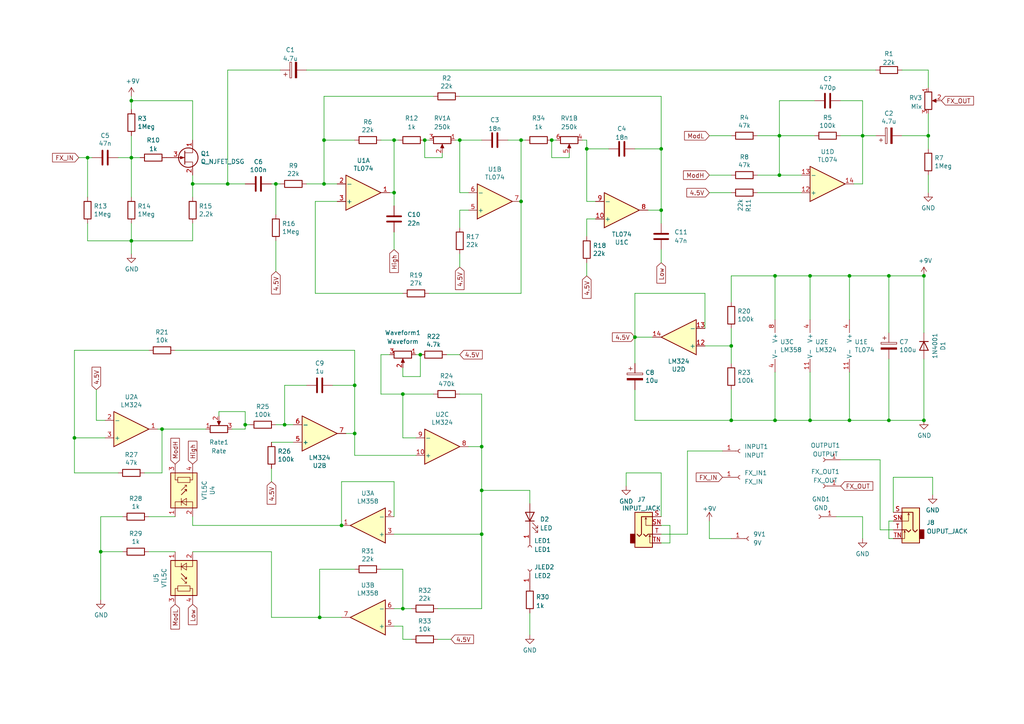
<source format=kicad_sch>
(kicad_sch (version 20211123) (generator eeschema)

  (uuid b3c3536d-1d9b-4313-a748-755e691c7b17)

  (paper "A4")

  (title_block
    (title "Harmonic Tremolo")
    (date "2022-05-29")
    (rev "2.0.0")
    (company "Brumpan")
    (comment 1 "Designed to fit Hammond 1590BB enclosure")
  )

  (lib_symbols
    (symbol "Amplifier_Operational:LM324" (pin_names (offset 0.127)) (in_bom yes) (on_board yes)
      (property "Reference" "U" (id 0) (at 0 5.08 0)
        (effects (font (size 1.27 1.27)) (justify left))
      )
      (property "Value" "LM324" (id 1) (at 0 -5.08 0)
        (effects (font (size 1.27 1.27)) (justify left))
      )
      (property "Footprint" "" (id 2) (at -1.27 2.54 0)
        (effects (font (size 1.27 1.27)) hide)
      )
      (property "Datasheet" "http://www.ti.com/lit/ds/symlink/lm2902-n.pdf" (id 3) (at 1.27 5.08 0)
        (effects (font (size 1.27 1.27)) hide)
      )
      (property "ki_locked" "" (id 4) (at 0 0 0)
        (effects (font (size 1.27 1.27)))
      )
      (property "ki_keywords" "quad opamp" (id 5) (at 0 0 0)
        (effects (font (size 1.27 1.27)) hide)
      )
      (property "ki_description" "Low-Power, Quad-Operational Amplifiers, DIP-14/SOIC-14/SSOP-14" (id 6) (at 0 0 0)
        (effects (font (size 1.27 1.27)) hide)
      )
      (property "ki_fp_filters" "SOIC*3.9x8.7mm*P1.27mm* DIP*W7.62mm* TSSOP*4.4x5mm*P0.65mm* SSOP*5.3x6.2mm*P0.65mm* MSOP*3x3mm*P0.5mm*" (id 7) (at 0 0 0)
        (effects (font (size 1.27 1.27)) hide)
      )
      (symbol "LM324_1_1"
        (polyline
          (pts
            (xy -5.08 5.08)
            (xy 5.08 0)
            (xy -5.08 -5.08)
            (xy -5.08 5.08)
          )
          (stroke (width 0.254) (type default) (color 0 0 0 0))
          (fill (type background))
        )
        (pin output line (at 7.62 0 180) (length 2.54)
          (name "~" (effects (font (size 1.27 1.27))))
          (number "1" (effects (font (size 1.27 1.27))))
        )
        (pin input line (at -7.62 -2.54 0) (length 2.54)
          (name "-" (effects (font (size 1.27 1.27))))
          (number "2" (effects (font (size 1.27 1.27))))
        )
        (pin input line (at -7.62 2.54 0) (length 2.54)
          (name "+" (effects (font (size 1.27 1.27))))
          (number "3" (effects (font (size 1.27 1.27))))
        )
      )
      (symbol "LM324_2_1"
        (polyline
          (pts
            (xy -5.08 5.08)
            (xy 5.08 0)
            (xy -5.08 -5.08)
            (xy -5.08 5.08)
          )
          (stroke (width 0.254) (type default) (color 0 0 0 0))
          (fill (type background))
        )
        (pin input line (at -7.62 2.54 0) (length 2.54)
          (name "+" (effects (font (size 1.27 1.27))))
          (number "5" (effects (font (size 1.27 1.27))))
        )
        (pin input line (at -7.62 -2.54 0) (length 2.54)
          (name "-" (effects (font (size 1.27 1.27))))
          (number "6" (effects (font (size 1.27 1.27))))
        )
        (pin output line (at 7.62 0 180) (length 2.54)
          (name "~" (effects (font (size 1.27 1.27))))
          (number "7" (effects (font (size 1.27 1.27))))
        )
      )
      (symbol "LM324_3_1"
        (polyline
          (pts
            (xy -5.08 5.08)
            (xy 5.08 0)
            (xy -5.08 -5.08)
            (xy -5.08 5.08)
          )
          (stroke (width 0.254) (type default) (color 0 0 0 0))
          (fill (type background))
        )
        (pin input line (at -7.62 2.54 0) (length 2.54)
          (name "+" (effects (font (size 1.27 1.27))))
          (number "10" (effects (font (size 1.27 1.27))))
        )
        (pin output line (at 7.62 0 180) (length 2.54)
          (name "~" (effects (font (size 1.27 1.27))))
          (number "8" (effects (font (size 1.27 1.27))))
        )
        (pin input line (at -7.62 -2.54 0) (length 2.54)
          (name "-" (effects (font (size 1.27 1.27))))
          (number "9" (effects (font (size 1.27 1.27))))
        )
      )
      (symbol "LM324_4_1"
        (polyline
          (pts
            (xy -5.08 5.08)
            (xy 5.08 0)
            (xy -5.08 -5.08)
            (xy -5.08 5.08)
          )
          (stroke (width 0.254) (type default) (color 0 0 0 0))
          (fill (type background))
        )
        (pin input line (at -7.62 2.54 0) (length 2.54)
          (name "+" (effects (font (size 1.27 1.27))))
          (number "12" (effects (font (size 1.27 1.27))))
        )
        (pin input line (at -7.62 -2.54 0) (length 2.54)
          (name "-" (effects (font (size 1.27 1.27))))
          (number "13" (effects (font (size 1.27 1.27))))
        )
        (pin output line (at 7.62 0 180) (length 2.54)
          (name "~" (effects (font (size 1.27 1.27))))
          (number "14" (effects (font (size 1.27 1.27))))
        )
      )
      (symbol "LM324_5_1"
        (pin power_in line (at -2.54 -7.62 90) (length 3.81)
          (name "V-" (effects (font (size 1.27 1.27))))
          (number "11" (effects (font (size 1.27 1.27))))
        )
        (pin power_in line (at -2.54 7.62 270) (length 3.81)
          (name "V+" (effects (font (size 1.27 1.27))))
          (number "4" (effects (font (size 1.27 1.27))))
        )
      )
    )
    (symbol "Amplifier_Operational:LM358" (pin_names (offset 0.127)) (in_bom yes) (on_board yes)
      (property "Reference" "U" (id 0) (at 0 5.08 0)
        (effects (font (size 1.27 1.27)) (justify left))
      )
      (property "Value" "LM358" (id 1) (at 0 -5.08 0)
        (effects (font (size 1.27 1.27)) (justify left))
      )
      (property "Footprint" "" (id 2) (at 0 0 0)
        (effects (font (size 1.27 1.27)) hide)
      )
      (property "Datasheet" "http://www.ti.com/lit/ds/symlink/lm2904-n.pdf" (id 3) (at 0 0 0)
        (effects (font (size 1.27 1.27)) hide)
      )
      (property "ki_locked" "" (id 4) (at 0 0 0)
        (effects (font (size 1.27 1.27)))
      )
      (property "ki_keywords" "dual opamp" (id 5) (at 0 0 0)
        (effects (font (size 1.27 1.27)) hide)
      )
      (property "ki_description" "Low-Power, Dual Operational Amplifiers, DIP-8/SOIC-8/TO-99-8" (id 6) (at 0 0 0)
        (effects (font (size 1.27 1.27)) hide)
      )
      (property "ki_fp_filters" "SOIC*3.9x4.9mm*P1.27mm* DIP*W7.62mm* TO*99* OnSemi*Micro8* TSSOP*3x3mm*P0.65mm* TSSOP*4.4x3mm*P0.65mm* MSOP*3x3mm*P0.65mm* SSOP*3.9x4.9mm*P0.635mm* LFCSP*2x2mm*P0.5mm* *SIP* SOIC*5.3x6.2mm*P1.27mm*" (id 7) (at 0 0 0)
        (effects (font (size 1.27 1.27)) hide)
      )
      (symbol "LM358_1_1"
        (polyline
          (pts
            (xy -5.08 5.08)
            (xy 5.08 0)
            (xy -5.08 -5.08)
            (xy -5.08 5.08)
          )
          (stroke (width 0.254) (type default) (color 0 0 0 0))
          (fill (type background))
        )
        (pin output line (at 7.62 0 180) (length 2.54)
          (name "~" (effects (font (size 1.27 1.27))))
          (number "1" (effects (font (size 1.27 1.27))))
        )
        (pin input line (at -7.62 -2.54 0) (length 2.54)
          (name "-" (effects (font (size 1.27 1.27))))
          (number "2" (effects (font (size 1.27 1.27))))
        )
        (pin input line (at -7.62 2.54 0) (length 2.54)
          (name "+" (effects (font (size 1.27 1.27))))
          (number "3" (effects (font (size 1.27 1.27))))
        )
      )
      (symbol "LM358_2_1"
        (polyline
          (pts
            (xy -5.08 5.08)
            (xy 5.08 0)
            (xy -5.08 -5.08)
            (xy -5.08 5.08)
          )
          (stroke (width 0.254) (type default) (color 0 0 0 0))
          (fill (type background))
        )
        (pin input line (at -7.62 2.54 0) (length 2.54)
          (name "+" (effects (font (size 1.27 1.27))))
          (number "5" (effects (font (size 1.27 1.27))))
        )
        (pin input line (at -7.62 -2.54 0) (length 2.54)
          (name "-" (effects (font (size 1.27 1.27))))
          (number "6" (effects (font (size 1.27 1.27))))
        )
        (pin output line (at 7.62 0 180) (length 2.54)
          (name "~" (effects (font (size 1.27 1.27))))
          (number "7" (effects (font (size 1.27 1.27))))
        )
      )
      (symbol "LM358_3_1"
        (pin power_in line (at -2.54 -7.62 90) (length 3.81)
          (name "V-" (effects (font (size 1.27 1.27))))
          (number "4" (effects (font (size 1.27 1.27))))
        )
        (pin power_in line (at -2.54 7.62 270) (length 3.81)
          (name "V+" (effects (font (size 1.27 1.27))))
          (number "8" (effects (font (size 1.27 1.27))))
        )
      )
    )
    (symbol "Amplifier_Operational:TL074" (pin_names (offset 0.127)) (in_bom yes) (on_board yes)
      (property "Reference" "U" (id 0) (at 0 5.08 0)
        (effects (font (size 1.27 1.27)) (justify left))
      )
      (property "Value" "TL074" (id 1) (at 0 -5.08 0)
        (effects (font (size 1.27 1.27)) (justify left))
      )
      (property "Footprint" "" (id 2) (at -1.27 2.54 0)
        (effects (font (size 1.27 1.27)) hide)
      )
      (property "Datasheet" "http://www.ti.com/lit/ds/symlink/tl071.pdf" (id 3) (at 1.27 5.08 0)
        (effects (font (size 1.27 1.27)) hide)
      )
      (property "ki_locked" "" (id 4) (at 0 0 0)
        (effects (font (size 1.27 1.27)))
      )
      (property "ki_keywords" "quad opamp" (id 5) (at 0 0 0)
        (effects (font (size 1.27 1.27)) hide)
      )
      (property "ki_description" "Quad Low-Noise JFET-Input Operational Amplifiers, DIP-14/SOIC-14" (id 6) (at 0 0 0)
        (effects (font (size 1.27 1.27)) hide)
      )
      (property "ki_fp_filters" "SOIC*3.9x8.7mm*P1.27mm* DIP*W7.62mm* TSSOP*4.4x5mm*P0.65mm* SSOP*5.3x6.2mm*P0.65mm* MSOP*3x3mm*P0.5mm*" (id 7) (at 0 0 0)
        (effects (font (size 1.27 1.27)) hide)
      )
      (symbol "TL074_1_1"
        (polyline
          (pts
            (xy -5.08 5.08)
            (xy 5.08 0)
            (xy -5.08 -5.08)
            (xy -5.08 5.08)
          )
          (stroke (width 0.254) (type default) (color 0 0 0 0))
          (fill (type background))
        )
        (pin output line (at 7.62 0 180) (length 2.54)
          (name "~" (effects (font (size 1.27 1.27))))
          (number "1" (effects (font (size 1.27 1.27))))
        )
        (pin input line (at -7.62 -2.54 0) (length 2.54)
          (name "-" (effects (font (size 1.27 1.27))))
          (number "2" (effects (font (size 1.27 1.27))))
        )
        (pin input line (at -7.62 2.54 0) (length 2.54)
          (name "+" (effects (font (size 1.27 1.27))))
          (number "3" (effects (font (size 1.27 1.27))))
        )
      )
      (symbol "TL074_2_1"
        (polyline
          (pts
            (xy -5.08 5.08)
            (xy 5.08 0)
            (xy -5.08 -5.08)
            (xy -5.08 5.08)
          )
          (stroke (width 0.254) (type default) (color 0 0 0 0))
          (fill (type background))
        )
        (pin input line (at -7.62 2.54 0) (length 2.54)
          (name "+" (effects (font (size 1.27 1.27))))
          (number "5" (effects (font (size 1.27 1.27))))
        )
        (pin input line (at -7.62 -2.54 0) (length 2.54)
          (name "-" (effects (font (size 1.27 1.27))))
          (number "6" (effects (font (size 1.27 1.27))))
        )
        (pin output line (at 7.62 0 180) (length 2.54)
          (name "~" (effects (font (size 1.27 1.27))))
          (number "7" (effects (font (size 1.27 1.27))))
        )
      )
      (symbol "TL074_3_1"
        (polyline
          (pts
            (xy -5.08 5.08)
            (xy 5.08 0)
            (xy -5.08 -5.08)
            (xy -5.08 5.08)
          )
          (stroke (width 0.254) (type default) (color 0 0 0 0))
          (fill (type background))
        )
        (pin input line (at -7.62 2.54 0) (length 2.54)
          (name "+" (effects (font (size 1.27 1.27))))
          (number "10" (effects (font (size 1.27 1.27))))
        )
        (pin output line (at 7.62 0 180) (length 2.54)
          (name "~" (effects (font (size 1.27 1.27))))
          (number "8" (effects (font (size 1.27 1.27))))
        )
        (pin input line (at -7.62 -2.54 0) (length 2.54)
          (name "-" (effects (font (size 1.27 1.27))))
          (number "9" (effects (font (size 1.27 1.27))))
        )
      )
      (symbol "TL074_4_1"
        (polyline
          (pts
            (xy -5.08 5.08)
            (xy 5.08 0)
            (xy -5.08 -5.08)
            (xy -5.08 5.08)
          )
          (stroke (width 0.254) (type default) (color 0 0 0 0))
          (fill (type background))
        )
        (pin input line (at -7.62 2.54 0) (length 2.54)
          (name "+" (effects (font (size 1.27 1.27))))
          (number "12" (effects (font (size 1.27 1.27))))
        )
        (pin input line (at -7.62 -2.54 0) (length 2.54)
          (name "-" (effects (font (size 1.27 1.27))))
          (number "13" (effects (font (size 1.27 1.27))))
        )
        (pin output line (at 7.62 0 180) (length 2.54)
          (name "~" (effects (font (size 1.27 1.27))))
          (number "14" (effects (font (size 1.27 1.27))))
        )
      )
      (symbol "TL074_5_1"
        (pin power_in line (at -2.54 -7.62 90) (length 3.81)
          (name "V-" (effects (font (size 1.27 1.27))))
          (number "11" (effects (font (size 1.27 1.27))))
        )
        (pin power_in line (at -2.54 7.62 270) (length 3.81)
          (name "V+" (effects (font (size 1.27 1.27))))
          (number "4" (effects (font (size 1.27 1.27))))
        )
      )
    )
    (symbol "Connector:AudioJack2_Switch" (in_bom yes) (on_board yes)
      (property "Reference" "J" (id 0) (at 0 11.43 0)
        (effects (font (size 1.27 1.27)))
      )
      (property "Value" "AudioJack2_Switch" (id 1) (at 0 8.89 0)
        (effects (font (size 1.27 1.27)))
      )
      (property "Footprint" "" (id 2) (at 0 5.08 0)
        (effects (font (size 1.27 1.27)) hide)
      )
      (property "Datasheet" "~" (id 3) (at 0 5.08 0)
        (effects (font (size 1.27 1.27)) hide)
      )
      (property "ki_keywords" "audio jack receptacle mono headphones phone TS connector" (id 4) (at 0 0 0)
        (effects (font (size 1.27 1.27)) hide)
      )
      (property "ki_description" "Audio Jack, 2 Poles (Mono / TS), Switched Pole (Normalling)" (id 5) (at 0 0 0)
        (effects (font (size 1.27 1.27)) hide)
      )
      (property "ki_fp_filters" "Jack*" (id 6) (at 0 0 0)
        (effects (font (size 1.27 1.27)) hide)
      )
      (symbol "AudioJack2_Switch_0_1"
        (rectangle (start -2.54 0) (end -3.81 -2.54)
          (stroke (width 0.254) (type default) (color 0 0 0 0))
          (fill (type outline))
        )
        (rectangle (start 2.54 6.35) (end -2.54 -3.81)
          (stroke (width 0.254) (type default) (color 0 0 0 0))
          (fill (type background))
        )
      )
      (symbol "AudioJack2_Switch_1_1"
        (polyline
          (pts
            (xy 0.635 4.826)
            (xy 0.889 4.318)
          )
          (stroke (width 0) (type default) (color 0 0 0 0))
          (fill (type none))
        )
        (polyline
          (pts
            (xy 1.778 -0.254)
            (xy 2.032 -0.762)
          )
          (stroke (width 0) (type default) (color 0 0 0 0))
          (fill (type none))
        )
        (polyline
          (pts
            (xy 0 0)
            (xy 0.635 -0.635)
            (xy 1.27 0)
            (xy 2.54 0)
          )
          (stroke (width 0.254) (type default) (color 0 0 0 0))
          (fill (type none))
        )
        (polyline
          (pts
            (xy 2.54 -2.54)
            (xy 1.778 -2.54)
            (xy 1.778 -0.254)
            (xy 1.524 -0.762)
          )
          (stroke (width 0) (type default) (color 0 0 0 0))
          (fill (type none))
        )
        (polyline
          (pts
            (xy 2.54 2.54)
            (xy 0.635 2.54)
            (xy 0.635 4.826)
            (xy 0.381 4.318)
          )
          (stroke (width 0) (type default) (color 0 0 0 0))
          (fill (type none))
        )
        (polyline
          (pts
            (xy 2.54 5.08)
            (xy -0.635 5.08)
            (xy -0.635 0)
            (xy -1.27 -0.635)
            (xy -1.905 0)
          )
          (stroke (width 0.254) (type default) (color 0 0 0 0))
          (fill (type none))
        )
        (pin passive line (at 5.08 5.08 180) (length 2.54)
          (name "~" (effects (font (size 1.27 1.27))))
          (number "S" (effects (font (size 1.27 1.27))))
        )
        (pin passive line (at 5.08 2.54 180) (length 2.54)
          (name "~" (effects (font (size 1.27 1.27))))
          (number "SN" (effects (font (size 1.27 1.27))))
        )
        (pin passive line (at 5.08 0 180) (length 2.54)
          (name "~" (effects (font (size 1.27 1.27))))
          (number "T" (effects (font (size 1.27 1.27))))
        )
        (pin passive line (at 5.08 -2.54 180) (length 2.54)
          (name "~" (effects (font (size 1.27 1.27))))
          (number "TN" (effects (font (size 1.27 1.27))))
        )
      )
    )
    (symbol "Connector:Conn_01x01_Female" (pin_names (offset 1.016) hide) (in_bom yes) (on_board yes)
      (property "Reference" "J" (id 0) (at 0 2.54 0)
        (effects (font (size 1.27 1.27)))
      )
      (property "Value" "Conn_01x01_Female" (id 1) (at 0 -2.54 0)
        (effects (font (size 1.27 1.27)))
      )
      (property "Footprint" "" (id 2) (at 0 0 0)
        (effects (font (size 1.27 1.27)) hide)
      )
      (property "Datasheet" "~" (id 3) (at 0 0 0)
        (effects (font (size 1.27 1.27)) hide)
      )
      (property "ki_keywords" "connector" (id 4) (at 0 0 0)
        (effects (font (size 1.27 1.27)) hide)
      )
      (property "ki_description" "Generic connector, single row, 01x01, script generated (kicad-library-utils/schlib/autogen/connector/)" (id 5) (at 0 0 0)
        (effects (font (size 1.27 1.27)) hide)
      )
      (property "ki_fp_filters" "Connector*:*" (id 6) (at 0 0 0)
        (effects (font (size 1.27 1.27)) hide)
      )
      (symbol "Conn_01x01_Female_1_1"
        (polyline
          (pts
            (xy -1.27 0)
            (xy -0.508 0)
          )
          (stroke (width 0.1524) (type default) (color 0 0 0 0))
          (fill (type none))
        )
        (arc (start 0 0.508) (mid -0.508 0) (end 0 -0.508)
          (stroke (width 0.1524) (type default) (color 0 0 0 0))
          (fill (type none))
        )
        (pin passive line (at -5.08 0 0) (length 3.81)
          (name "Pin_1" (effects (font (size 1.27 1.27))))
          (number "1" (effects (font (size 1.27 1.27))))
        )
      )
    )
    (symbol "Device:C" (pin_numbers hide) (pin_names (offset 0.254)) (in_bom yes) (on_board yes)
      (property "Reference" "C" (id 0) (at 0.635 2.54 0)
        (effects (font (size 1.27 1.27)) (justify left))
      )
      (property "Value" "C" (id 1) (at 0.635 -2.54 0)
        (effects (font (size 1.27 1.27)) (justify left))
      )
      (property "Footprint" "" (id 2) (at 0.9652 -3.81 0)
        (effects (font (size 1.27 1.27)) hide)
      )
      (property "Datasheet" "~" (id 3) (at 0 0 0)
        (effects (font (size 1.27 1.27)) hide)
      )
      (property "ki_keywords" "cap capacitor" (id 4) (at 0 0 0)
        (effects (font (size 1.27 1.27)) hide)
      )
      (property "ki_description" "Unpolarized capacitor" (id 5) (at 0 0 0)
        (effects (font (size 1.27 1.27)) hide)
      )
      (property "ki_fp_filters" "C_*" (id 6) (at 0 0 0)
        (effects (font (size 1.27 1.27)) hide)
      )
      (symbol "C_0_1"
        (polyline
          (pts
            (xy -2.032 -0.762)
            (xy 2.032 -0.762)
          )
          (stroke (width 0.508) (type default) (color 0 0 0 0))
          (fill (type none))
        )
        (polyline
          (pts
            (xy -2.032 0.762)
            (xy 2.032 0.762)
          )
          (stroke (width 0.508) (type default) (color 0 0 0 0))
          (fill (type none))
        )
      )
      (symbol "C_1_1"
        (pin passive line (at 0 3.81 270) (length 2.794)
          (name "~" (effects (font (size 1.27 1.27))))
          (number "1" (effects (font (size 1.27 1.27))))
        )
        (pin passive line (at 0 -3.81 90) (length 2.794)
          (name "~" (effects (font (size 1.27 1.27))))
          (number "2" (effects (font (size 1.27 1.27))))
        )
      )
    )
    (symbol "Device:C_Polarized" (pin_numbers hide) (pin_names (offset 0.254)) (in_bom yes) (on_board yes)
      (property "Reference" "C" (id 0) (at 0.635 2.54 0)
        (effects (font (size 1.27 1.27)) (justify left))
      )
      (property "Value" "C_Polarized" (id 1) (at 0.635 -2.54 0)
        (effects (font (size 1.27 1.27)) (justify left))
      )
      (property "Footprint" "" (id 2) (at 0.9652 -3.81 0)
        (effects (font (size 1.27 1.27)) hide)
      )
      (property "Datasheet" "~" (id 3) (at 0 0 0)
        (effects (font (size 1.27 1.27)) hide)
      )
      (property "ki_keywords" "cap capacitor" (id 4) (at 0 0 0)
        (effects (font (size 1.27 1.27)) hide)
      )
      (property "ki_description" "Polarized capacitor" (id 5) (at 0 0 0)
        (effects (font (size 1.27 1.27)) hide)
      )
      (property "ki_fp_filters" "CP_*" (id 6) (at 0 0 0)
        (effects (font (size 1.27 1.27)) hide)
      )
      (symbol "C_Polarized_0_1"
        (rectangle (start -2.286 0.508) (end 2.286 1.016)
          (stroke (width 0) (type default) (color 0 0 0 0))
          (fill (type none))
        )
        (polyline
          (pts
            (xy -1.778 2.286)
            (xy -0.762 2.286)
          )
          (stroke (width 0) (type default) (color 0 0 0 0))
          (fill (type none))
        )
        (polyline
          (pts
            (xy -1.27 2.794)
            (xy -1.27 1.778)
          )
          (stroke (width 0) (type default) (color 0 0 0 0))
          (fill (type none))
        )
        (rectangle (start 2.286 -0.508) (end -2.286 -1.016)
          (stroke (width 0) (type default) (color 0 0 0 0))
          (fill (type outline))
        )
      )
      (symbol "C_Polarized_1_1"
        (pin passive line (at 0 3.81 270) (length 2.794)
          (name "~" (effects (font (size 1.27 1.27))))
          (number "1" (effects (font (size 1.27 1.27))))
        )
        (pin passive line (at 0 -3.81 90) (length 2.794)
          (name "~" (effects (font (size 1.27 1.27))))
          (number "2" (effects (font (size 1.27 1.27))))
        )
      )
    )
    (symbol "Device:LED" (pin_numbers hide) (pin_names (offset 1.016) hide) (in_bom yes) (on_board yes)
      (property "Reference" "D" (id 0) (at 0 2.54 0)
        (effects (font (size 1.27 1.27)))
      )
      (property "Value" "LED" (id 1) (at 0 -2.54 0)
        (effects (font (size 1.27 1.27)))
      )
      (property "Footprint" "" (id 2) (at 0 0 0)
        (effects (font (size 1.27 1.27)) hide)
      )
      (property "Datasheet" "~" (id 3) (at 0 0 0)
        (effects (font (size 1.27 1.27)) hide)
      )
      (property "ki_keywords" "LED diode" (id 4) (at 0 0 0)
        (effects (font (size 1.27 1.27)) hide)
      )
      (property "ki_description" "Light emitting diode" (id 5) (at 0 0 0)
        (effects (font (size 1.27 1.27)) hide)
      )
      (property "ki_fp_filters" "LED* LED_SMD:* LED_THT:*" (id 6) (at 0 0 0)
        (effects (font (size 1.27 1.27)) hide)
      )
      (symbol "LED_0_1"
        (polyline
          (pts
            (xy -1.27 -1.27)
            (xy -1.27 1.27)
          )
          (stroke (width 0.254) (type default) (color 0 0 0 0))
          (fill (type none))
        )
        (polyline
          (pts
            (xy -1.27 0)
            (xy 1.27 0)
          )
          (stroke (width 0) (type default) (color 0 0 0 0))
          (fill (type none))
        )
        (polyline
          (pts
            (xy 1.27 -1.27)
            (xy 1.27 1.27)
            (xy -1.27 0)
            (xy 1.27 -1.27)
          )
          (stroke (width 0.254) (type default) (color 0 0 0 0))
          (fill (type none))
        )
        (polyline
          (pts
            (xy -3.048 -0.762)
            (xy -4.572 -2.286)
            (xy -3.81 -2.286)
            (xy -4.572 -2.286)
            (xy -4.572 -1.524)
          )
          (stroke (width 0) (type default) (color 0 0 0 0))
          (fill (type none))
        )
        (polyline
          (pts
            (xy -1.778 -0.762)
            (xy -3.302 -2.286)
            (xy -2.54 -2.286)
            (xy -3.302 -2.286)
            (xy -3.302 -1.524)
          )
          (stroke (width 0) (type default) (color 0 0 0 0))
          (fill (type none))
        )
      )
      (symbol "LED_1_1"
        (pin passive line (at -3.81 0 0) (length 2.54)
          (name "K" (effects (font (size 1.27 1.27))))
          (number "1" (effects (font (size 1.27 1.27))))
        )
        (pin passive line (at 3.81 0 180) (length 2.54)
          (name "A" (effects (font (size 1.27 1.27))))
          (number "2" (effects (font (size 1.27 1.27))))
        )
      )
    )
    (symbol "Device:Q_NJFET_DSG" (pin_names (offset 0) hide) (in_bom yes) (on_board yes)
      (property "Reference" "Q" (id 0) (at 5.08 1.27 0)
        (effects (font (size 1.27 1.27)) (justify left))
      )
      (property "Value" "Q_NJFET_DSG" (id 1) (at 5.08 -1.27 0)
        (effects (font (size 1.27 1.27)) (justify left))
      )
      (property "Footprint" "" (id 2) (at 5.08 2.54 0)
        (effects (font (size 1.27 1.27)) hide)
      )
      (property "Datasheet" "~" (id 3) (at 0 0 0)
        (effects (font (size 1.27 1.27)) hide)
      )
      (property "ki_keywords" "transistor NJFET N-JFET" (id 4) (at 0 0 0)
        (effects (font (size 1.27 1.27)) hide)
      )
      (property "ki_description" "N-JFET transistor, drain/source/gate" (id 5) (at 0 0 0)
        (effects (font (size 1.27 1.27)) hide)
      )
      (symbol "Q_NJFET_DSG_0_1"
        (polyline
          (pts
            (xy 0.254 1.905)
            (xy 0.254 -1.905)
            (xy 0.254 -1.905)
          )
          (stroke (width 0.254) (type default) (color 0 0 0 0))
          (fill (type none))
        )
        (polyline
          (pts
            (xy 2.54 -2.54)
            (xy 2.54 -1.27)
            (xy 0.254 -1.27)
          )
          (stroke (width 0) (type default) (color 0 0 0 0))
          (fill (type none))
        )
        (polyline
          (pts
            (xy 2.54 2.54)
            (xy 2.54 1.397)
            (xy 0.254 1.397)
          )
          (stroke (width 0) (type default) (color 0 0 0 0))
          (fill (type none))
        )
        (polyline
          (pts
            (xy 0 0)
            (xy -1.016 0.381)
            (xy -1.016 -0.381)
            (xy 0 0)
          )
          (stroke (width 0) (type default) (color 0 0 0 0))
          (fill (type outline))
        )
        (circle (center 1.27 0) (radius 2.8194)
          (stroke (width 0.254) (type default) (color 0 0 0 0))
          (fill (type none))
        )
      )
      (symbol "Q_NJFET_DSG_1_1"
        (pin passive line (at 2.54 5.08 270) (length 2.54)
          (name "D" (effects (font (size 1.27 1.27))))
          (number "1" (effects (font (size 1.27 1.27))))
        )
        (pin passive line (at 2.54 -5.08 90) (length 2.54)
          (name "S" (effects (font (size 1.27 1.27))))
          (number "2" (effects (font (size 1.27 1.27))))
        )
        (pin input line (at -5.08 0 0) (length 5.334)
          (name "G" (effects (font (size 1.27 1.27))))
          (number "3" (effects (font (size 1.27 1.27))))
        )
      )
    )
    (symbol "Device:R" (pin_numbers hide) (pin_names (offset 0)) (in_bom yes) (on_board yes)
      (property "Reference" "R" (id 0) (at 2.032 0 90)
        (effects (font (size 1.27 1.27)))
      )
      (property "Value" "R" (id 1) (at 0 0 90)
        (effects (font (size 1.27 1.27)))
      )
      (property "Footprint" "" (id 2) (at -1.778 0 90)
        (effects (font (size 1.27 1.27)) hide)
      )
      (property "Datasheet" "~" (id 3) (at 0 0 0)
        (effects (font (size 1.27 1.27)) hide)
      )
      (property "ki_keywords" "R res resistor" (id 4) (at 0 0 0)
        (effects (font (size 1.27 1.27)) hide)
      )
      (property "ki_description" "Resistor" (id 5) (at 0 0 0)
        (effects (font (size 1.27 1.27)) hide)
      )
      (property "ki_fp_filters" "R_*" (id 6) (at 0 0 0)
        (effects (font (size 1.27 1.27)) hide)
      )
      (symbol "R_0_1"
        (rectangle (start -1.016 -2.54) (end 1.016 2.54)
          (stroke (width 0.254) (type default) (color 0 0 0 0))
          (fill (type none))
        )
      )
      (symbol "R_1_1"
        (pin passive line (at 0 3.81 270) (length 1.27)
          (name "~" (effects (font (size 1.27 1.27))))
          (number "1" (effects (font (size 1.27 1.27))))
        )
        (pin passive line (at 0 -3.81 90) (length 1.27)
          (name "~" (effects (font (size 1.27 1.27))))
          (number "2" (effects (font (size 1.27 1.27))))
        )
      )
    )
    (symbol "Device:R_Potentiometer" (pin_names (offset 1.016) hide) (in_bom yes) (on_board yes)
      (property "Reference" "RV" (id 0) (at -4.445 0 90)
        (effects (font (size 1.27 1.27)))
      )
      (property "Value" "R_Potentiometer" (id 1) (at -2.54 0 90)
        (effects (font (size 1.27 1.27)))
      )
      (property "Footprint" "" (id 2) (at 0 0 0)
        (effects (font (size 1.27 1.27)) hide)
      )
      (property "Datasheet" "~" (id 3) (at 0 0 0)
        (effects (font (size 1.27 1.27)) hide)
      )
      (property "ki_keywords" "resistor variable" (id 4) (at 0 0 0)
        (effects (font (size 1.27 1.27)) hide)
      )
      (property "ki_description" "Potentiometer" (id 5) (at 0 0 0)
        (effects (font (size 1.27 1.27)) hide)
      )
      (property "ki_fp_filters" "Potentiometer*" (id 6) (at 0 0 0)
        (effects (font (size 1.27 1.27)) hide)
      )
      (symbol "R_Potentiometer_0_1"
        (polyline
          (pts
            (xy 2.54 0)
            (xy 1.524 0)
          )
          (stroke (width 0) (type default) (color 0 0 0 0))
          (fill (type none))
        )
        (polyline
          (pts
            (xy 1.143 0)
            (xy 2.286 0.508)
            (xy 2.286 -0.508)
            (xy 1.143 0)
          )
          (stroke (width 0) (type default) (color 0 0 0 0))
          (fill (type outline))
        )
        (rectangle (start 1.016 2.54) (end -1.016 -2.54)
          (stroke (width 0.254) (type default) (color 0 0 0 0))
          (fill (type none))
        )
      )
      (symbol "R_Potentiometer_1_1"
        (pin passive line (at 0 3.81 270) (length 1.27)
          (name "1" (effects (font (size 1.27 1.27))))
          (number "1" (effects (font (size 1.27 1.27))))
        )
        (pin passive line (at 3.81 0 180) (length 1.27)
          (name "2" (effects (font (size 1.27 1.27))))
          (number "2" (effects (font (size 1.27 1.27))))
        )
        (pin passive line (at 0 -3.81 90) (length 1.27)
          (name "3" (effects (font (size 1.27 1.27))))
          (number "3" (effects (font (size 1.27 1.27))))
        )
      )
    )
    (symbol "Device:R_Potentiometer_Dual_Separate" (pin_names (offset 1.016) hide) (in_bom yes) (on_board yes)
      (property "Reference" "RV" (id 0) (at -4.445 0 90)
        (effects (font (size 1.27 1.27)))
      )
      (property "Value" "R_Potentiometer_Dual_Separate" (id 1) (at -2.54 0 90)
        (effects (font (size 1.27 1.27)))
      )
      (property "Footprint" "" (id 2) (at 0 0 0)
        (effects (font (size 1.27 1.27)) hide)
      )
      (property "Datasheet" "~" (id 3) (at 0 0 0)
        (effects (font (size 1.27 1.27)) hide)
      )
      (property "ki_keywords" "resistor variable" (id 4) (at 0 0 0)
        (effects (font (size 1.27 1.27)) hide)
      )
      (property "ki_description" "Dual potentiometer, separate units" (id 5) (at 0 0 0)
        (effects (font (size 1.27 1.27)) hide)
      )
      (property "ki_fp_filters" "Potentiometer*" (id 6) (at 0 0 0)
        (effects (font (size 1.27 1.27)) hide)
      )
      (symbol "R_Potentiometer_Dual_Separate_0_1"
        (polyline
          (pts
            (xy 2.54 0)
            (xy 1.524 0)
          )
          (stroke (width 0) (type default) (color 0 0 0 0))
          (fill (type none))
        )
        (polyline
          (pts
            (xy 1.143 0)
            (xy 2.286 0.508)
            (xy 2.286 -0.508)
            (xy 1.143 0)
          )
          (stroke (width 0) (type default) (color 0 0 0 0))
          (fill (type outline))
        )
        (rectangle (start 1.016 2.54) (end -1.016 -2.54)
          (stroke (width 0.254) (type default) (color 0 0 0 0))
          (fill (type none))
        )
      )
      (symbol "R_Potentiometer_Dual_Separate_1_1"
        (pin passive line (at 0 3.81 270) (length 1.27)
          (name "1" (effects (font (size 1.27 1.27))))
          (number "1" (effects (font (size 1.27 1.27))))
        )
        (pin passive line (at 3.81 0 180) (length 1.27)
          (name "2" (effects (font (size 1.27 1.27))))
          (number "2" (effects (font (size 1.27 1.27))))
        )
        (pin passive line (at 0 -3.81 90) (length 1.27)
          (name "3" (effects (font (size 1.27 1.27))))
          (number "3" (effects (font (size 1.27 1.27))))
        )
      )
      (symbol "R_Potentiometer_Dual_Separate_2_1"
        (pin passive line (at 0 3.81 270) (length 1.27)
          (name "4" (effects (font (size 1.27 1.27))))
          (number "4" (effects (font (size 1.27 1.27))))
        )
        (pin passive line (at 3.81 0 180) (length 1.27)
          (name "5" (effects (font (size 1.27 1.27))))
          (number "5" (effects (font (size 1.27 1.27))))
        )
        (pin passive line (at 0 -3.81 90) (length 1.27)
          (name "6" (effects (font (size 1.27 1.27))))
          (number "6" (effects (font (size 1.27 1.27))))
        )
      )
    )
    (symbol "Diode:1N4001" (pin_numbers hide) (pin_names (offset 1.016) hide) (in_bom yes) (on_board yes)
      (property "Reference" "D" (id 0) (at 0 2.54 0)
        (effects (font (size 1.27 1.27)))
      )
      (property "Value" "1N4001" (id 1) (at 0 -2.54 0)
        (effects (font (size 1.27 1.27)))
      )
      (property "Footprint" "Diode_THT:D_DO-41_SOD81_P10.16mm_Horizontal" (id 2) (at 0 -4.445 0)
        (effects (font (size 1.27 1.27)) hide)
      )
      (property "Datasheet" "http://www.vishay.com/docs/88503/1n4001.pdf" (id 3) (at 0 0 0)
        (effects (font (size 1.27 1.27)) hide)
      )
      (property "ki_keywords" "diode" (id 4) (at 0 0 0)
        (effects (font (size 1.27 1.27)) hide)
      )
      (property "ki_description" "50V 1A General Purpose Rectifier Diode, DO-41" (id 5) (at 0 0 0)
        (effects (font (size 1.27 1.27)) hide)
      )
      (property "ki_fp_filters" "D*DO?41*" (id 6) (at 0 0 0)
        (effects (font (size 1.27 1.27)) hide)
      )
      (symbol "1N4001_0_1"
        (polyline
          (pts
            (xy -1.27 1.27)
            (xy -1.27 -1.27)
          )
          (stroke (width 0.254) (type default) (color 0 0 0 0))
          (fill (type none))
        )
        (polyline
          (pts
            (xy 1.27 0)
            (xy -1.27 0)
          )
          (stroke (width 0) (type default) (color 0 0 0 0))
          (fill (type none))
        )
        (polyline
          (pts
            (xy 1.27 1.27)
            (xy 1.27 -1.27)
            (xy -1.27 0)
            (xy 1.27 1.27)
          )
          (stroke (width 0.254) (type default) (color 0 0 0 0))
          (fill (type none))
        )
      )
      (symbol "1N4001_1_1"
        (pin passive line (at -3.81 0 0) (length 2.54)
          (name "K" (effects (font (size 1.27 1.27))))
          (number "1" (effects (font (size 1.27 1.27))))
        )
        (pin passive line (at 3.81 0 180) (length 2.54)
          (name "A" (effects (font (size 1.27 1.27))))
          (number "2" (effects (font (size 1.27 1.27))))
        )
      )
    )
    (symbol "HarmonicTremolo_V01_SMD-rescue:CP-Device" (pin_numbers hide) (pin_names (offset 0.254)) (in_bom yes) (on_board yes)
      (property "Reference" "C" (id 0) (at 0.635 2.54 0)
        (effects (font (size 1.27 1.27)) (justify left))
      )
      (property "Value" "CP-Device" (id 1) (at 0.635 -2.54 0)
        (effects (font (size 1.27 1.27)) (justify left))
      )
      (property "Footprint" "" (id 2) (at 0.9652 -3.81 0)
        (effects (font (size 1.27 1.27)) hide)
      )
      (property "Datasheet" "" (id 3) (at 0 0 0)
        (effects (font (size 1.27 1.27)) hide)
      )
      (property "ki_fp_filters" "CP_*" (id 4) (at 0 0 0)
        (effects (font (size 1.27 1.27)) hide)
      )
      (symbol "CP-Device_0_1"
        (rectangle (start -2.286 0.508) (end 2.286 1.016)
          (stroke (width 0) (type default) (color 0 0 0 0))
          (fill (type none))
        )
        (polyline
          (pts
            (xy -1.778 2.286)
            (xy -0.762 2.286)
          )
          (stroke (width 0) (type default) (color 0 0 0 0))
          (fill (type none))
        )
        (polyline
          (pts
            (xy -1.27 2.794)
            (xy -1.27 1.778)
          )
          (stroke (width 0) (type default) (color 0 0 0 0))
          (fill (type none))
        )
        (rectangle (start 2.286 -0.508) (end -2.286 -1.016)
          (stroke (width 0) (type default) (color 0 0 0 0))
          (fill (type outline))
        )
      )
      (symbol "CP-Device_1_1"
        (pin passive line (at 0 3.81 270) (length 2.794)
          (name "~" (effects (font (size 1.27 1.27))))
          (number "1" (effects (font (size 1.27 1.27))))
        )
        (pin passive line (at 0 -3.81 90) (length 2.794)
          (name "~" (effects (font (size 1.27 1.27))))
          (number "2" (effects (font (size 1.27 1.27))))
        )
      )
    )
    (symbol "Isolator:VTL5C" (pin_names (offset 1.016) hide) (in_bom yes) (on_board yes)
      (property "Reference" "U" (id 0) (at 0 5.08 0)
        (effects (font (size 1.27 1.27)))
      )
      (property "Value" "VTL5C" (id 1) (at 0 -5.08 0)
        (effects (font (size 1.27 1.27)))
      )
      (property "Footprint" "OptoDevice:PerkinElmer_VTL5C" (id 2) (at 0 0 0)
        (effects (font (size 1.27 1.27)) hide)
      )
      (property "Datasheet" "http://www.qsl.net/wa1ion/vactrol/vactrol.pdf" (id 3) (at 1.27 -6.35 0)
        (effects (font (size 1.27 1.27)) hide)
      )
      (property "ki_keywords" "vactrol" (id 4) (at 0 0 0)
        (effects (font (size 1.27 1.27)) hide)
      )
      (property "ki_description" "Low Cost Axial Vactrols" (id 5) (at 0 0 0)
        (effects (font (size 1.27 1.27)) hide)
      )
      (property "ki_fp_filters" "PerkinElmer*VTL5C*" (id 6) (at 0 0 0)
        (effects (font (size 1.27 1.27)) hide)
      )
      (symbol "VTL5C_0_1"
        (rectangle (start -5.08 3.81) (end 5.08 -3.81)
          (stroke (width 0.254) (type default) (color 0 0 0 0))
          (fill (type background))
        )
        (polyline
          (pts
            (xy -4.318 0.762)
            (xy -2.286 0.762)
          )
          (stroke (width 0) (type default) (color 0 0 0 0))
          (fill (type none))
        )
        (polyline
          (pts
            (xy -1.27 0.762)
            (xy 0.254 -0.762)
          )
          (stroke (width 0) (type default) (color 0 0 0 0))
          (fill (type none))
        )
        (polyline
          (pts
            (xy -1.27 0.762)
            (xy 0.254 -0.762)
          )
          (stroke (width 0) (type default) (color 0 0 0 0))
          (fill (type none))
        )
        (polyline
          (pts
            (xy 0 0.762)
            (xy 1.524 -0.762)
          )
          (stroke (width 0) (type default) (color 0 0 0 0))
          (fill (type none))
        )
        (polyline
          (pts
            (xy 0.254 -0.254)
            (xy 0.254 -0.762)
            (xy -0.254 -0.762)
          )
          (stroke (width 0) (type default) (color 0 0 0 0))
          (fill (type none))
        )
        (polyline
          (pts
            (xy 0.254 -0.254)
            (xy 0.254 -0.762)
            (xy -0.254 -0.762)
          )
          (stroke (width 0) (type default) (color 0 0 0 0))
          (fill (type none))
        )
        (polyline
          (pts
            (xy 1.524 -0.254)
            (xy 1.524 -0.762)
            (xy 1.016 -0.762)
          )
          (stroke (width 0) (type default) (color 0 0 0 0))
          (fill (type none))
        )
        (polyline
          (pts
            (xy 3.048 -1.778)
            (xy 3.048 -2.54)
            (xy 5.08 -2.54)
          )
          (stroke (width 0) (type default) (color 0 0 0 0))
          (fill (type none))
        )
        (polyline
          (pts
            (xy 3.048 1.778)
            (xy 3.048 2.54)
            (xy 5.08 2.54)
          )
          (stroke (width 0) (type default) (color 0 0 0 0))
          (fill (type none))
        )
        (polyline
          (pts
            (xy -5.08 -2.54)
            (xy -3.302 -2.54)
            (xy -3.302 2.54)
            (xy -5.08 2.54)
          )
          (stroke (width 0) (type default) (color 0 0 0 0))
          (fill (type none))
        )
        (rectangle (start 2.286 1.778) (end 3.81 -1.778)
          (stroke (width 0) (type default) (color 0 0 0 0))
          (fill (type none))
        )
      )
      (symbol "VTL5C_1_1"
        (polyline
          (pts
            (xy -4.318 -0.762)
            (xy -3.302 0.762)
            (xy -2.286 -0.762)
            (xy -4.318 -0.762)
          )
          (stroke (width 0) (type default) (color 0 0 0 0))
          (fill (type none))
        )
        (pin passive line (at -7.62 2.54 0) (length 2.54)
          (name "-" (effects (font (size 1.27 1.27))))
          (number "1" (effects (font (size 1.27 1.27))))
        )
        (pin passive line (at -7.62 -2.54 0) (length 2.54)
          (name "+" (effects (font (size 1.27 1.27))))
          (number "2" (effects (font (size 1.27 1.27))))
        )
        (pin passive line (at 7.62 2.54 180) (length 2.54)
          (name "~" (effects (font (size 1.27 1.27))))
          (number "3" (effects (font (size 1.27 1.27))))
        )
        (pin passive line (at 7.62 -2.54 180) (length 2.54)
          (name "~" (effects (font (size 1.27 1.27))))
          (number "4" (effects (font (size 1.27 1.27))))
        )
      )
    )
    (symbol "power:+9V" (power) (pin_names (offset 0)) (in_bom yes) (on_board yes)
      (property "Reference" "#PWR" (id 0) (at 0 -3.81 0)
        (effects (font (size 1.27 1.27)) hide)
      )
      (property "Value" "+9V" (id 1) (at 0 3.556 0)
        (effects (font (size 1.27 1.27)))
      )
      (property "Footprint" "" (id 2) (at 0 0 0)
        (effects (font (size 1.27 1.27)) hide)
      )
      (property "Datasheet" "" (id 3) (at 0 0 0)
        (effects (font (size 1.27 1.27)) hide)
      )
      (property "ki_keywords" "power-flag" (id 4) (at 0 0 0)
        (effects (font (size 1.27 1.27)) hide)
      )
      (property "ki_description" "Power symbol creates a global label with name \"+9V\"" (id 5) (at 0 0 0)
        (effects (font (size 1.27 1.27)) hide)
      )
      (symbol "+9V_0_1"
        (polyline
          (pts
            (xy -0.762 1.27)
            (xy 0 2.54)
          )
          (stroke (width 0) (type default) (color 0 0 0 0))
          (fill (type none))
        )
        (polyline
          (pts
            (xy 0 0)
            (xy 0 2.54)
          )
          (stroke (width 0) (type default) (color 0 0 0 0))
          (fill (type none))
        )
        (polyline
          (pts
            (xy 0 2.54)
            (xy 0.762 1.27)
          )
          (stroke (width 0) (type default) (color 0 0 0 0))
          (fill (type none))
        )
      )
      (symbol "+9V_1_1"
        (pin power_in line (at 0 0 90) (length 0) hide
          (name "+9V" (effects (font (size 1.27 1.27))))
          (number "1" (effects (font (size 1.27 1.27))))
        )
      )
    )
    (symbol "power:GND" (power) (pin_names (offset 0)) (in_bom yes) (on_board yes)
      (property "Reference" "#PWR" (id 0) (at 0 -6.35 0)
        (effects (font (size 1.27 1.27)) hide)
      )
      (property "Value" "GND" (id 1) (at 0 -3.81 0)
        (effects (font (size 1.27 1.27)))
      )
      (property "Footprint" "" (id 2) (at 0 0 0)
        (effects (font (size 1.27 1.27)) hide)
      )
      (property "Datasheet" "" (id 3) (at 0 0 0)
        (effects (font (size 1.27 1.27)) hide)
      )
      (property "ki_keywords" "power-flag" (id 4) (at 0 0 0)
        (effects (font (size 1.27 1.27)) hide)
      )
      (property "ki_description" "Power symbol creates a global label with name \"GND\" , ground" (id 5) (at 0 0 0)
        (effects (font (size 1.27 1.27)) hide)
      )
      (symbol "GND_0_1"
        (polyline
          (pts
            (xy 0 0)
            (xy 0 -1.27)
            (xy 1.27 -1.27)
            (xy 0 -2.54)
            (xy -1.27 -1.27)
            (xy 0 -1.27)
          )
          (stroke (width 0) (type default) (color 0 0 0 0))
          (fill (type none))
        )
      )
      (symbol "GND_1_1"
        (pin power_in line (at 0 0 270) (length 0) hide
          (name "GND" (effects (font (size 1.27 1.27))))
          (number "1" (effects (font (size 1.27 1.27))))
        )
      )
    )
  )

  (junction (at 267.97 121.92) (diameter 0) (color 0 0 0 0)
    (uuid 029859e5-13a7-4875-a14a-7acd8ddb5133)
  )
  (junction (at 139.7 142.24) (diameter 0) (color 0 0 0 0)
    (uuid 09b5fc50-0879-4415-a3b1-bc1366e3c895)
  )
  (junction (at 29.21 160.02) (diameter 0) (color 0 0 0 0)
    (uuid 0cafc14c-966c-478e-8eea-9eb6a7d85176)
  )
  (junction (at 93.98 53.34) (diameter 0) (color 0 0 0 0)
    (uuid 0f1ec762-d191-4aa8-899b-dc618bec7e70)
  )
  (junction (at 184.15 97.79) (diameter 0) (color 0 0 0 0)
    (uuid 0fcfc6dc-818f-4241-a6de-386c5fc036c6)
  )
  (junction (at 191.77 60.96) (diameter 0) (color 0 0 0 0)
    (uuid 1277d0ef-bcfb-4e8e-ad76-26b692584971)
  )
  (junction (at 66.04 53.34) (diameter 0) (color 0 0 0 0)
    (uuid 13162f8f-1c06-451b-ab3b-20144249b430)
  )
  (junction (at 139.7 129.54) (diameter 0) (color 0 0 0 0)
    (uuid 1d4b1b7b-5dca-425c-81d3-2688e87676a4)
  )
  (junction (at 160.02 40.64) (diameter 0) (color 0 0 0 0)
    (uuid 21252973-d98d-4074-aa75-9e74499c3270)
  )
  (junction (at 267.97 80.01) (diameter 0) (color 0 0 0 0)
    (uuid 301ff0dd-e15e-45f0-a312-d07c4d1deae3)
  )
  (junction (at 93.98 40.64) (diameter 0) (color 0 0 0 0)
    (uuid 30dbcffd-ad42-4db6-b1e1-c379c4963f13)
  )
  (junction (at 55.88 53.34) (diameter 0) (color 0 0 0 0)
    (uuid 36b6e607-690b-4bad-8ee3-01df102b4b52)
  )
  (junction (at 226.06 39.37) (diameter 0) (color 0 0 0 0)
    (uuid 36ce3ccb-4f14-4f32-a0ff-f0f59f356d77)
  )
  (junction (at 121.92 102.87) (diameter 0) (color 0 0 0 0)
    (uuid 4469a9f6-f4a9-43ec-9f1b-9ae5d9d4b400)
  )
  (junction (at 123.19 40.64) (diameter 0) (color 0 0 0 0)
    (uuid 49bb1c8b-c4a0-4ebe-a270-456a334bbf5c)
  )
  (junction (at 38.1 29.21) (diameter 0) (color 0 0 0 0)
    (uuid 4edb2678-8374-425c-9812-607beaa7bbb8)
  )
  (junction (at 224.79 80.01) (diameter 0) (color 0 0 0 0)
    (uuid 5077e808-eddc-45ec-8589-1f3faec9cc1c)
  )
  (junction (at 226.06 50.8) (diameter 0) (color 0 0 0 0)
    (uuid 519c8210-01cf-4958-af66-8e01a9efadd0)
  )
  (junction (at 269.24 39.37) (diameter 0) (color 0 0 0 0)
    (uuid 562b5b7f-337c-46bc-b8aa-62fd18162503)
  )
  (junction (at 102.87 111.76) (diameter 0) (color 0 0 0 0)
    (uuid 6861f39a-6f0b-44b8-9fb8-e36832fde928)
  )
  (junction (at 38.1 45.72) (diameter 0) (color 0 0 0 0)
    (uuid 69b7116f-3b70-4c12-a71e-e4f5041217e1)
  )
  (junction (at 170.18 43.18) (diameter 0) (color 0 0 0 0)
    (uuid 6ba01baf-95c4-4919-9981-870e833c6299)
  )
  (junction (at 250.19 39.37) (diameter 0) (color 0 0 0 0)
    (uuid 6c423fa2-ea32-42f2-aa78-bb882741561f)
  )
  (junction (at 139.7 154.94) (diameter 0) (color 0 0 0 0)
    (uuid 6d686729-534b-4e9c-8fd0-bcdec21fa466)
  )
  (junction (at 114.3 40.64) (diameter 0) (color 0 0 0 0)
    (uuid 6eece254-ef85-4b1b-8bae-27c29f50eb46)
  )
  (junction (at 38.1 69.85) (diameter 0) (color 0 0 0 0)
    (uuid 6fea5bc9-e556-4588-86a7-52a0eeca90d7)
  )
  (junction (at 234.95 80.01) (diameter 0) (color 0 0 0 0)
    (uuid 74dbc2a4-8dd6-42b2-847b-026b335c0b76)
  )
  (junction (at 212.09 100.33) (diameter 0) (color 0 0 0 0)
    (uuid 75721993-19aa-4720-9c89-bd052fc55af6)
  )
  (junction (at 21.59 127) (diameter 0) (color 0 0 0 0)
    (uuid 7de58306-affa-4ae9-80aa-d15eb322a867)
  )
  (junction (at 116.84 176.53) (diameter 0) (color 0 0 0 0)
    (uuid 800fd46b-95c0-456a-9763-51a8b6c2cf38)
  )
  (junction (at 71.12 123.19) (diameter 0) (color 0 0 0 0)
    (uuid 8231404a-3a9f-4312-8fe7-d47921c66407)
  )
  (junction (at 151.13 58.42) (diameter 0) (color 0 0 0 0)
    (uuid 85acd0c0-6373-4d0b-9a56-91fa44f1ceec)
  )
  (junction (at 191.77 43.18) (diameter 0) (color 0 0 0 0)
    (uuid 8cc28aa6-28cc-4635-b26f-f431afd33c50)
  )
  (junction (at 133.35 40.64) (diameter 0) (color 0 0 0 0)
    (uuid 90a73b76-f8b0-4b40-9abf-dd8a4b6b3ed3)
  )
  (junction (at 116.84 114.3) (diameter 0) (color 0 0 0 0)
    (uuid 932c420d-0c68-43b8-a9c1-bc6a5db9bebc)
  )
  (junction (at 25.4 45.72) (diameter 0) (color 0 0 0 0)
    (uuid 95ab9e83-5e4c-488a-8aca-fb798e83047d)
  )
  (junction (at 99.06 152.4) (diameter 0) (color 0 0 0 0)
    (uuid 985746c6-b2dd-4b25-a030-94427d9e4b5c)
  )
  (junction (at 257.81 121.92) (diameter 0) (color 0 0 0 0)
    (uuid a15d87d1-3610-42a5-ab7f-a36ae3c67bb7)
  )
  (junction (at 102.87 125.73) (diameter 0) (color 0 0 0 0)
    (uuid a73444bc-6e2b-4a38-bf9d-baea2cb754ae)
  )
  (junction (at 92.71 179.07) (diameter 0) (color 0 0 0 0)
    (uuid b02392c6-62bf-4839-9baa-e61ce4494f2a)
  )
  (junction (at 234.95 121.92) (diameter 0) (color 0 0 0 0)
    (uuid b5588d5d-e7c1-4cab-bcc9-bbaab7714876)
  )
  (junction (at 80.01 53.34) (diameter 0) (color 0 0 0 0)
    (uuid b6591e0c-c48e-4626-b6d5-f4974870c51d)
  )
  (junction (at 151.13 40.64) (diameter 0) (color 0 0 0 0)
    (uuid b6e826a1-585b-4166-b911-61a82aeb22bd)
  )
  (junction (at 46.99 124.46) (diameter 0) (color 0 0 0 0)
    (uuid b8d26f84-6634-48b1-9d5f-c940ea0c3097)
  )
  (junction (at 212.09 121.92) (diameter 0) (color 0 0 0 0)
    (uuid bdb2afe4-c7ca-46d0-a163-619164eacc74)
  )
  (junction (at 246.38 80.01) (diameter 0) (color 0 0 0 0)
    (uuid e4235f4e-3576-4445-8dd8-b1347144f86f)
  )
  (junction (at 257.81 80.01) (diameter 0) (color 0 0 0 0)
    (uuid ed272b7d-cf11-4bb6-9c6b-ab45f54b21b1)
  )
  (junction (at 82.55 123.19) (diameter 0) (color 0 0 0 0)
    (uuid f780ae51-29db-4037-88b6-13eb29adf3a8)
  )
  (junction (at 224.79 121.92) (diameter 0) (color 0 0 0 0)
    (uuid f8f2c349-cfa6-4f13-b3ac-7c5f5f0cede3)
  )
  (junction (at 246.38 121.92) (diameter 0) (color 0 0 0 0)
    (uuid f932f64a-cc57-4968-90e6-86bfa5034d57)
  )
  (junction (at 114.3 55.88) (diameter 0) (color 0 0 0 0)
    (uuid f9920864-2b9a-4c5f-924d-57ab01e45057)
  )

  (wire (pts (xy 55.88 152.4) (xy 55.88 149.86))
    (stroke (width 0) (type default) (color 0 0 0 0))
    (uuid 00d6f7ff-7f8a-4e03-b42d-3e7150cae630)
  )
  (wire (pts (xy 55.88 69.85) (xy 38.1 69.85))
    (stroke (width 0) (type default) (color 0 0 0 0))
    (uuid 011a9212-e866-4666-8e7b-5533ddab12cf)
  )
  (wire (pts (xy 34.29 45.72) (xy 38.1 45.72))
    (stroke (width 0) (type default) (color 0 0 0 0))
    (uuid 032dfd79-479f-4ef7-ba51-c7a07ddfacdc)
  )
  (wire (pts (xy 21.59 127) (xy 21.59 101.6))
    (stroke (width 0) (type default) (color 0 0 0 0))
    (uuid 03588047-a7c1-40c3-83f7-ae8eec4da8d7)
  )
  (wire (pts (xy 219.71 50.8) (xy 226.06 50.8))
    (stroke (width 0) (type default) (color 0 0 0 0))
    (uuid 041162a4-9276-4cf7-a3ad-4129ced85942)
  )
  (wire (pts (xy 92.71 165.1) (xy 92.71 179.07))
    (stroke (width 0) (type default) (color 0 0 0 0))
    (uuid 06cc9da8-a5bc-4faf-a0f8-44a264c13f46)
  )
  (wire (pts (xy 114.3 40.64) (xy 115.57 40.64))
    (stroke (width 0) (type default) (color 0 0 0 0))
    (uuid 075065c2-de86-4985-9493-86c16af800dd)
  )
  (wire (pts (xy 170.18 43.18) (xy 170.18 58.42))
    (stroke (width 0) (type default) (color 0 0 0 0))
    (uuid 0832583b-fdd4-461f-ad1a-e37775e1058b)
  )
  (wire (pts (xy 110.49 165.1) (xy 116.84 165.1))
    (stroke (width 0) (type default) (color 0 0 0 0))
    (uuid 08cccb5a-c4b6-4ad7-bdc9-4c31a5f7fb26)
  )
  (wire (pts (xy 205.74 156.21) (xy 212.09 156.21))
    (stroke (width 0) (type default) (color 0 0 0 0))
    (uuid 0991e488-a988-4c75-a274-ee412add5638)
  )
  (wire (pts (xy 257.81 80.01) (xy 257.81 96.52))
    (stroke (width 0) (type default) (color 0 0 0 0))
    (uuid 0abbc3ad-3e8b-49c8-a789-4b0c2aac583d)
  )
  (wire (pts (xy 29.21 149.86) (xy 35.56 149.86))
    (stroke (width 0) (type default) (color 0 0 0 0))
    (uuid 0af139d2-4838-492a-adf8-d54ca94c5c9a)
  )
  (wire (pts (xy 71.12 123.19) (xy 71.12 124.46))
    (stroke (width 0) (type default) (color 0 0 0 0))
    (uuid 0d0787bc-4262-4422-ad64-b0dfa4720a6f)
  )
  (wire (pts (xy 66.04 20.32) (xy 81.28 20.32))
    (stroke (width 0) (type default) (color 0 0 0 0))
    (uuid 0e32ed37-ac81-49a8-8de0-8b854d9256a7)
  )
  (wire (pts (xy 270.51 143.51) (xy 270.51 138.43))
    (stroke (width 0) (type default) (color 0 0 0 0))
    (uuid 0f0fe0f3-a4cd-46e0-a36b-9a60580cc90f)
  )
  (wire (pts (xy 114.3 154.94) (xy 139.7 154.94))
    (stroke (width 0) (type default) (color 0 0 0 0))
    (uuid 11b93299-4e55-4b52-8229-00ed49857f51)
  )
  (wire (pts (xy 184.15 97.79) (xy 184.15 105.41))
    (stroke (width 0) (type default) (color 0 0 0 0))
    (uuid 120eb4c8-0c41-41e7-aa71-4e7391259ab0)
  )
  (wire (pts (xy 127 185.42) (xy 130.81 185.42))
    (stroke (width 0) (type default) (color 0 0 0 0))
    (uuid 145d79c8-f10c-44a4-92c4-d9385b632414)
  )
  (wire (pts (xy 80.01 123.19) (xy 82.55 123.19))
    (stroke (width 0) (type default) (color 0 0 0 0))
    (uuid 15f47fe9-b8de-4000-88d3-fac02f6f95c1)
  )
  (wire (pts (xy 55.88 53.34) (xy 55.88 57.15))
    (stroke (width 0) (type default) (color 0 0 0 0))
    (uuid 16187efa-7cb1-482c-b04f-f4a2f468b00d)
  )
  (wire (pts (xy 259.08 138.43) (xy 259.08 148.59))
    (stroke (width 0) (type default) (color 0 0 0 0))
    (uuid 191fdc67-55fc-4ee8-b423-efde70e983a2)
  )
  (wire (pts (xy 184.15 113.03) (xy 184.15 121.92))
    (stroke (width 0) (type default) (color 0 0 0 0))
    (uuid 193a22b3-562e-462f-bcfa-054a35ea17f5)
  )
  (wire (pts (xy 168.91 40.64) (xy 170.18 40.64))
    (stroke (width 0) (type default) (color 0 0 0 0))
    (uuid 19d7cbc7-b606-42ba-bce9-980917dc22d8)
  )
  (wire (pts (xy 116.84 127) (xy 116.84 114.3))
    (stroke (width 0) (type default) (color 0 0 0 0))
    (uuid 1a2e32c3-8464-44bc-adcf-dad60a36e5d0)
  )
  (wire (pts (xy 205.74 55.88) (xy 212.09 55.88))
    (stroke (width 0) (type default) (color 0 0 0 0))
    (uuid 1c28c5f1-d970-45a9-bb47-f65d492ca22e)
  )
  (wire (pts (xy 212.09 113.03) (xy 212.09 121.92))
    (stroke (width 0) (type default) (color 0 0 0 0))
    (uuid 1ccc5862-9257-4a10-8c59-4ad448b63df0)
  )
  (wire (pts (xy 153.67 184.15) (xy 153.67 177.8))
    (stroke (width 0) (type default) (color 0 0 0 0))
    (uuid 1d09deac-7e20-4eb2-b2c5-399d9e74c8a6)
  )
  (wire (pts (xy 267.97 96.52) (xy 267.97 80.01))
    (stroke (width 0) (type default) (color 0 0 0 0))
    (uuid 1fe0ecb4-d724-4340-bb5a-d614b45e4ca7)
  )
  (wire (pts (xy 128.27 45.72) (xy 123.19 45.72))
    (stroke (width 0) (type default) (color 0 0 0 0))
    (uuid 208cb489-796d-400d-9d20-9f3be2d31f30)
  )
  (wire (pts (xy 250.19 149.86) (xy 250.19 156.21))
    (stroke (width 0) (type default) (color 0 0 0 0))
    (uuid 214fc300-feaf-4710-ad4c-7e191dddfa6b)
  )
  (wire (pts (xy 133.35 60.96) (xy 133.35 66.04))
    (stroke (width 0) (type default) (color 0 0 0 0))
    (uuid 21f5e946-e063-4e9b-b247-58bf1ffd56dd)
  )
  (wire (pts (xy 71.12 119.38) (xy 71.12 123.19))
    (stroke (width 0) (type default) (color 0 0 0 0))
    (uuid 22cfdf06-6291-415d-97ff-2c7f0ca83997)
  )
  (wire (pts (xy 21.59 137.16) (xy 34.29 137.16))
    (stroke (width 0) (type default) (color 0 0 0 0))
    (uuid 238c3cc6-f730-4b41-8b34-1c8c2d16b3f9)
  )
  (wire (pts (xy 255.27 153.67) (xy 259.08 153.67))
    (stroke (width 0) (type default) (color 0 0 0 0))
    (uuid 23c76024-04a4-4aad-b9a9-6ddd2d27733f)
  )
  (wire (pts (xy 243.84 29.21) (xy 250.19 29.21))
    (stroke (width 0) (type default) (color 0 0 0 0))
    (uuid 259d643f-1147-43f6-ab57-9a6721e91d20)
  )
  (wire (pts (xy 181.61 137.16) (xy 181.61 140.97))
    (stroke (width 0) (type default) (color 0 0 0 0))
    (uuid 25e07d7b-5b80-4475-a28b-74921d8f3ca1)
  )
  (wire (pts (xy 257.81 80.01) (xy 246.38 80.01))
    (stroke (width 0) (type default) (color 0 0 0 0))
    (uuid 280491aa-51b2-4b02-8a44-e14aa0b6c3d8)
  )
  (wire (pts (xy 205.74 39.37) (xy 212.09 39.37))
    (stroke (width 0) (type default) (color 0 0 0 0))
    (uuid 2b399df5-2713-49fe-bec9-c18673ae93f2)
  )
  (wire (pts (xy 25.4 45.72) (xy 25.4 57.15))
    (stroke (width 0) (type default) (color 0 0 0 0))
    (uuid 2bbf3c18-e87c-4648-a4eb-bf0e550c4285)
  )
  (wire (pts (xy 269.24 20.32) (xy 269.24 25.4))
    (stroke (width 0) (type default) (color 0 0 0 0))
    (uuid 2de03fb3-44e5-4326-90ab-ec63c5d2be7b)
  )
  (wire (pts (xy 205.74 50.8) (xy 212.09 50.8))
    (stroke (width 0) (type default) (color 0 0 0 0))
    (uuid 2e74ccea-48f2-443b-af78-d73237cad153)
  )
  (wire (pts (xy 102.87 132.08) (xy 120.65 132.08))
    (stroke (width 0) (type default) (color 0 0 0 0))
    (uuid 2e780289-a28e-4ef5-b51f-af2e876e2775)
  )
  (wire (pts (xy 88.9 20.32) (xy 254 20.32))
    (stroke (width 0) (type default) (color 0 0 0 0))
    (uuid 2f4da21b-bf1a-40b6-b1db-419aeddc18f9)
  )
  (wire (pts (xy 224.79 80.01) (xy 224.79 92.71))
    (stroke (width 0) (type default) (color 0 0 0 0))
    (uuid 2fa47a2a-fcf4-421d-95ec-7b848a3553fd)
  )
  (wire (pts (xy 246.38 107.95) (xy 246.38 121.92))
    (stroke (width 0) (type default) (color 0 0 0 0))
    (uuid 30f7baa2-0932-4de0-b4b3-fcc21a787bd3)
  )
  (wire (pts (xy 204.47 100.33) (xy 212.09 100.33))
    (stroke (width 0) (type default) (color 0 0 0 0))
    (uuid 3100248d-6dfa-48b2-8423-b49fbf66d601)
  )
  (wire (pts (xy 170.18 76.2) (xy 170.18 80.01))
    (stroke (width 0) (type default) (color 0 0 0 0))
    (uuid 311a4da8-3570-4632-9137-00ba53c1bc05)
  )
  (wire (pts (xy 224.79 121.92) (xy 234.95 121.92))
    (stroke (width 0) (type default) (color 0 0 0 0))
    (uuid 317022ef-3f00-4ad5-ba5e-27a9d416d108)
  )
  (wire (pts (xy 269.24 50.8) (xy 269.24 55.88))
    (stroke (width 0) (type default) (color 0 0 0 0))
    (uuid 32c9e643-1ccd-4fb1-958e-a94d96442a66)
  )
  (wire (pts (xy 255.27 133.35) (xy 255.27 153.67))
    (stroke (width 0) (type default) (color 0 0 0 0))
    (uuid 3486b203-d2b5-4a55-b35a-e1e37b57bc11)
  )
  (wire (pts (xy 226.06 29.21) (xy 226.06 39.37))
    (stroke (width 0) (type default) (color 0 0 0 0))
    (uuid 36874eb1-51a9-40b8-9ef3-31482c1f7b8a)
  )
  (wire (pts (xy 261.62 20.32) (xy 269.24 20.32))
    (stroke (width 0) (type default) (color 0 0 0 0))
    (uuid 36c481c8-a3d8-43d5-be67-baa6b2846ee7)
  )
  (wire (pts (xy 257.81 104.14) (xy 257.81 121.92))
    (stroke (width 0) (type default) (color 0 0 0 0))
    (uuid 38728e58-ef55-4cfb-b786-88ea504724f9)
  )
  (wire (pts (xy 133.35 27.94) (xy 191.77 27.94))
    (stroke (width 0) (type default) (color 0 0 0 0))
    (uuid 38767b12-3172-442b-81d7-f2118f416861)
  )
  (wire (pts (xy 199.39 154.94) (xy 191.77 154.94))
    (stroke (width 0) (type default) (color 0 0 0 0))
    (uuid 38c04f81-5110-4d7b-a8ab-2a31fca34560)
  )
  (wire (pts (xy 78.74 53.34) (xy 80.01 53.34))
    (stroke (width 0) (type default) (color 0 0 0 0))
    (uuid 39cf0e2e-3cb0-486c-b11a-b2e5835cb887)
  )
  (wire (pts (xy 46.99 124.46) (xy 59.69 124.46))
    (stroke (width 0) (type default) (color 0 0 0 0))
    (uuid 3b8a69f9-1125-4a9b-92e4-a1e9a4812135)
  )
  (wire (pts (xy 243.84 133.35) (xy 255.27 133.35))
    (stroke (width 0) (type default) (color 0 0 0 0))
    (uuid 3daeaa7e-0122-45d5-a620-7cb1dad3618a)
  )
  (wire (pts (xy 133.35 73.66) (xy 133.35 77.47))
    (stroke (width 0) (type default) (color 0 0 0 0))
    (uuid 3de112d3-2f43-4570-b34b-5350e98e0f59)
  )
  (wire (pts (xy 55.88 64.77) (xy 55.88 69.85))
    (stroke (width 0) (type default) (color 0 0 0 0))
    (uuid 40c6eaa8-eb9a-49af-a295-bf2748f4bef7)
  )
  (wire (pts (xy 93.98 53.34) (xy 93.98 40.64))
    (stroke (width 0) (type default) (color 0 0 0 0))
    (uuid 4120e355-a792-4a56-ad04-ab421f9948b9)
  )
  (wire (pts (xy 226.06 39.37) (xy 236.22 39.37))
    (stroke (width 0) (type default) (color 0 0 0 0))
    (uuid 4301836d-f513-4da3-915e-a532e787a9f6)
  )
  (wire (pts (xy 184.15 85.09) (xy 204.47 85.09))
    (stroke (width 0) (type default) (color 0 0 0 0))
    (uuid 436acc74-c262-4273-a5bc-8db0d930319e)
  )
  (wire (pts (xy 257.81 80.01) (xy 267.97 80.01))
    (stroke (width 0) (type default) (color 0 0 0 0))
    (uuid 47cb6401-06e6-4446-a0b6-0d95da284ba6)
  )
  (wire (pts (xy 63.5 119.38) (xy 71.12 119.38))
    (stroke (width 0) (type default) (color 0 0 0 0))
    (uuid 49bb7c7b-22b8-47b7-a80e-d09225fcba82)
  )
  (wire (pts (xy 99.06 139.7) (xy 99.06 152.4))
    (stroke (width 0) (type default) (color 0 0 0 0))
    (uuid 4ba27702-f76d-4f34-a75a-799b0644db5e)
  )
  (wire (pts (xy 46.99 124.46) (xy 46.99 137.16))
    (stroke (width 0) (type default) (color 0 0 0 0))
    (uuid 4c1b7774-bc1c-45a7-aed4-fe9d50aa4ca6)
  )
  (wire (pts (xy 25.4 45.72) (xy 26.67 45.72))
    (stroke (width 0) (type default) (color 0 0 0 0))
    (uuid 4fd04cf6-0236-4346-8405-312891d926c9)
  )
  (wire (pts (xy 80.01 53.34) (xy 81.28 53.34))
    (stroke (width 0) (type default) (color 0 0 0 0))
    (uuid 50a20803-c045-4e3d-a4db-1e1d839b6dd5)
  )
  (wire (pts (xy 38.1 45.72) (xy 40.64 45.72))
    (stroke (width 0) (type default) (color 0 0 0 0))
    (uuid 50e87d11-7724-4731-9e7f-ddbb8d790643)
  )
  (wire (pts (xy 170.18 58.42) (xy 172.72 58.42))
    (stroke (width 0) (type default) (color 0 0 0 0))
    (uuid 529da3f1-bf84-4b53-b578-c3fb8f478eff)
  )
  (wire (pts (xy 151.13 40.64) (xy 151.13 58.42))
    (stroke (width 0) (type default) (color 0 0 0 0))
    (uuid 5339a2ba-81f7-4226-8074-6e911fdf2a15)
  )
  (wire (pts (xy 269.24 43.18) (xy 269.24 39.37))
    (stroke (width 0) (type default) (color 0 0 0 0))
    (uuid 54baa537-55cf-493a-bbd2-adf81d3b0caf)
  )
  (wire (pts (xy 242.57 149.86) (xy 250.19 149.86))
    (stroke (width 0) (type default) (color 0 0 0 0))
    (uuid 559d6a46-c39a-48c7-a2d5-37c911d856e0)
  )
  (wire (pts (xy 102.87 125.73) (xy 102.87 132.08))
    (stroke (width 0) (type default) (color 0 0 0 0))
    (uuid 56abf093-d84f-46fe-8230-7361c795e422)
  )
  (wire (pts (xy 93.98 40.64) (xy 102.87 40.64))
    (stroke (width 0) (type default) (color 0 0 0 0))
    (uuid 577c9496-2fb2-464a-8698-a82bdb8a233b)
  )
  (wire (pts (xy 270.51 138.43) (xy 259.08 138.43))
    (stroke (width 0) (type default) (color 0 0 0 0))
    (uuid 58d80872-7bae-4cca-ac3c-165cd6fa8157)
  )
  (wire (pts (xy 82.55 111.76) (xy 88.9 111.76))
    (stroke (width 0) (type default) (color 0 0 0 0))
    (uuid 58f517bd-f051-43cb-bcb9-bba50ab80178)
  )
  (wire (pts (xy 224.79 80.01) (xy 212.09 80.01))
    (stroke (width 0) (type default) (color 0 0 0 0))
    (uuid 5acd0aa1-0ae6-4c4c-a384-8ecbb0316e20)
  )
  (wire (pts (xy 250.19 53.34) (xy 247.65 53.34))
    (stroke (width 0) (type default) (color 0 0 0 0))
    (uuid 5ace45f2-e75e-4d16-ada4-d470dcd38d49)
  )
  (wire (pts (xy 27.94 121.92) (xy 30.48 121.92))
    (stroke (width 0) (type default) (color 0 0 0 0))
    (uuid 5b298c0a-f6c8-4395-8bb6-6a69c759ca11)
  )
  (wire (pts (xy 129.54 102.87) (xy 133.35 102.87))
    (stroke (width 0) (type default) (color 0 0 0 0))
    (uuid 5c14fa2a-67be-4f24-99bb-067dc22e234e)
  )
  (wire (pts (xy 194.31 152.4) (xy 194.31 157.48))
    (stroke (width 0) (type default) (color 0 0 0 0))
    (uuid 5caa20be-1445-4b84-8b71-16ece37156e9)
  )
  (wire (pts (xy 191.77 64.77) (xy 191.77 60.96))
    (stroke (width 0) (type default) (color 0 0 0 0))
    (uuid 5d0beff4-c6c2-4b93-9332-1930ad941aef)
  )
  (wire (pts (xy 191.77 27.94) (xy 191.77 43.18))
    (stroke (width 0) (type default) (color 0 0 0 0))
    (uuid 5e22e871-1c1c-4f1b-9574-916611dbba51)
  )
  (wire (pts (xy 219.71 55.88) (xy 232.41 55.88))
    (stroke (width 0) (type default) (color 0 0 0 0))
    (uuid 5e53ccf7-b9b1-4ade-9d90-6cd9e1555271)
  )
  (wire (pts (xy 212.09 100.33) (xy 212.09 105.41))
    (stroke (width 0) (type default) (color 0 0 0 0))
    (uuid 5e668133-10be-4cb1-ac6b-45d646c6d5c2)
  )
  (wire (pts (xy 250.19 29.21) (xy 250.19 39.37))
    (stroke (width 0) (type default) (color 0 0 0 0))
    (uuid 60c55cbb-9dc9-492b-8ddf-ca481abf2f38)
  )
  (wire (pts (xy 97.79 58.42) (xy 91.44 58.42))
    (stroke (width 0) (type default) (color 0 0 0 0))
    (uuid 615b7468-7aa6-47d4-8b0f-4b3373ed0d76)
  )
  (wire (pts (xy 133.35 114.3) (xy 139.7 114.3))
    (stroke (width 0) (type default) (color 0 0 0 0))
    (uuid 629c0374-6fb5-490a-927c-01a4c09cfcad)
  )
  (wire (pts (xy 50.8 101.6) (xy 102.87 101.6))
    (stroke (width 0) (type default) (color 0 0 0 0))
    (uuid 62e6b80f-87fb-4692-bbd6-b3d2076f46c9)
  )
  (wire (pts (xy 172.72 63.5) (xy 170.18 63.5))
    (stroke (width 0) (type default) (color 0 0 0 0))
    (uuid 63d47142-242e-46bd-b56f-d912e3523b6c)
  )
  (wire (pts (xy 212.09 121.92) (xy 224.79 121.92))
    (stroke (width 0) (type default) (color 0 0 0 0))
    (uuid 67afe405-49b7-4326-a4c0-956b6e7b86fc)
  )
  (wire (pts (xy 191.77 137.16) (xy 191.77 149.86))
    (stroke (width 0) (type default) (color 0 0 0 0))
    (uuid 69192bce-abdc-4813-9c23-a10383ee8f88)
  )
  (wire (pts (xy 123.19 40.64) (xy 124.46 40.64))
    (stroke (width 0) (type default) (color 0 0 0 0))
    (uuid 6b248cb7-d6cd-4614-859b-1b6cb4d6c4bc)
  )
  (wire (pts (xy 133.35 55.88) (xy 135.89 55.88))
    (stroke (width 0) (type default) (color 0 0 0 0))
    (uuid 6c309d81-fb6b-4a93-9e88-c6f109682ac8)
  )
  (wire (pts (xy 27.94 113.03) (xy 27.94 121.92))
    (stroke (width 0) (type default) (color 0 0 0 0))
    (uuid 6ccac968-a597-4890-9d48-a20f01c2ba96)
  )
  (wire (pts (xy 139.7 129.54) (xy 139.7 142.24))
    (stroke (width 0) (type default) (color 0 0 0 0))
    (uuid 6dbfea2c-a127-41ba-9991-9d52c40cff73)
  )
  (wire (pts (xy 250.19 39.37) (xy 254 39.37))
    (stroke (width 0) (type default) (color 0 0 0 0))
    (uuid 6e818cee-eb49-4135-b945-68a3d960cd3a)
  )
  (wire (pts (xy 257.81 151.13) (xy 257.81 156.21))
    (stroke (width 0) (type default) (color 0 0 0 0))
    (uuid 6ffafcca-2a86-4357-a9f8-3a5a3f8282ce)
  )
  (wire (pts (xy 139.7 114.3) (xy 139.7 129.54))
    (stroke (width 0) (type default) (color 0 0 0 0))
    (uuid 70336b45-fe72-49e9-8f0e-141efd705df1)
  )
  (wire (pts (xy 170.18 40.64) (xy 170.18 43.18))
    (stroke (width 0) (type default) (color 0 0 0 0))
    (uuid 728a1ae5-3b3a-4289-b83d-bdba21ee163a)
  )
  (wire (pts (xy 191.77 43.18) (xy 191.77 60.96))
    (stroke (width 0) (type default) (color 0 0 0 0))
    (uuid 733bd488-da8f-496e-9a9d-0e25da2e34a5)
  )
  (wire (pts (xy 50.8 160.02) (xy 43.18 160.02))
    (stroke (width 0) (type default) (color 0 0 0 0))
    (uuid 73da623e-dbcc-424a-a629-384e18b90ae3)
  )
  (wire (pts (xy 78.74 160.02) (xy 55.88 160.02))
    (stroke (width 0) (type default) (color 0 0 0 0))
    (uuid 7401f337-b52a-490c-bdac-ef582c0851c2)
  )
  (wire (pts (xy 46.99 137.16) (xy 41.91 137.16))
    (stroke (width 0) (type default) (color 0 0 0 0))
    (uuid 74c8f2d2-6b54-4779-8743-4fc4008ae849)
  )
  (wire (pts (xy 170.18 43.18) (xy 176.53 43.18))
    (stroke (width 0) (type default) (color 0 0 0 0))
    (uuid 74f0ec1c-e3ad-4b4d-9df6-40906853bd4f)
  )
  (wire (pts (xy 110.49 40.64) (xy 114.3 40.64))
    (stroke (width 0) (type default) (color 0 0 0 0))
    (uuid 7546ab9f-34d1-4824-94fa-8c3a44d1f414)
  )
  (wire (pts (xy 66.04 53.34) (xy 71.12 53.34))
    (stroke (width 0) (type default) (color 0 0 0 0))
    (uuid 7587ba78-2695-4836-bef0-4a6db267182b)
  )
  (wire (pts (xy 116.84 176.53) (xy 119.38 176.53))
    (stroke (width 0) (type default) (color 0 0 0 0))
    (uuid 76511736-c984-495e-99f2-627bc3af7e44)
  )
  (wire (pts (xy 132.08 40.64) (xy 133.35 40.64))
    (stroke (width 0) (type default) (color 0 0 0 0))
    (uuid 78ca24d4-80a8-4809-9f81-82dc621fb4b0)
  )
  (wire (pts (xy 21.59 127) (xy 30.48 127))
    (stroke (width 0) (type default) (color 0 0 0 0))
    (uuid 78d129a5-84a5-4897-9b86-292b10afe094)
  )
  (wire (pts (xy 153.67 142.24) (xy 139.7 142.24))
    (stroke (width 0) (type default) (color 0 0 0 0))
    (uuid 79b9eceb-0700-4768-99c3-056d93f4636a)
  )
  (wire (pts (xy 135.89 60.96) (xy 133.35 60.96))
    (stroke (width 0) (type default) (color 0 0 0 0))
    (uuid 7a3e7f2c-dbd8-4e9b-a6a0-a5fad385cf43)
  )
  (wire (pts (xy 102.87 101.6) (xy 102.87 111.76))
    (stroke (width 0) (type default) (color 0 0 0 0))
    (uuid 7ae582fe-716e-4aa9-82bf-93d8b9b5bd78)
  )
  (wire (pts (xy 246.38 80.01) (xy 246.38 92.71))
    (stroke (width 0) (type default) (color 0 0 0 0))
    (uuid 7b471d8d-a9ff-4681-80cf-813ca87b2afc)
  )
  (wire (pts (xy 91.44 58.42) (xy 91.44 85.09))
    (stroke (width 0) (type default) (color 0 0 0 0))
    (uuid 7c3d6a64-c97b-400f-8640-7eea8b3febec)
  )
  (wire (pts (xy 55.88 29.21) (xy 55.88 40.64))
    (stroke (width 0) (type default) (color 0 0 0 0))
    (uuid 7e4b007b-7da1-40fb-9f50-ebab55b8dc41)
  )
  (wire (pts (xy 21.59 137.16) (xy 21.59 127))
    (stroke (width 0) (type default) (color 0 0 0 0))
    (uuid 80959640-49ff-4afc-9ce9-a22fe7737705)
  )
  (wire (pts (xy 151.13 85.09) (xy 151.13 58.42))
    (stroke (width 0) (type default) (color 0 0 0 0))
    (uuid 81653384-abfe-47d9-bfb3-fb5c7d8f626a)
  )
  (wire (pts (xy 224.79 107.95) (xy 224.79 121.92))
    (stroke (width 0) (type default) (color 0 0 0 0))
    (uuid 81ecfecb-90e6-42e0-9aa6-a6ecbfef3f81)
  )
  (wire (pts (xy 80.01 62.23) (xy 80.01 53.34))
    (stroke (width 0) (type default) (color 0 0 0 0))
    (uuid 85c7b763-1afd-420d-9f3c-0cf15adc1a1f)
  )
  (wire (pts (xy 257.81 151.13) (xy 259.08 151.13))
    (stroke (width 0) (type default) (color 0 0 0 0))
    (uuid 85f25fc1-a648-4e01-ba0b-ae8be222fc09)
  )
  (wire (pts (xy 110.49 114.3) (xy 110.49 102.87))
    (stroke (width 0) (type default) (color 0 0 0 0))
    (uuid 86c7544e-061d-489f-8eff-a6b77541b855)
  )
  (wire (pts (xy 234.95 80.01) (xy 224.79 80.01))
    (stroke (width 0) (type default) (color 0 0 0 0))
    (uuid 873817e5-2d79-40fb-8116-47908669ac8f)
  )
  (wire (pts (xy 139.7 142.24) (xy 139.7 154.94))
    (stroke (width 0) (type default) (color 0 0 0 0))
    (uuid 87f348d2-feb1-4063-b03f-81809c281dc1)
  )
  (wire (pts (xy 102.87 111.76) (xy 102.87 125.73))
    (stroke (width 0) (type default) (color 0 0 0 0))
    (uuid 88644736-b6a3-4d11-8c49-6c5800855739)
  )
  (wire (pts (xy 29.21 173.99) (xy 29.21 160.02))
    (stroke (width 0) (type default) (color 0 0 0 0))
    (uuid 8887a6ae-69db-4d84-a9d2-136c8d06f4d1)
  )
  (wire (pts (xy 194.31 157.48) (xy 191.77 157.48))
    (stroke (width 0) (type default) (color 0 0 0 0))
    (uuid 88f0e790-9c3c-40b0-9741-c6586f4b9a73)
  )
  (wire (pts (xy 55.88 50.8) (xy 55.88 53.34))
    (stroke (width 0) (type default) (color 0 0 0 0))
    (uuid 89cce1ea-1d5c-41ba-be32-b0c7cb611b61)
  )
  (wire (pts (xy 267.97 121.92) (xy 267.97 104.14))
    (stroke (width 0) (type default) (color 0 0 0 0))
    (uuid 8a007950-04e6-42b6-9ca8-d95baf11098e)
  )
  (wire (pts (xy 226.06 50.8) (xy 232.41 50.8))
    (stroke (width 0) (type default) (color 0 0 0 0))
    (uuid 8bfd884a-32fc-4dc4-9d9d-cb95e061b46e)
  )
  (wire (pts (xy 91.44 85.09) (xy 116.84 85.09))
    (stroke (width 0) (type default) (color 0 0 0 0))
    (uuid 8d474144-9634-43d9-8911-bccf6eb59c1c)
  )
  (wire (pts (xy 116.84 176.53) (xy 114.3 176.53))
    (stroke (width 0) (type default) (color 0 0 0 0))
    (uuid 8f3418aa-35d8-4d99-8e01-558b70801de7)
  )
  (wire (pts (xy 85.09 128.27) (xy 78.74 128.27))
    (stroke (width 0) (type default) (color 0 0 0 0))
    (uuid 9146dfe5-d7d1-44cd-9505-53158d2aa4d1)
  )
  (wire (pts (xy 67.31 124.46) (xy 71.12 124.46))
    (stroke (width 0) (type default) (color 0 0 0 0))
    (uuid 927ec1f3-ca27-4430-b595-cb930c5550ee)
  )
  (wire (pts (xy 165.1 44.45) (xy 165.1 45.72))
    (stroke (width 0) (type default) (color 0 0 0 0))
    (uuid 92d33ee7-4acd-45e5-bb9f-c07e21da36a8)
  )
  (wire (pts (xy 25.4 64.77) (xy 25.4 69.85))
    (stroke (width 0) (type default) (color 0 0 0 0))
    (uuid 93485a92-7b68-4549-88eb-d8b7d0a3f3f9)
  )
  (wire (pts (xy 110.49 102.87) (xy 113.03 102.87))
    (stroke (width 0) (type default) (color 0 0 0 0))
    (uuid 93c536f8-a190-42cc-9e58-b715e1fb7c07)
  )
  (wire (pts (xy 38.1 45.72) (xy 38.1 57.15))
    (stroke (width 0) (type default) (color 0 0 0 0))
    (uuid 9573954c-7aa6-42bd-b2bc-fc2ae93ba3c5)
  )
  (wire (pts (xy 246.38 121.92) (xy 257.81 121.92))
    (stroke (width 0) (type default) (color 0 0 0 0))
    (uuid 968ba9f1-43d1-4978-80b7-6aef28bedf6b)
  )
  (wire (pts (xy 38.1 39.37) (xy 38.1 45.72))
    (stroke (width 0) (type default) (color 0 0 0 0))
    (uuid 968fc001-f4e7-43f0-9e45-6983fa38253d)
  )
  (wire (pts (xy 78.74 135.89) (xy 78.74 139.7))
    (stroke (width 0) (type default) (color 0 0 0 0))
    (uuid 9696ebb7-f2ef-4f28-ad7a-da3100919227)
  )
  (wire (pts (xy 246.38 80.01) (xy 234.95 80.01))
    (stroke (width 0) (type default) (color 0 0 0 0))
    (uuid 96e38a16-64c7-48b3-bb21-de889c64ef16)
  )
  (wire (pts (xy 191.77 76.2) (xy 191.77 72.39))
    (stroke (width 0) (type default) (color 0 0 0 0))
    (uuid 97c1f8f1-5ca5-48c2-b477-f46a80353a1a)
  )
  (wire (pts (xy 147.32 40.64) (xy 151.13 40.64))
    (stroke (width 0) (type default) (color 0 0 0 0))
    (uuid 980ed8cf-8c45-4b11-a5f5-29507c667acf)
  )
  (wire (pts (xy 22.86 45.72) (xy 25.4 45.72))
    (stroke (width 0) (type default) (color 0 0 0 0))
    (uuid 98820d98-e50f-4863-98d6-5835c37a382c)
  )
  (wire (pts (xy 128.27 44.45) (xy 128.27 45.72))
    (stroke (width 0) (type default) (color 0 0 0 0))
    (uuid 98d536b3-e36c-4b1b-9996-9e4b5ce3539c)
  )
  (wire (pts (xy 93.98 27.94) (xy 125.73 27.94))
    (stroke (width 0) (type default) (color 0 0 0 0))
    (uuid 98f8e07d-66de-498f-9de3-6a271205111e)
  )
  (wire (pts (xy 96.52 111.76) (xy 102.87 111.76))
    (stroke (width 0) (type default) (color 0 0 0 0))
    (uuid 998b11b8-c184-400d-9e8c-528c56bfbff2)
  )
  (wire (pts (xy 212.09 95.25) (xy 212.09 100.33))
    (stroke (width 0) (type default) (color 0 0 0 0))
    (uuid 9a44b109-bbac-47d1-bb48-55e153168b46)
  )
  (wire (pts (xy 55.88 152.4) (xy 99.06 152.4))
    (stroke (width 0) (type default) (color 0 0 0 0))
    (uuid 9bb5a67d-0dc5-4362-b631-b0e0f726b532)
  )
  (wire (pts (xy 133.35 40.64) (xy 133.35 55.88))
    (stroke (width 0) (type default) (color 0 0 0 0))
    (uuid 9e603266-1d0d-4593-a97e-8000ff9359af)
  )
  (wire (pts (xy 25.4 69.85) (xy 38.1 69.85))
    (stroke (width 0) (type default) (color 0 0 0 0))
    (uuid 9f5a7df0-8a77-4536-9c50-69b19ed55c3c)
  )
  (wire (pts (xy 139.7 154.94) (xy 139.7 176.53))
    (stroke (width 0) (type default) (color 0 0 0 0))
    (uuid a27cd29a-b355-4742-9bf2-18cefe068108)
  )
  (wire (pts (xy 116.84 114.3) (xy 125.73 114.3))
    (stroke (width 0) (type default) (color 0 0 0 0))
    (uuid a2ca5a4c-d9fc-47ab-863c-f473c83c3765)
  )
  (wire (pts (xy 184.15 43.18) (xy 191.77 43.18))
    (stroke (width 0) (type default) (color 0 0 0 0))
    (uuid a6225ca9-0641-402e-b944-4e7b1762356a)
  )
  (wire (pts (xy 114.3 149.86) (xy 114.3 139.7))
    (stroke (width 0) (type default) (color 0 0 0 0))
    (uuid a848668a-b020-4fd4-878c-5c44b0c67a9e)
  )
  (wire (pts (xy 38.1 69.85) (xy 38.1 73.66))
    (stroke (width 0) (type default) (color 0 0 0 0))
    (uuid a9f17c6f-b2e0-4da5-a8be-ecb4b9c75ec0)
  )
  (wire (pts (xy 257.81 156.21) (xy 259.08 156.21))
    (stroke (width 0) (type default) (color 0 0 0 0))
    (uuid aac356ae-84d6-4e04-ab0b-21f9b82398e1)
  )
  (wire (pts (xy 234.95 107.95) (xy 234.95 121.92))
    (stroke (width 0) (type default) (color 0 0 0 0))
    (uuid ac630bd3-cce4-4fa2-be9f-b00ae71b4825)
  )
  (wire (pts (xy 127 176.53) (xy 139.7 176.53))
    (stroke (width 0) (type default) (color 0 0 0 0))
    (uuid ae88f568-e315-47d1-baef-1a6ad90e3ae0)
  )
  (wire (pts (xy 160.02 40.64) (xy 161.29 40.64))
    (stroke (width 0) (type default) (color 0 0 0 0))
    (uuid aeb542ef-9e98-45e6-ad16-456443dd752f)
  )
  (wire (pts (xy 205.74 151.13) (xy 205.74 156.21))
    (stroke (width 0) (type default) (color 0 0 0 0))
    (uuid b0980522-0805-4162-9b99-c894eb042659)
  )
  (wire (pts (xy 71.12 123.19) (xy 72.39 123.19))
    (stroke (width 0) (type default) (color 0 0 0 0))
    (uuid b241c953-ac0b-4bd5-8628-fac30bce7350)
  )
  (wire (pts (xy 35.56 160.02) (xy 29.21 160.02))
    (stroke (width 0) (type default) (color 0 0 0 0))
    (uuid b347b28d-77fd-4193-bc1e-ec8d991bb1cb)
  )
  (wire (pts (xy 116.84 114.3) (xy 110.49 114.3))
    (stroke (width 0) (type default) (color 0 0 0 0))
    (uuid b4b01900-7ca3-41d9-8112-365cbf65a37c)
  )
  (wire (pts (xy 63.5 120.65) (xy 63.5 119.38))
    (stroke (width 0) (type default) (color 0 0 0 0))
    (uuid b4b2a172-47a1-44df-b772-5ee890af9e64)
  )
  (wire (pts (xy 43.18 149.86) (xy 50.8 149.86))
    (stroke (width 0) (type default) (color 0 0 0 0))
    (uuid b515120a-1755-4764-ace8-29851248d0e3)
  )
  (wire (pts (xy 38.1 27.94) (xy 38.1 29.21))
    (stroke (width 0) (type default) (color 0 0 0 0))
    (uuid b8780426-82f7-4895-9651-411093fcdf93)
  )
  (wire (pts (xy 114.3 40.64) (xy 114.3 55.88))
    (stroke (width 0) (type default) (color 0 0 0 0))
    (uuid b96379e8-7365-45ce-9ee7-eea26fdb5467)
  )
  (wire (pts (xy 93.98 53.34) (xy 97.79 53.34))
    (stroke (width 0) (type default) (color 0 0 0 0))
    (uuid bb60fa11-9579-44e6-900f-d50a166aacc5)
  )
  (wire (pts (xy 114.3 67.31) (xy 114.3 72.39))
    (stroke (width 0) (type default) (color 0 0 0 0))
    (uuid bcda4602-65f5-411e-b86b-fa3e08e1d24a)
  )
  (wire (pts (xy 199.39 130.81) (xy 199.39 154.94))
    (stroke (width 0) (type default) (color 0 0 0 0))
    (uuid bd1409ec-d581-4032-80b9-fe56efe499ea)
  )
  (wire (pts (xy 189.23 97.79) (xy 184.15 97.79))
    (stroke (width 0) (type default) (color 0 0 0 0))
    (uuid bd73797c-4e3f-4bc5-bc99-c97bdf599066)
  )
  (wire (pts (xy 124.46 85.09) (xy 151.13 85.09))
    (stroke (width 0) (type default) (color 0 0 0 0))
    (uuid bf26599d-08f6-4c62-ba0b-f776c25a6d46)
  )
  (wire (pts (xy 55.88 53.34) (xy 66.04 53.34))
    (stroke (width 0) (type default) (color 0 0 0 0))
    (uuid bfc28f15-ab30-444b-8243-ffed0a7d412c)
  )
  (wire (pts (xy 191.77 152.4) (xy 194.31 152.4))
    (stroke (width 0) (type default) (color 0 0 0 0))
    (uuid c388f1a2-c0f0-4470-a780-0d7c706cfd4d)
  )
  (wire (pts (xy 236.22 29.21) (xy 226.06 29.21))
    (stroke (width 0) (type default) (color 0 0 0 0))
    (uuid c3934977-1339-497a-944a-c36075074ff9)
  )
  (wire (pts (xy 219.71 39.37) (xy 226.06 39.37))
    (stroke (width 0) (type default) (color 0 0 0 0))
    (uuid c3f71267-1675-4906-ade3-92b953e94401)
  )
  (wire (pts (xy 38.1 64.77) (xy 38.1 69.85))
    (stroke (width 0) (type default) (color 0 0 0 0))
    (uuid c5134f86-97f2-4bf8-8d4a-0c4d381662d5)
  )
  (wire (pts (xy 116.84 185.42) (xy 119.38 185.42))
    (stroke (width 0) (type default) (color 0 0 0 0))
    (uuid c5a10490-b2df-4ef1-a18c-54dd5f0bfebd)
  )
  (wire (pts (xy 121.92 109.22) (xy 121.92 102.87))
    (stroke (width 0) (type default) (color 0 0 0 0))
    (uuid c692f6bc-3065-4a62-b751-f49f45941b9f)
  )
  (wire (pts (xy 269.24 39.37) (xy 261.62 39.37))
    (stroke (width 0) (type default) (color 0 0 0 0))
    (uuid c8990cdf-6aa3-49a6-b928-6d156a1be40e)
  )
  (wire (pts (xy 139.7 129.54) (xy 135.89 129.54))
    (stroke (width 0) (type default) (color 0 0 0 0))
    (uuid c8c7bd8e-1e9d-4c69-9670-b12f75a89b88)
  )
  (wire (pts (xy 102.87 125.73) (xy 100.33 125.73))
    (stroke (width 0) (type default) (color 0 0 0 0))
    (uuid c8de9902-614c-4091-bc03-9f58bdf74b7b)
  )
  (wire (pts (xy 82.55 123.19) (xy 85.09 123.19))
    (stroke (width 0) (type default) (color 0 0 0 0))
    (uuid c90349db-0822-4ca0-8c14-80b898a4b98c)
  )
  (wire (pts (xy 38.1 29.21) (xy 38.1 31.75))
    (stroke (width 0) (type default) (color 0 0 0 0))
    (uuid c90b4da9-79fe-4299-8420-017774d7b3b6)
  )
  (wire (pts (xy 21.59 101.6) (xy 43.18 101.6))
    (stroke (width 0) (type default) (color 0 0 0 0))
    (uuid c9f854ef-9bfa-4cde-b2e7-ce386ed52daf)
  )
  (wire (pts (xy 269.24 33.02) (xy 269.24 39.37))
    (stroke (width 0) (type default) (color 0 0 0 0))
    (uuid ce28ba1d-a7b5-4380-9a4a-0306aec4cf8c)
  )
  (wire (pts (xy 204.47 85.09) (xy 204.47 95.25))
    (stroke (width 0) (type default) (color 0 0 0 0))
    (uuid ceee64bb-87dd-4f9b-aab7-7836d293f5dc)
  )
  (wire (pts (xy 116.84 181.61) (xy 116.84 185.42))
    (stroke (width 0) (type default) (color 0 0 0 0))
    (uuid cef68c2f-802b-4241-a83f-08c686d615f6)
  )
  (wire (pts (xy 181.61 137.16) (xy 191.77 137.16))
    (stroke (width 0) (type default) (color 0 0 0 0))
    (uuid d01cc864-1847-406d-b244-dd3eea7c760a)
  )
  (wire (pts (xy 151.13 40.64) (xy 152.4 40.64))
    (stroke (width 0) (type default) (color 0 0 0 0))
    (uuid d0967a69-c0cf-40e7-b129-f9d27b0d37f3)
  )
  (wire (pts (xy 133.35 40.64) (xy 139.7 40.64))
    (stroke (width 0) (type default) (color 0 0 0 0))
    (uuid d22ccee1-b22d-46ce-958f-20f172386ead)
  )
  (wire (pts (xy 191.77 60.96) (xy 187.96 60.96))
    (stroke (width 0) (type default) (color 0 0 0 0))
    (uuid d30d09d1-c143-43c9-b371-f415958e6636)
  )
  (wire (pts (xy 123.19 45.72) (xy 123.19 40.64))
    (stroke (width 0) (type default) (color 0 0 0 0))
    (uuid d360f330-2d5b-4fe2-86e2-6712da71f744)
  )
  (wire (pts (xy 29.21 149.86) (xy 29.21 160.02))
    (stroke (width 0) (type default) (color 0 0 0 0))
    (uuid d3f97e21-0bfa-4ba0-9cce-7c65358e51e4)
  )
  (wire (pts (xy 78.74 160.02) (xy 78.74 179.07))
    (stroke (width 0) (type default) (color 0 0 0 0))
    (uuid d42467b3-377e-4b34-8a9c-248f13fe79f3)
  )
  (wire (pts (xy 170.18 63.5) (xy 170.18 68.58))
    (stroke (width 0) (type default) (color 0 0 0 0))
    (uuid d688e471-b4bf-4763-86df-9b8bfd44fe84)
  )
  (wire (pts (xy 78.74 179.07) (xy 92.71 179.07))
    (stroke (width 0) (type default) (color 0 0 0 0))
    (uuid d6ccd81d-11bd-489c-8d97-c0069e847a0d)
  )
  (wire (pts (xy 114.3 139.7) (xy 99.06 139.7))
    (stroke (width 0) (type default) (color 0 0 0 0))
    (uuid d78874d3-82f5-4ca0-b917-d439d19c8931)
  )
  (wire (pts (xy 66.04 53.34) (xy 66.04 20.32))
    (stroke (width 0) (type default) (color 0 0 0 0))
    (uuid d83f0b51-e989-4845-ac19-2f21c9767dee)
  )
  (wire (pts (xy 234.95 80.01) (xy 234.95 92.71))
    (stroke (width 0) (type default) (color 0 0 0 0))
    (uuid d922723b-80d0-4999-a583-49ff1fb819f1)
  )
  (wire (pts (xy 113.03 55.88) (xy 114.3 55.88))
    (stroke (width 0) (type default) (color 0 0 0 0))
    (uuid d9492a7d-7680-4837-afe6-958237d7ffa7)
  )
  (wire (pts (xy 114.3 55.88) (xy 114.3 59.69))
    (stroke (width 0) (type default) (color 0 0 0 0))
    (uuid dbd35fd6-cf1b-4374-b60e-912f679f3cc9)
  )
  (wire (pts (xy 116.84 106.68) (xy 116.84 109.22))
    (stroke (width 0) (type default) (color 0 0 0 0))
    (uuid de5fdf02-4265-4a1c-b88a-fbb2770cb78c)
  )
  (wire (pts (xy 243.84 39.37) (xy 250.19 39.37))
    (stroke (width 0) (type default) (color 0 0 0 0))
    (uuid df421789-874a-4861-8f1b-99c66f075d33)
  )
  (wire (pts (xy 212.09 87.63) (xy 212.09 80.01))
    (stroke (width 0) (type default) (color 0 0 0 0))
    (uuid e153939e-3a8b-44c4-b2c0-dd1b0d879823)
  )
  (wire (pts (xy 226.06 39.37) (xy 226.06 50.8))
    (stroke (width 0) (type default) (color 0 0 0 0))
    (uuid e2282880-17f6-42d9-9e1e-17e14512d1b1)
  )
  (wire (pts (xy 114.3 181.61) (xy 116.84 181.61))
    (stroke (width 0) (type default) (color 0 0 0 0))
    (uuid e3d9c8a5-1b1e-40fa-8174-8117dfed7a58)
  )
  (wire (pts (xy 199.39 130.81) (xy 209.55 130.81))
    (stroke (width 0) (type default) (color 0 0 0 0))
    (uuid e4527f11-dc7f-4929-b4e5-6f8d87e81fca)
  )
  (wire (pts (xy 93.98 40.64) (xy 93.98 27.94))
    (stroke (width 0) (type default) (color 0 0 0 0))
    (uuid e4f13162-84e0-45a0-aa0e-37839cb3546a)
  )
  (wire (pts (xy 99.06 179.07) (xy 92.71 179.07))
    (stroke (width 0) (type default) (color 0 0 0 0))
    (uuid e6be6b5d-891b-44c5-98c3-3aed1ce4a626)
  )
  (wire (pts (xy 82.55 123.19) (xy 82.55 111.76))
    (stroke (width 0) (type default) (color 0 0 0 0))
    (uuid e7d1fe7c-eb7e-40e9-aa9b-a7e13be2094f)
  )
  (wire (pts (xy 116.84 165.1) (xy 116.84 176.53))
    (stroke (width 0) (type default) (color 0 0 0 0))
    (uuid e9c922cb-f93f-4b72-b336-2cb288141214)
  )
  (wire (pts (xy 116.84 109.22) (xy 121.92 109.22))
    (stroke (width 0) (type default) (color 0 0 0 0))
    (uuid ebd50623-bd2f-48ce-b8e3-45eb5e734f07)
  )
  (wire (pts (xy 120.65 102.87) (xy 121.92 102.87))
    (stroke (width 0) (type default) (color 0 0 0 0))
    (uuid ec7112ca-b8ac-4085-8ed7-946658e633b9)
  )
  (wire (pts (xy 153.67 146.05) (xy 153.67 142.24))
    (stroke (width 0) (type default) (color 0 0 0 0))
    (uuid ed703049-0da8-42ae-bf9b-c8883c7f09e5)
  )
  (wire (pts (xy 250.19 39.37) (xy 250.19 53.34))
    (stroke (width 0) (type default) (color 0 0 0 0))
    (uuid edcc1aa2-927d-4089-8059-2a652db7c2fa)
  )
  (wire (pts (xy 45.72 124.46) (xy 46.99 124.46))
    (stroke (width 0) (type default) (color 0 0 0 0))
    (uuid ef0e6b4e-c4d5-45a6-8669-a18bcfe98974)
  )
  (wire (pts (xy 80.01 78.74) (xy 80.01 69.85))
    (stroke (width 0) (type default) (color 0 0 0 0))
    (uuid efec795b-8fde-4ee1-bd9a-b28b65f1b132)
  )
  (wire (pts (xy 184.15 97.79) (xy 184.15 85.09))
    (stroke (width 0) (type default) (color 0 0 0 0))
    (uuid f0c93572-ef94-4b36-9836-5cf1b4e388b7)
  )
  (wire (pts (xy 120.65 127) (xy 116.84 127))
    (stroke (width 0) (type default) (color 0 0 0 0))
    (uuid f3e21f34-cedc-44c3-abad-112250f60f92)
  )
  (wire (pts (xy 38.1 29.21) (xy 55.88 29.21))
    (stroke (width 0) (type default) (color 0 0 0 0))
    (uuid f66af63f-f536-403e-90f0-b629d9efb79d)
  )
  (wire (pts (xy 165.1 45.72) (xy 160.02 45.72))
    (stroke (width 0) (type default) (color 0 0 0 0))
    (uuid f76fee0d-a767-4a3f-8be5-a06978bb12cd)
  )
  (wire (pts (xy 257.81 121.92) (xy 267.97 121.92))
    (stroke (width 0) (type default) (color 0 0 0 0))
    (uuid f8efbb43-5f40-4e8b-8b72-1eb9acec08c6)
  )
  (wire (pts (xy 234.95 121.92) (xy 246.38 121.92))
    (stroke (width 0) (type default) (color 0 0 0 0))
    (uuid fa6e975f-b45e-46bb-ae20-fdc91bbd5857)
  )
  (wire (pts (xy 88.9 53.34) (xy 93.98 53.34))
    (stroke (width 0) (type default) (color 0 0 0 0))
    (uuid feb0ffa3-6764-4e2e-b471-e52b7091dc3a)
  )
  (wire (pts (xy 160.02 45.72) (xy 160.02 40.64))
    (stroke (width 0) (type default) (color 0 0 0 0))
    (uuid ff01ed4c-3643-49e2-a571-6f66ab96628c)
  )
  (wire (pts (xy 184.15 121.92) (xy 212.09 121.92))
    (stroke (width 0) (type default) (color 0 0 0 0))
    (uuid ff3ee931-1104-4d92-a400-c100d87ead83)
  )
  (wire (pts (xy 102.87 165.1) (xy 92.71 165.1))
    (stroke (width 0) (type default) (color 0 0 0 0))
    (uuid ff4a0e14-d899-417f-b560-1e3044122c21)
  )

  (global_label "4.5V" (shape input) (at 78.74 139.7 270) (fields_autoplaced)
    (effects (font (size 1.27 1.27)) (justify right))
    (uuid 059de65f-7c0d-410b-991f-74dc82acc6af)
    (property "Intersheet References" "${INTERSHEET_REFS}" (id 0) (at -1.27 -7.62 0)
      (effects (font (size 1.27 1.27)) hide)
    )
  )
  (global_label "Low" (shape input) (at 191.77 76.2 270) (fields_autoplaced)
    (effects (font (size 1.27 1.27)) (justify right))
    (uuid 0b3d91ff-b103-4017-a1ee-a06de76f8beb)
    (property "Intersheet References" "${INTERSHEET_REFS}" (id 0) (at -10.16 6.35 0)
      (effects (font (size 1.27 1.27)) hide)
    )
  )
  (global_label "4.5V" (shape input) (at 133.35 102.87 0) (fields_autoplaced)
    (effects (font (size 1.27 1.27)) (justify left))
    (uuid 0c728396-12f0-4f17-b4f0-7cdf6ead8027)
    (property "Intersheet References" "${INTERSHEET_REFS}" (id 0) (at -2.54 6.35 0)
      (effects (font (size 1.27 1.27)) hide)
    )
  )
  (global_label "4.5V" (shape input) (at 130.81 185.42 0) (fields_autoplaced)
    (effects (font (size 1.27 1.27)) (justify left))
    (uuid 35b135bd-5ebe-4a56-8a48-741a96f30e2c)
    (property "Intersheet References" "${INTERSHEET_REFS}" (id 0) (at -1.27 -6.35 0)
      (effects (font (size 1.27 1.27)) hide)
    )
  )
  (global_label "Low" (shape input) (at 55.88 175.26 270) (fields_autoplaced)
    (effects (font (size 1.27 1.27)) (justify right))
    (uuid 3d0e86dd-b6bc-4d7f-96ab-46ac04e153d1)
    (property "Intersheet References" "${INTERSHEET_REFS}" (id 0) (at -1.27 -12.7 0)
      (effects (font (size 1.27 1.27)) hide)
    )
  )
  (global_label "FX_OUT" (shape input) (at 273.05 29.21 0) (fields_autoplaced)
    (effects (font (size 1.27 1.27)) (justify left))
    (uuid 3e647134-d792-4723-859e-abf8765cc643)
    (property "Intersheet References" "${INTERSHEET_REFS}" (id 0) (at 282.2685 29.1306 0)
      (effects (font (size 1.27 1.27)) (justify left) hide)
    )
  )
  (global_label "4.5V" (shape input) (at 27.94 113.03 90) (fields_autoplaced)
    (effects (font (size 1.27 1.27)) (justify left))
    (uuid 4bb53341-03ed-45cf-8b18-8fae9191ca8e)
    (property "Intersheet References" "${INTERSHEET_REFS}" (id 0) (at -7.62 1.27 0)
      (effects (font (size 1.27 1.27)) hide)
    )
  )
  (global_label "ModL" (shape input) (at 50.8 175.26 270) (fields_autoplaced)
    (effects (font (size 1.27 1.27)) (justify right))
    (uuid 7c70dfeb-9f01-4553-ae72-3c9c1ebecd9b)
    (property "Intersheet References" "${INTERSHEET_REFS}" (id 0) (at -1.27 -12.7 0)
      (effects (font (size 1.27 1.27)) hide)
    )
  )
  (global_label "4.5V" (shape input) (at 184.15 97.79 180) (fields_autoplaced)
    (effects (font (size 1.27 1.27)) (justify right))
    (uuid 8296084d-5f46-4ddf-a728-7ff410077a75)
    (property "Intersheet References" "${INTERSHEET_REFS}" (id 0) (at 24.13 -39.37 0)
      (effects (font (size 1.27 1.27)) hide)
    )
  )
  (global_label "FX_OUT" (shape input) (at 243.84 140.97 0) (fields_autoplaced)
    (effects (font (size 1.27 1.27)) (justify left))
    (uuid 92007e9d-dc80-469b-982c-bfa0c6551aae)
    (property "Intersheet References" "${INTERSHEET_REFS}" (id 0) (at 253.0585 140.8906 0)
      (effects (font (size 1.27 1.27)) (justify left) hide)
    )
  )
  (global_label "4.5V" (shape input) (at 80.01 78.74 270) (fields_autoplaced)
    (effects (font (size 1.27 1.27)) (justify right))
    (uuid 93f21bac-e5fb-434a-8d71-04f35f96114f)
    (property "Intersheet References" "${INTERSHEET_REFS}" (id 0) (at -3.81 0 0)
      (effects (font (size 1.27 1.27)) hide)
    )
  )
  (global_label "High" (shape input) (at 55.88 134.62 90) (fields_autoplaced)
    (effects (font (size 1.27 1.27)) (justify left))
    (uuid 990b59e3-1c29-4700-a87f-db95579a44b2)
    (property "Intersheet References" "${INTERSHEET_REFS}" (id 0) (at -1.27 -12.7 0)
      (effects (font (size 1.27 1.27)) hide)
    )
  )
  (global_label "FX_IN" (shape input) (at 22.86 45.72 180) (fields_autoplaced)
    (effects (font (size 1.27 1.27)) (justify right))
    (uuid 9a4e8bb6-4e3c-4841-9000-8601999629be)
    (property "Intersheet References" "${INTERSHEET_REFS}" (id 0) (at 15.3348 45.6406 0)
      (effects (font (size 1.27 1.27)) (justify right) hide)
    )
  )
  (global_label "ModH" (shape input) (at 50.8 134.62 90) (fields_autoplaced)
    (effects (font (size 1.27 1.27)) (justify left))
    (uuid ad7fa679-08cc-4d3a-8c6e-dfe5ffb6ed63)
    (property "Intersheet References" "${INTERSHEET_REFS}" (id 0) (at -1.27 -12.7 0)
      (effects (font (size 1.27 1.27)) hide)
    )
  )
  (global_label "4.5V" (shape input) (at 133.35 77.47 270) (fields_autoplaced)
    (effects (font (size 1.27 1.27)) (justify right))
    (uuid b426e2ce-9af1-4314-88b4-501003c39474)
    (property "Intersheet References" "${INTERSHEET_REFS}" (id 0) (at -5.08 0 0)
      (effects (font (size 1.27 1.27)) hide)
    )
  )
  (global_label "4.5V" (shape input) (at 170.18 80.01 270) (fields_autoplaced)
    (effects (font (size 1.27 1.27)) (justify right))
    (uuid b8efc160-b383-4b34-95b4-325173dd29af)
    (property "Intersheet References" "${INTERSHEET_REFS}" (id 0) (at -6.35 0 0)
      (effects (font (size 1.27 1.27)) hide)
    )
  )
  (global_label "4.5V" (shape input) (at 205.74 55.88 180) (fields_autoplaced)
    (effects (font (size 1.27 1.27)) (justify right))
    (uuid ba3fa044-9d74-48b2-8cb0-662ddbc0ebaa)
    (property "Intersheet References" "${INTERSHEET_REFS}" (id 0) (at -7.62 -2.54 0)
      (effects (font (size 1.27 1.27)) hide)
    )
  )
  (global_label "ModH" (shape input) (at 205.74 50.8 180) (fields_autoplaced)
    (effects (font (size 1.27 1.27)) (justify right))
    (uuid d9efb6d5-f956-44f8-8e9e-2b349aaa4130)
    (property "Intersheet References" "${INTERSHEET_REFS}" (id 0) (at -7.62 -2.54 0)
      (effects (font (size 1.27 1.27)) hide)
    )
  )
  (global_label "High" (shape input) (at 114.3 72.39 270) (fields_autoplaced)
    (effects (font (size 1.27 1.27)) (justify right))
    (uuid e38c41e0-6566-4157-af1a-d426a5d0558d)
    (property "Intersheet References" "${INTERSHEET_REFS}" (id 0) (at -11.43 5.08 0)
      (effects (font (size 1.27 1.27)) hide)
    )
  )
  (global_label "FX_IN" (shape input) (at 209.55 138.43 180) (fields_autoplaced)
    (effects (font (size 1.27 1.27)) (justify right))
    (uuid e967cc1b-192f-43d8-9259-7fffa6621493)
    (property "Intersheet References" "${INTERSHEET_REFS}" (id 0) (at 202.0248 138.3506 0)
      (effects (font (size 1.27 1.27)) (justify right) hide)
    )
  )
  (global_label "ModL" (shape input) (at 205.74 39.37 180) (fields_autoplaced)
    (effects (font (size 1.27 1.27)) (justify right))
    (uuid fb2f7573-c07e-4fbc-892b-124957e0471e)
    (property "Intersheet References" "${INTERSHEET_REFS}" (id 0) (at -7.62 -2.54 0)
      (effects (font (size 1.27 1.27)) hide)
    )
  )

  (symbol (lib_id "Amplifier_Operational:LM324") (at 92.71 125.73 0) (mirror x) (unit 2)
    (in_bom yes) (on_board yes)
    (uuid 014fe74a-04fa-4e2f-8c15-8236b6206eaa)
    (property "Reference" "U2" (id 0) (at 92.71 135.0518 0))
    (property "Value" "LM324" (id 1) (at 92.71 132.7404 0))
    (property "Footprint" "Package_DIP:DIP-14_W7.62mm_Socket" (id 2) (at 91.44 128.27 0)
      (effects (font (size 1.27 1.27)) hide)
    )
    (property "Datasheet" "http://www.ti.com/lit/ds/symlink/lm2902-n.pdf" (id 3) (at 93.98 130.81 0)
      (effects (font (size 1.27 1.27)) hide)
    )
    (pin "1" (uuid 62268a12-b644-4456-809a-19b2dd84825c))
    (pin "2" (uuid e2aa8395-b929-4929-b9d5-30e67b5da3cf))
    (pin "3" (uuid cc592840-7626-4c8d-8c57-20fd531b0e87))
    (pin "5" (uuid 0acda4e8-a3ca-4ba8-bb7c-1aecd2827520))
    (pin "6" (uuid 51a00bf4-63ee-43dd-aa5e-cd29fdb24dc2))
    (pin "7" (uuid b5dfedb8-6364-4d1c-b997-fec433c75d4d))
    (pin "10" (uuid e6a91ac6-981a-4966-9c07-cd67456cdbd8))
    (pin "8" (uuid 0a638567-e37c-4807-b506-23657369f0c9))
    (pin "9" (uuid 88e83019-d081-4ce8-8a11-882581fa18b8))
    (pin "12" (uuid bb08ec39-f9fc-401b-bdef-64fd8afc6ed1))
    (pin "13" (uuid 4417a92c-9041-40bd-af35-e1473b43de4b))
    (pin "14" (uuid 23d0a056-df2c-4878-bf72-aa6285457325))
    (pin "11" (uuid b6b4381d-782c-4a53-a9de-6b1cbca744be))
    (pin "4" (uuid 5b724d88-d9f4-4922-8eee-b1070ba34103))
  )

  (symbol (lib_id "Amplifier_Operational:LM324") (at 237.49 100.33 0) (unit 5)
    (in_bom yes) (on_board yes)
    (uuid 023acd7e-04cb-4402-aae3-4db21e3238fa)
    (property "Reference" "U2" (id 0) (at 236.4232 99.1616 0)
      (effects (font (size 1.27 1.27)) (justify left))
    )
    (property "Value" "LM324" (id 1) (at 236.4232 101.473 0)
      (effects (font (size 1.27 1.27)) (justify left))
    )
    (property "Footprint" "Package_DIP:DIP-14_W7.62mm_Socket" (id 2) (at 236.22 97.79 0)
      (effects (font (size 1.27 1.27)) hide)
    )
    (property "Datasheet" "http://www.ti.com/lit/ds/symlink/lm2902-n.pdf" (id 3) (at 238.76 95.25 0)
      (effects (font (size 1.27 1.27)) hide)
    )
    (pin "1" (uuid ada297ec-9694-42ef-b871-f3e1a368d5f1))
    (pin "2" (uuid f952e7c9-3e30-4b8e-aea4-683ed33bf610))
    (pin "3" (uuid cb3a8b00-0eba-45e6-8432-1f91de3c6a04))
    (pin "5" (uuid 99368263-90ef-436c-a747-1b23aba1b574))
    (pin "6" (uuid d8a6597f-0669-4a8a-9feb-cb9c12d09f84))
    (pin "7" (uuid 1f3b8819-6eae-4f03-bbd6-87f93196103a))
    (pin "10" (uuid 850f8956-553b-4a3f-aa61-2ed5839f8d14))
    (pin "8" (uuid 481689de-0255-423d-98f2-ceb5560de2da))
    (pin "9" (uuid 202b74a9-3daa-4254-891e-d805930f34b8))
    (pin "12" (uuid 14c56951-ef26-4bb6-bd83-54c500534ad7))
    (pin "13" (uuid df7aea44-25c1-44dd-b04c-59cc5a2ab394))
    (pin "14" (uuid 0d38c5a6-e3a8-4c37-86cc-2e84e6d0cea5))
    (pin "11" (uuid 300ffd49-d01b-463f-8549-d3385c97d408))
    (pin "4" (uuid 1fa53853-72b9-498f-9012-82096fea720b))
  )

  (symbol (lib_id "Amplifier_Operational:TL074") (at 143.51 58.42 0) (mirror x) (unit 2)
    (in_bom yes) (on_board yes)
    (uuid 0278e6c8-b5a8-4acb-bb43-5545b53fdf34)
    (property "Reference" "U1" (id 0) (at 143.51 49.0982 0))
    (property "Value" "TL074" (id 1) (at 143.51 51.4096 0))
    (property "Footprint" "Package_DIP:DIP-14_W7.62mm_Socket" (id 2) (at 142.24 60.96 0)
      (effects (font (size 1.27 1.27)) hide)
    )
    (property "Datasheet" "http://www.ti.com/lit/ds/symlink/tl071.pdf" (id 3) (at 144.78 63.5 0)
      (effects (font (size 1.27 1.27)) hide)
    )
    (pin "1" (uuid 250428d2-1e39-4953-bc19-0c1a9e12194c))
    (pin "2" (uuid 81411ac8-b90d-4d33-a63a-d8e97857cd21))
    (pin "3" (uuid 88117098-833f-4eda-bd46-042f47c86a65))
    (pin "5" (uuid 5e08fbaf-7e4a-4e20-a7ce-0906c09f7734))
    (pin "6" (uuid 047ab2fd-1ac7-49bb-9009-ef33a757b786))
    (pin "7" (uuid 002fe532-1e62-4b30-b143-f7be6a23725a))
    (pin "10" (uuid d62de052-3885-47ca-bc4d-772f3ff51110))
    (pin "8" (uuid 095b7afa-c59a-4aee-b6c7-10f0a515ea19))
    (pin "9" (uuid 57f4d7cc-d713-42b8-8b8e-f5aba526bbba))
    (pin "12" (uuid 7b524968-0d05-4c43-a34d-e131b8c8dc63))
    (pin "13" (uuid 479fec80-f4c6-4e16-8623-49ece6e0513c))
    (pin "14" (uuid 69932ed1-eea4-4126-b958-db6d824197e2))
    (pin "11" (uuid 560aa46a-c8ca-4edb-a526-578c10ce4298))
    (pin "4" (uuid 18dcd3ba-0087-4cae-b133-e2f9103ee576))
  )

  (symbol (lib_id "Connector:Conn_01x01_Female") (at 214.63 138.43 0) (unit 1)
    (in_bom yes) (on_board yes) (fields_autoplaced)
    (uuid 02b2966c-552d-4e92-a94b-a1005f81260b)
    (property "Reference" "FX_IN1" (id 0) (at 215.9 137.1599 0)
      (effects (font (size 1.27 1.27)) (justify left))
    )
    (property "Value" "FX_IN" (id 1) (at 215.9 139.6999 0)
      (effects (font (size 1.27 1.27)) (justify left))
    )
    (property "Footprint" "Connector_Wire:SolderWire-1sqmm_1x01_D1.4mm_OD2.7mm" (id 2) (at 214.63 138.43 0)
      (effects (font (size 1.27 1.27)) hide)
    )
    (property "Datasheet" "~" (id 3) (at 214.63 138.43 0)
      (effects (font (size 1.27 1.27)) hide)
    )
    (pin "1" (uuid 5785f250-49a2-47e6-a676-6c59aed85e23))
  )

  (symbol (lib_id "Device:R") (at 123.19 185.42 270) (unit 1)
    (in_bom yes) (on_board yes)
    (uuid 081e7abf-a91b-4692-9252-f4fac39045a5)
    (property "Reference" "R33" (id 0) (at 123.19 180.1622 90))
    (property "Value" "10k" (id 1) (at 123.19 182.4736 90))
    (property "Footprint" "Resistor_THT:R_Axial_DIN0207_L6.3mm_D2.5mm_P10.16mm_Horizontal" (id 2) (at 123.19 183.642 90)
      (effects (font (size 1.27 1.27)) hide)
    )
    (property "Datasheet" "~" (id 3) (at 123.19 185.42 0)
      (effects (font (size 1.27 1.27)) hide)
    )
    (pin "1" (uuid 52555273-29b5-4680-84f2-69c856107b70))
    (pin "2" (uuid 83b4fee1-dd68-410f-9f99-e692130f686b))
  )

  (symbol (lib_id "Isolator:VTL5C") (at 53.34 167.64 90) (mirror x) (unit 1)
    (in_bom yes) (on_board yes)
    (uuid 0930918a-8641-47bd-9fc1-71e3dc002f7e)
    (property "Reference" "U5" (id 0) (at 45.2882 167.64 0))
    (property "Value" "VTL5C" (id 1) (at 47.5996 167.64 0))
    (property "Footprint" "Vactrol:Vactrol" (id 2) (at 53.34 167.64 0)
      (effects (font (size 1.27 1.27)) hide)
    )
    (property "Datasheet" "http://www.qsl.net/wa1ion/vactrol/vactrol.pdf" (id 3) (at 59.69 168.91 0)
      (effects (font (size 1.27 1.27)) hide)
    )
    (pin "1" (uuid f0541cf2-8b46-4c7a-88f1-0a1613a29412))
    (pin "2" (uuid 7db54bb4-9acf-45c5-b2ba-6b67cb6e4a01))
    (pin "3" (uuid 8ecd7eee-539a-43ab-a1c9-3c2b301cbcf0))
    (pin "4" (uuid 8aa32cc1-89e7-4a2f-8e18-5ea8cb6ad447))
  )

  (symbol (lib_id "Device:R") (at 85.09 53.34 270) (unit 1)
    (in_bom yes) (on_board yes)
    (uuid 0c5f5c48-b040-4853-a529-64dba404151f)
    (property "Reference" "R9" (id 0) (at 85.09 48.0822 90))
    (property "Value" "22k" (id 1) (at 85.09 50.3936 90))
    (property "Footprint" "Resistor_THT:R_Axial_DIN0207_L6.3mm_D2.5mm_P10.16mm_Horizontal" (id 2) (at 85.09 51.562 90)
      (effects (font (size 1.27 1.27)) hide)
    )
    (property "Datasheet" "~" (id 3) (at 85.09 53.34 0)
      (effects (font (size 1.27 1.27)) hide)
    )
    (pin "1" (uuid bf5ee820-dc8b-4a32-ba02-ca3ef06e123c))
    (pin "2" (uuid 32cfb367-e359-498a-80ac-094e6704ebbe))
  )

  (symbol (lib_id "Device:R") (at 76.2 123.19 270) (unit 1)
    (in_bom yes) (on_board yes)
    (uuid 0e85c33f-08da-4b79-9dee-953690e69608)
    (property "Reference" "R25" (id 0) (at 76.2 117.9322 90))
    (property "Value" "100k" (id 1) (at 76.2 120.2436 90))
    (property "Footprint" "Resistor_THT:R_Axial_DIN0207_L6.3mm_D2.5mm_P10.16mm_Horizontal" (id 2) (at 76.2 121.412 90)
      (effects (font (size 1.27 1.27)) hide)
    )
    (property "Datasheet" "~" (id 3) (at 76.2 123.19 0)
      (effects (font (size 1.27 1.27)) hide)
    )
    (pin "1" (uuid 97481719-b4a7-4e97-9601-07fd24cdea71))
    (pin "2" (uuid 90814952-7b28-404f-a12c-076707263b0a))
  )

  (symbol (lib_id "power:GND") (at 29.21 173.99 0) (unit 1)
    (in_bom yes) (on_board yes)
    (uuid 11ae8efc-8e28-44cf-9ff3-e9aadaed1950)
    (property "Reference" "#PWR0105" (id 0) (at 29.21 180.34 0)
      (effects (font (size 1.27 1.27)) hide)
    )
    (property "Value" "GND" (id 1) (at 29.337 178.3842 0))
    (property "Footprint" "" (id 2) (at 29.21 173.99 0)
      (effects (font (size 1.27 1.27)) hide)
    )
    (property "Datasheet" "" (id 3) (at 29.21 173.99 0)
      (effects (font (size 1.27 1.27)) hide)
    )
    (pin "1" (uuid a570ccd8-ce1b-417b-86ad-35219b2005c0))
  )

  (symbol (lib_id "Device:R") (at 55.88 60.96 0) (unit 1)
    (in_bom yes) (on_board yes)
    (uuid 180af56c-38f2-49bd-a838-e13baa61d557)
    (property "Reference" "R15" (id 0) (at 57.658 59.7916 0)
      (effects (font (size 1.27 1.27)) (justify left))
    )
    (property "Value" "2.2k" (id 1) (at 57.658 62.103 0)
      (effects (font (size 1.27 1.27)) (justify left))
    )
    (property "Footprint" "Resistor_THT:R_Axial_DIN0207_L6.3mm_D2.5mm_P10.16mm_Horizontal" (id 2) (at 54.102 60.96 90)
      (effects (font (size 1.27 1.27)) hide)
    )
    (property "Datasheet" "~" (id 3) (at 55.88 60.96 0)
      (effects (font (size 1.27 1.27)) hide)
    )
    (pin "1" (uuid eff75edd-f097-41c6-8301-2ce8d729e92a))
    (pin "2" (uuid 318bbc69-7d54-4260-a8be-a3571966237a))
  )

  (symbol (lib_id "Amplifier_Operational:TL074") (at 180.34 60.96 0) (mirror x) (unit 3)
    (in_bom yes) (on_board yes)
    (uuid 18cd6b47-075f-464c-b719-014b320c1e1b)
    (property "Reference" "U1" (id 0) (at 180.34 70.2818 0))
    (property "Value" "TL074" (id 1) (at 180.34 67.9704 0))
    (property "Footprint" "Package_DIP:DIP-14_W7.62mm_Socket" (id 2) (at 179.07 63.5 0)
      (effects (font (size 1.27 1.27)) hide)
    )
    (property "Datasheet" "http://www.ti.com/lit/ds/symlink/tl071.pdf" (id 3) (at 181.61 66.04 0)
      (effects (font (size 1.27 1.27)) hide)
    )
    (pin "1" (uuid 52cf80aa-194d-4a89-90c9-a793e50e23c1))
    (pin "2" (uuid 23f694d8-99fb-46e7-96e3-e7e65ed51660))
    (pin "3" (uuid 623168f1-2f98-45ab-8f25-075520271ab9))
    (pin "5" (uuid f1846160-6e2c-4f92-a8fd-69ed9c979979))
    (pin "6" (uuid 908cb25b-a6c0-4746-a157-854a77c660e2))
    (pin "7" (uuid 3e9bc2c6-f67b-40d4-924b-18bc7aac99d8))
    (pin "10" (uuid e2a87b8b-79fa-455f-8800-17168dc82ff3))
    (pin "8" (uuid 14fa4a8d-7757-4f23-9d3c-654972c039c6))
    (pin "9" (uuid 458873be-a813-4ce4-b553-92bf2ef09199))
    (pin "12" (uuid 82494a6f-5ba7-4c54-b99c-1c4b61332c91))
    (pin "13" (uuid a74abb85-cdb6-4d74-a749-c83d8f6c8380))
    (pin "14" (uuid a88dfec4-f8c5-426d-bb68-db1f70729998))
    (pin "11" (uuid fc032bd3-8505-4472-a607-672e623fe363))
    (pin "4" (uuid 7a85f364-5a7e-4c9a-ab2f-cc3a5a4d7b83))
  )

  (symbol (lib_id "Device:R") (at 106.68 40.64 270) (unit 1)
    (in_bom yes) (on_board yes)
    (uuid 1e29d992-e45e-4874-98a9-fe0af1496629)
    (property "Reference" "R6" (id 0) (at 106.68 35.3822 90))
    (property "Value" "22k" (id 1) (at 106.68 37.6936 90))
    (property "Footprint" "Resistor_THT:R_Axial_DIN0207_L6.3mm_D2.5mm_P10.16mm_Horizontal" (id 2) (at 106.68 38.862 90)
      (effects (font (size 1.27 1.27)) hide)
    )
    (property "Datasheet" "~" (id 3) (at 106.68 40.64 0)
      (effects (font (size 1.27 1.27)) hide)
    )
    (pin "1" (uuid 4fe438ef-ca5c-4aec-bbdb-2220a073c357))
    (pin "2" (uuid f6b14b99-daed-4010-8b03-713d3ce8af1a))
  )

  (symbol (lib_id "Device:C") (at 191.77 68.58 0) (unit 1)
    (in_bom yes) (on_board yes) (fields_autoplaced)
    (uuid 1faedd4b-8de2-4639-971c-0eb54364a8a9)
    (property "Reference" "C11" (id 0) (at 195.58 67.3099 0)
      (effects (font (size 1.27 1.27)) (justify left))
    )
    (property "Value" "47n" (id 1) (at 195.58 69.8499 0)
      (effects (font (size 1.27 1.27)) (justify left))
    )
    (property "Footprint" "Capacitor_THT:C_Rect_L7.0mm_W2.5mm_P5.00mm" (id 2) (at 192.7352 72.39 0)
      (effects (font (size 1.27 1.27)) hide)
    )
    (property "Datasheet" "~" (id 3) (at 191.77 68.58 0)
      (effects (font (size 1.27 1.27)) hide)
    )
    (pin "1" (uuid 0e536cc7-0411-4152-baa5-a7b7f17e9049))
    (pin "2" (uuid a869790d-608b-4874-bb03-46a4b67bb0c0))
  )

  (symbol (lib_id "Device:R") (at 119.38 40.64 90) (unit 1)
    (in_bom yes) (on_board yes) (fields_autoplaced)
    (uuid 27e16d4b-7ff5-44cd-bcc0-192695115735)
    (property "Reference" "R12" (id 0) (at 119.38 34.29 90))
    (property "Value" "1k" (id 1) (at 119.38 36.83 90))
    (property "Footprint" "Resistor_THT:R_Axial_DIN0207_L6.3mm_D2.5mm_P10.16mm_Horizontal" (id 2) (at 119.38 42.418 90)
      (effects (font (size 1.27 1.27)) hide)
    )
    (property "Datasheet" "~" (id 3) (at 119.38 40.64 0)
      (effects (font (size 1.27 1.27)) hide)
    )
    (pin "1" (uuid 7f6cdb0d-a6ca-4911-a89f-616e45e048bc))
    (pin "2" (uuid eacff7b6-04b6-41e9-83f5-e922d36553bb))
  )

  (symbol (lib_id "Device:Q_NJFET_DSG") (at 53.34 45.72 0) (unit 1)
    (in_bom yes) (on_board yes)
    (uuid 2b033939-fd57-4c7e-8816-ef6c4d8859ec)
    (property "Reference" "Q1" (id 0) (at 58.1914 44.5516 0)
      (effects (font (size 1.27 1.27)) (justify left))
    )
    (property "Value" "Q_NJFET_DSG" (id 1) (at 58.1914 46.863 0)
      (effects (font (size 1.27 1.27)) (justify left))
    )
    (property "Footprint" "Package_TO_SOT_THT:TO-92_Inline_Wide" (id 2) (at 58.42 43.18 0)
      (effects (font (size 1.27 1.27)) hide)
    )
    (property "Datasheet" "~" (id 3) (at 53.34 45.72 0)
      (effects (font (size 1.27 1.27)) hide)
    )
    (pin "1" (uuid 67961c0c-4fb2-488d-a791-10662fff08e3))
    (pin "2" (uuid 00d20b5e-5f26-4e8f-b7c8-fc8a4641db4d))
    (pin "3" (uuid 61012f21-6d78-4fcc-b58b-40bcd9c15683))
  )

  (symbol (lib_id "Device:R") (at 120.65 85.09 270) (unit 1)
    (in_bom yes) (on_board yes)
    (uuid 2e83b81d-e3f6-4d24-8d70-3661b5ea73b6)
    (property "Reference" "R19" (id 0) (at 120.65 79.8322 90))
    (property "Value" "27k" (id 1) (at 120.65 82.1436 90))
    (property "Footprint" "Resistor_THT:R_Axial_DIN0207_L6.3mm_D2.5mm_P10.16mm_Horizontal" (id 2) (at 120.65 83.312 90)
      (effects (font (size 1.27 1.27)) hide)
    )
    (property "Datasheet" "~" (id 3) (at 120.65 85.09 0)
      (effects (font (size 1.27 1.27)) hide)
    )
    (pin "1" (uuid 04b79a61-e11e-4618-9efa-0749f32f547d))
    (pin "2" (uuid 8839f572-c119-4f68-872a-96538b1a66ce))
  )

  (symbol (lib_id "Device:R_Potentiometer_Dual_Separate") (at 128.27 40.64 270) (unit 1)
    (in_bom yes) (on_board yes) (fields_autoplaced)
    (uuid 2ee5ab60-5564-4179-985b-de50f4d20613)
    (property "Reference" "RV1" (id 0) (at 128.27 34.29 90))
    (property "Value" "250k" (id 1) (at 128.27 36.83 90))
    (property "Footprint" "1590BB:Alpha_16mm_PCB_RA_Dual" (id 2) (at 128.27 40.64 0)
      (effects (font (size 1.27 1.27)) hide)
    )
    (property "Datasheet" "~" (id 3) (at 128.27 40.64 0)
      (effects (font (size 1.27 1.27)) hide)
    )
    (pin "1" (uuid 78828c9c-547f-457b-ac24-8a672d1cd732))
    (pin "2" (uuid 6d047722-1085-4584-a4cf-33f942550310))
    (pin "3" (uuid df671e15-2cec-4bdd-8cee-e3e6e64dad58))
    (pin "4" (uuid db552792-563c-4643-9034-e6ceb29f7a87))
    (pin "5" (uuid 183116df-4fec-4f4d-adf5-e3d269ef5279))
    (pin "6" (uuid 7ecf1a57-944a-4290-a72d-3d2e6ef0088c))
  )

  (symbol (lib_id "HarmonicTremolo_V01_SMD-rescue:CP-Device") (at 184.15 109.22 0) (unit 1)
    (in_bom yes) (on_board yes)
    (uuid 3318ef8d-a57a-4712-a4cb-8bf837d2247b)
    (property "Reference" "C8" (id 0) (at 187.1472 108.0516 0)
      (effects (font (size 1.27 1.27)) (justify left))
    )
    (property "Value" "10u" (id 1) (at 187.1472 110.363 0)
      (effects (font (size 1.27 1.27)) (justify left))
    )
    (property "Footprint" "Capacitor_THT:CP_Radial_D5.0mm_P2.00mm" (id 2) (at 185.1152 113.03 0)
      (effects (font (size 1.27 1.27)) hide)
    )
    (property "Datasheet" "~" (id 3) (at 184.15 109.22 0)
      (effects (font (size 1.27 1.27)) hide)
    )
    (pin "1" (uuid 677289f9-398d-4265-9420-393e43c8e8fc))
    (pin "2" (uuid 3b1d0bdf-a48b-490d-9d88-17152204bf9a))
  )

  (symbol (lib_id "Amplifier_Operational:TL074") (at 248.92 100.33 0) (unit 5)
    (in_bom yes) (on_board yes)
    (uuid 38bd4c8f-c34c-4ade-9360-23ec172ad5fd)
    (property "Reference" "U1" (id 0) (at 247.8532 99.1616 0)
      (effects (font (size 1.27 1.27)) (justify left))
    )
    (property "Value" "TL074" (id 1) (at 247.8532 101.473 0)
      (effects (font (size 1.27 1.27)) (justify left))
    )
    (property "Footprint" "Package_DIP:DIP-14_W7.62mm_Socket" (id 2) (at 247.65 97.79 0)
      (effects (font (size 1.27 1.27)) hide)
    )
    (property "Datasheet" "http://www.ti.com/lit/ds/symlink/tl071.pdf" (id 3) (at 250.19 95.25 0)
      (effects (font (size 1.27 1.27)) hide)
    )
    (pin "1" (uuid e41afe24-fcae-4162-9b68-974a7cf72fd7))
    (pin "2" (uuid 5b1e78b2-9d64-4a01-a203-5d1b4e8a2eb7))
    (pin "3" (uuid f4eb6434-f213-46cb-95ae-54833b1be715))
    (pin "5" (uuid eaef5bed-f225-42df-93f0-965bbf567f6e))
    (pin "6" (uuid e8f8b729-498e-4f90-aa3b-8b5dbf5ab6ae))
    (pin "7" (uuid 9a0f841f-0656-4327-a2ee-1352c5194bd5))
    (pin "10" (uuid 09f42342-9625-4baf-a66e-095b19c8a7ab))
    (pin "8" (uuid ce6d32e6-d753-4475-873b-2f3eff0a8473))
    (pin "9" (uuid 09af40f4-dd3f-4def-8289-870128e8fdf8))
    (pin "12" (uuid 135def68-bba7-4e01-83c4-2a7826664243))
    (pin "13" (uuid 9c5ea0b2-a8b8-4cf8-b7b2-9b8250c9656d))
    (pin "14" (uuid d69aca5b-9ebf-4471-b131-39d68c985dce))
    (pin "11" (uuid 9b6d8bd9-b38b-4fcd-a092-bf00cbe2d06b))
    (pin "4" (uuid 5a15f74d-9131-46b2-b2d3-4040f6101f3e))
  )

  (symbol (lib_id "Device:R") (at 129.54 114.3 270) (unit 1)
    (in_bom yes) (on_board yes)
    (uuid 3a04a828-c77e-44e5-8b81-f91eb59cf034)
    (property "Reference" "R24" (id 0) (at 129.54 109.0422 90))
    (property "Value" "470k" (id 1) (at 129.54 111.3536 90))
    (property "Footprint" "Resistor_THT:R_Axial_DIN0207_L6.3mm_D2.5mm_P10.16mm_Horizontal" (id 2) (at 129.54 112.522 90)
      (effects (font (size 1.27 1.27)) hide)
    )
    (property "Datasheet" "~" (id 3) (at 129.54 114.3 0)
      (effects (font (size 1.27 1.27)) hide)
    )
    (pin "1" (uuid 7ac391b9-cd61-4757-ab43-13b76ccc6f07))
    (pin "2" (uuid aa2c40f0-982d-4f42-8b5d-011f297e2b29))
  )

  (symbol (lib_id "Device:R_Potentiometer") (at 116.84 102.87 270) (unit 1)
    (in_bom yes) (on_board yes) (fields_autoplaced)
    (uuid 3cbf1919-3238-42b6-ae2b-bcd81d0c2851)
    (property "Reference" "Waveform1" (id 0) (at 116.84 96.52 90))
    (property "Value" "Waveform" (id 1) (at 116.84 99.06 90))
    (property "Footprint" "1590BB:Alpha_16mm_PCB_RA" (id 2) (at 116.84 102.87 0)
      (effects (font (size 1.27 1.27)) hide)
    )
    (property "Datasheet" "~" (id 3) (at 116.84 102.87 0)
      (effects (font (size 1.27 1.27)) hide)
    )
    (pin "1" (uuid 2aef77a3-17bd-465d-9121-b721d3cbf2cd))
    (pin "2" (uuid 6bf71bd5-5a89-4fa4-b77a-1bb7efe0de6a))
    (pin "3" (uuid 17cd3ce0-857b-4866-82c9-b3fea824546a))
  )

  (symbol (lib_id "Amplifier_Operational:LM358") (at 227.33 100.33 0) (unit 3)
    (in_bom yes) (on_board yes)
    (uuid 3d22c394-70af-4265-b780-e4ae7496fc70)
    (property "Reference" "U3" (id 0) (at 226.2632 99.1616 0)
      (effects (font (size 1.27 1.27)) (justify left))
    )
    (property "Value" "LM358" (id 1) (at 226.2632 101.473 0)
      (effects (font (size 1.27 1.27)) (justify left))
    )
    (property "Footprint" "Package_DIP:DIP-8_W7.62mm_Socket" (id 2) (at 227.33 100.33 0)
      (effects (font (size 1.27 1.27)) hide)
    )
    (property "Datasheet" "http://www.ti.com/lit/ds/symlink/lm2904-n.pdf" (id 3) (at 227.33 100.33 0)
      (effects (font (size 1.27 1.27)) hide)
    )
    (pin "1" (uuid 7ca9e95a-32cf-4b44-883f-050180f84521))
    (pin "2" (uuid 26fdc475-5984-4fd0-b48a-25b80632dc4a))
    (pin "3" (uuid 2f70c955-090b-43af-9a66-9deb574d4bff))
    (pin "5" (uuid 742f3cee-b459-4f7c-8ee5-057b10fb9c8a))
    (pin "6" (uuid 77d4a414-3dd7-40d2-8089-a5f3aa9123bd))
    (pin "7" (uuid f884958e-b6b0-44d4-8401-350c76ecd030))
    (pin "4" (uuid 4263a673-dffa-4430-8649-c5a8b924b8cf))
    (pin "8" (uuid e2a3ee1a-f2b2-4e7f-89cd-c3292b78fd1e))
  )

  (symbol (lib_id "Connector:Conn_01x01_Female") (at 153.67 165.1 90) (unit 1)
    (in_bom yes) (on_board yes) (fields_autoplaced)
    (uuid 3e72e190-258d-4a22-a6b2-53942f6c172a)
    (property "Reference" "JLED2" (id 0) (at 154.94 164.4649 90)
      (effects (font (size 1.27 1.27)) (justify right))
    )
    (property "Value" "LED2" (id 1) (at 154.94 167.0049 90)
      (effects (font (size 1.27 1.27)) (justify right))
    )
    (property "Footprint" "Connector_Wire:SolderWire-1sqmm_1x01_D1.4mm_OD2.7mm" (id 2) (at 153.67 165.1 0)
      (effects (font (size 1.27 1.27)) hide)
    )
    (property "Datasheet" "~" (id 3) (at 153.67 165.1 0)
      (effects (font (size 1.27 1.27)) hide)
    )
    (pin "1" (uuid c3c48e2c-4ad8-4ead-a5db-0de5759ea362))
  )

  (symbol (lib_id "Amplifier_Operational:LM324") (at 38.1 124.46 0) (mirror x) (unit 1)
    (in_bom yes) (on_board yes)
    (uuid 3ed8226f-58e5-4d36-9fc7-824c2e03b3c1)
    (property "Reference" "U2" (id 0) (at 38.1 115.1382 0))
    (property "Value" "LM324" (id 1) (at 38.1 117.4496 0))
    (property "Footprint" "Package_DIP:DIP-14_W7.62mm_Socket" (id 2) (at 36.83 127 0)
      (effects (font (size 1.27 1.27)) hide)
    )
    (property "Datasheet" "http://www.ti.com/lit/ds/symlink/lm2902-n.pdf" (id 3) (at 39.37 129.54 0)
      (effects (font (size 1.27 1.27)) hide)
    )
    (pin "1" (uuid 4eab0f9a-2116-45fe-ad81-05079a9658d3))
    (pin "2" (uuid 1fc7a000-f7f7-4c6f-93a7-bd4eeef22f71))
    (pin "3" (uuid 51afa39a-b22a-44e7-b6a1-e5de0d7a0fa2))
    (pin "5" (uuid 9755014e-2272-402b-a0c5-9054c519c1a9))
    (pin "6" (uuid ef76948b-9309-4740-ba2e-edefb5e408f8))
    (pin "7" (uuid da786e6a-f618-4564-9dac-e8b9236d78cf))
    (pin "10" (uuid de0a19ba-b6dd-4dc4-a6d6-302603c1df2d))
    (pin "8" (uuid c3697621-9323-4abe-bcdc-455c8e76e1b2))
    (pin "9" (uuid 21f4d3ad-5379-4823-a14d-b852616fdd91))
    (pin "12" (uuid 705f9208-7136-44a7-88ae-0862ae770661))
    (pin "13" (uuid bdf60233-7a9d-4809-85ff-57120b441c55))
    (pin "14" (uuid d8249255-e7b0-4e4a-a179-5c3fb8e01cc2))
    (pin "11" (uuid 394d1f6e-21f4-4003-8cf0-f36e09180a65))
    (pin "4" (uuid a1e810f3-bcd8-4b92-9bb6-6f51b08028cc))
  )

  (symbol (lib_id "Device:R") (at 39.37 160.02 270) (unit 1)
    (in_bom yes) (on_board yes)
    (uuid 3f8d44d7-856b-496a-903d-31ef41136744)
    (property "Reference" "R29" (id 0) (at 39.37 154.7622 90))
    (property "Value" "1k" (id 1) (at 39.37 157.0736 90))
    (property "Footprint" "Resistor_THT:R_Axial_DIN0207_L6.3mm_D2.5mm_P10.16mm_Horizontal" (id 2) (at 39.37 158.242 90)
      (effects (font (size 1.27 1.27)) hide)
    )
    (property "Datasheet" "~" (id 3) (at 39.37 160.02 0)
      (effects (font (size 1.27 1.27)) hide)
    )
    (pin "1" (uuid 784d8d65-39c3-4b86-aa8f-96d321c61eef))
    (pin "2" (uuid edc953f8-4501-4c29-91e1-3afaf51c1b73))
  )

  (symbol (lib_id "Device:R") (at 170.18 72.39 0) (unit 1)
    (in_bom yes) (on_board yes)
    (uuid 3fddad5a-f13b-42bb-96a5-d4058b053d35)
    (property "Reference" "R18" (id 0) (at 171.958 71.2216 0)
      (effects (font (size 1.27 1.27)) (justify left))
    )
    (property "Value" "22k" (id 1) (at 171.958 73.533 0)
      (effects (font (size 1.27 1.27)) (justify left))
    )
    (property "Footprint" "Resistor_THT:R_Axial_DIN0207_L6.3mm_D2.5mm_P10.16mm_Horizontal" (id 2) (at 168.402 72.39 90)
      (effects (font (size 1.27 1.27)) hide)
    )
    (property "Datasheet" "~" (id 3) (at 170.18 72.39 0)
      (effects (font (size 1.27 1.27)) hide)
    )
    (pin "1" (uuid 8f88d9de-f888-49ac-b343-7209689cd7e0))
    (pin "2" (uuid d9a2cdae-ead1-45bf-b3fb-c23229c0a2a9))
  )

  (symbol (lib_id "Device:C") (at 240.03 29.21 90) (unit 1)
    (in_bom yes) (on_board yes)
    (uuid 4434b964-7b1e-4cbf-b5eb-bfd118a5258a)
    (property "Reference" "C?" (id 0) (at 240.03 22.86 90))
    (property "Value" "470p" (id 1) (at 240.03 25.4 90))
    (property "Footprint" "" (id 2) (at 243.84 28.2448 0)
      (effects (font (size 1.27 1.27)) hide)
    )
    (property "Datasheet" "~" (id 3) (at 240.03 29.21 0)
      (effects (font (size 1.27 1.27)) hide)
    )
    (pin "1" (uuid 9982fd43-dae5-4e89-b4cc-a35514ac5822))
    (pin "2" (uuid 6f74f00d-a8fe-4538-98dc-eb886bc8a9d4))
  )

  (symbol (lib_id "Connector:Conn_01x01_Female") (at 217.17 156.21 0) (unit 1)
    (in_bom yes) (on_board yes) (fields_autoplaced)
    (uuid 46e317f0-2b83-4b3d-9861-60c52b5bba79)
    (property "Reference" "9V1" (id 0) (at 218.44 154.9399 0)
      (effects (font (size 1.27 1.27)) (justify left))
    )
    (property "Value" "9V" (id 1) (at 218.44 157.4799 0)
      (effects (font (size 1.27 1.27)) (justify left))
    )
    (property "Footprint" "Connector_Wire:SolderWire-1sqmm_1x01_D1.4mm_OD2.7mm" (id 2) (at 217.17 156.21 0)
      (effects (font (size 1.27 1.27)) hide)
    )
    (property "Datasheet" "~" (id 3) (at 217.17 156.21 0)
      (effects (font (size 1.27 1.27)) hide)
    )
    (pin "1" (uuid 7b7fdc1f-7cc2-49a2-8c04-97e99add69ff))
  )

  (symbol (lib_id "Amplifier_Operational:LM358") (at 106.68 179.07 180) (unit 2)
    (in_bom yes) (on_board yes)
    (uuid 47710256-a7c5-45b3-a031-e35f2d3ae6f6)
    (property "Reference" "U3" (id 0) (at 106.68 169.7482 0))
    (property "Value" "LM358" (id 1) (at 106.68 172.0596 0))
    (property "Footprint" "Package_DIP:DIP-8_W7.62mm_Socket" (id 2) (at 106.68 179.07 0)
      (effects (font (size 1.27 1.27)) hide)
    )
    (property "Datasheet" "http://www.ti.com/lit/ds/symlink/lm2904-n.pdf" (id 3) (at 106.68 179.07 0)
      (effects (font (size 1.27 1.27)) hide)
    )
    (pin "1" (uuid 882f6853-cd1d-4c32-b436-77cce7018c1a))
    (pin "2" (uuid 1c317818-8b24-41fc-a80a-7b430d59a5fa))
    (pin "3" (uuid e0835d62-9c24-496a-bbf8-737d5428d01b))
    (pin "5" (uuid c873491f-b709-4360-8543-b69a95b21587))
    (pin "6" (uuid 8d81fc02-e248-4940-855a-ff882a51bb61))
    (pin "7" (uuid 3bebeadb-4571-43d5-9478-f0f232dbcf13))
    (pin "4" (uuid c60bb510-f29e-447f-9d5d-877652c9894a))
    (pin "8" (uuid ad6bd35c-e7ad-4e01-8a05-116bbd3c8c09))
  )

  (symbol (lib_id "Device:R") (at 153.67 173.99 0) (unit 1)
    (in_bom yes) (on_board yes) (fields_autoplaced)
    (uuid 4c2bc353-24ab-4378-8b75-93337d845537)
    (property "Reference" "R30" (id 0) (at 155.448 173.1553 0)
      (effects (font (size 1.27 1.27)) (justify left))
    )
    (property "Value" "1k" (id 1) (at 155.448 175.6922 0)
      (effects (font (size 1.27 1.27)) (justify left))
    )
    (property "Footprint" "Resistor_THT:R_Axial_DIN0207_L6.3mm_D2.5mm_P10.16mm_Horizontal" (id 2) (at 151.892 173.99 90)
      (effects (font (size 1.27 1.27)) hide)
    )
    (property "Datasheet" "~" (id 3) (at 153.67 173.99 0)
      (effects (font (size 1.27 1.27)) hide)
    )
    (pin "1" (uuid 429c510a-408c-4767-9055-607a4a3049d0))
    (pin "2" (uuid c964a59c-a694-42c1-a12f-a0002d958427))
  )

  (symbol (lib_id "power:GND") (at 181.61 140.97 0) (unit 1)
    (in_bom yes) (on_board yes) (fields_autoplaced)
    (uuid 4cb3ab00-5480-4b1f-88cd-bd6fef521d98)
    (property "Reference" "#PWR0101" (id 0) (at 181.61 147.32 0)
      (effects (font (size 1.27 1.27)) hide)
    )
    (property "Value" "GND" (id 1) (at 181.61 145.4134 0))
    (property "Footprint" "" (id 2) (at 181.61 140.97 0)
      (effects (font (size 1.27 1.27)) hide)
    )
    (property "Datasheet" "" (id 3) (at 181.61 140.97 0)
      (effects (font (size 1.27 1.27)) hide)
    )
    (pin "1" (uuid 824ad036-8c49-4cb3-92c0-872660cd6764))
  )

  (symbol (lib_id "power:GND") (at 250.19 156.21 0) (unit 1)
    (in_bom yes) (on_board yes) (fields_autoplaced)
    (uuid 4e3cf7e4-8198-48c0-81e9-563428249994)
    (property "Reference" "#PWR0104" (id 0) (at 250.19 162.56 0)
      (effects (font (size 1.27 1.27)) hide)
    )
    (property "Value" "GND" (id 1) (at 250.19 160.6534 0))
    (property "Footprint" "" (id 2) (at 250.19 156.21 0)
      (effects (font (size 1.27 1.27)) hide)
    )
    (property "Datasheet" "" (id 3) (at 250.19 156.21 0)
      (effects (font (size 1.27 1.27)) hide)
    )
    (pin "1" (uuid d8eda8a5-0be2-4bd5-8a85-a38bcf1f45b2))
  )

  (symbol (lib_id "Amplifier_Operational:LM358") (at 106.68 152.4 180) (unit 1)
    (in_bom yes) (on_board yes)
    (uuid 50ff24c2-57d3-4738-8f74-8776b8225563)
    (property "Reference" "U3" (id 0) (at 106.68 143.0782 0))
    (property "Value" "LM358" (id 1) (at 106.68 145.3896 0))
    (property "Footprint" "Package_DIP:DIP-8_W7.62mm_Socket" (id 2) (at 106.68 152.4 0)
      (effects (font (size 1.27 1.27)) hide)
    )
    (property "Datasheet" "http://www.ti.com/lit/ds/symlink/lm2904-n.pdf" (id 3) (at 106.68 152.4 0)
      (effects (font (size 1.27 1.27)) hide)
    )
    (pin "1" (uuid 577e4ad1-90ee-407c-9092-7f858e58cc4b))
    (pin "2" (uuid 2f327b4b-b7a9-4300-8ce8-32e15e4b7d12))
    (pin "3" (uuid 76739c66-6e32-4a5b-848c-a08e1990d1ce))
    (pin "5" (uuid 1ae94552-8da9-44a6-8308-4d352d30fcfb))
    (pin "6" (uuid 01caed60-c840-496b-ad27-ba94eb8950a4))
    (pin "7" (uuid d9809cd5-c896-432d-b3a3-5ab809330695))
    (pin "4" (uuid 786df81b-81ab-4d66-833e-237cc67898e3))
    (pin "8" (uuid 437c7c84-ad5e-4fa1-9d2b-1409b6daa18d))
  )

  (symbol (lib_id "power:GND") (at 267.97 121.92 0) (unit 1)
    (in_bom yes) (on_board yes)
    (uuid 51185b48-5df0-4d5a-ae86-e5df81ff9a23)
    (property "Reference" "#PWR0110" (id 0) (at 267.97 128.27 0)
      (effects (font (size 1.27 1.27)) hide)
    )
    (property "Value" "GND" (id 1) (at 268.097 126.3142 0))
    (property "Footprint" "" (id 2) (at 267.97 121.92 0)
      (effects (font (size 1.27 1.27)) hide)
    )
    (property "Datasheet" "" (id 3) (at 267.97 121.92 0)
      (effects (font (size 1.27 1.27)) hide)
    )
    (pin "1" (uuid 2a2a180a-89e1-4c6c-97e8-ddd58060b5e2))
  )

  (symbol (lib_id "Device:R") (at 38.1 60.96 0) (unit 1)
    (in_bom yes) (on_board yes)
    (uuid 53b3ed85-b6f4-4997-937d-6d92bb0838bd)
    (property "Reference" "R14" (id 0) (at 39.878 59.7916 0)
      (effects (font (size 1.27 1.27)) (justify left))
    )
    (property "Value" "1Meg" (id 1) (at 39.878 62.103 0)
      (effects (font (size 1.27 1.27)) (justify left))
    )
    (property "Footprint" "Resistor_THT:R_Axial_DIN0207_L6.3mm_D2.5mm_P10.16mm_Horizontal" (id 2) (at 36.322 60.96 90)
      (effects (font (size 1.27 1.27)) hide)
    )
    (property "Datasheet" "~" (id 3) (at 38.1 60.96 0)
      (effects (font (size 1.27 1.27)) hide)
    )
    (pin "1" (uuid 3040a1b9-3c85-4208-88e8-b45597da8c08))
    (pin "2" (uuid af4e7e29-2513-4a04-99f4-ef7cf97d7cc3))
  )

  (symbol (lib_id "Amplifier_Operational:LM324") (at 128.27 129.54 0) (mirror x) (unit 3)
    (in_bom yes) (on_board yes)
    (uuid 5493ab9d-a9f8-49c7-963f-7ddeeae04c10)
    (property "Reference" "U2" (id 0) (at 128.27 120.2182 0))
    (property "Value" "LM324" (id 1) (at 128.27 122.5296 0))
    (property "Footprint" "Package_DIP:DIP-14_W7.62mm_Socket" (id 2) (at 127 132.08 0)
      (effects (font (size 1.27 1.27)) hide)
    )
    (property "Datasheet" "http://www.ti.com/lit/ds/symlink/lm2902-n.pdf" (id 3) (at 129.54 134.62 0)
      (effects (font (size 1.27 1.27)) hide)
    )
    (pin "1" (uuid 5c084564-3fa9-4e48-816a-b3b4157d22e3))
    (pin "2" (uuid 96ce59d1-01c3-40d5-ad6b-734699504e82))
    (pin "3" (uuid 082619e4-1d4d-47f5-9074-8e5b683b1567))
    (pin "5" (uuid 558030d3-59f9-4772-8c18-786e9c795fdb))
    (pin "6" (uuid 136846c6-ebe0-412f-ac73-dbd779f12b4e))
    (pin "7" (uuid 5e5a1646-3761-4e6e-8885-231e7e163cd0))
    (pin "10" (uuid e97eb228-9860-49e1-8718-d11bd0d5e0e4))
    (pin "8" (uuid 8dc11e52-3a1b-4a3b-b15c-2ca870afce0c))
    (pin "9" (uuid dcff4cbe-4c26-435f-bf89-c1f8b9e5f0be))
    (pin "12" (uuid 0f05584d-8337-4a95-915c-9d0388617525))
    (pin "13" (uuid 3d5c73fb-d56d-43ef-bdce-29c5334b3a9b))
    (pin "14" (uuid 50cf3de5-2da4-45a7-9079-1d15d6839fe5))
    (pin "11" (uuid 8363306a-1b21-45aa-ac90-f70de8c5efe7))
    (pin "4" (uuid cb141406-c1fc-4dd6-bc65-e916e63cc428))
  )

  (symbol (lib_id "Device:C_Polarized") (at 85.09 20.32 90) (unit 1)
    (in_bom yes) (on_board yes) (fields_autoplaced)
    (uuid 5649efbf-d085-4017-822c-2c9ae0f6b13b)
    (property "Reference" "C1" (id 0) (at 84.201 14.4612 90))
    (property "Value" "4.7u" (id 1) (at 84.201 16.9981 90))
    (property "Footprint" "Capacitor_THT:CP_Radial_D5.0mm_P2.00mm" (id 2) (at 88.9 19.3548 0)
      (effects (font (size 1.27 1.27)) hide)
    )
    (property "Datasheet" "~" (id 3) (at 85.09 20.32 0)
      (effects (font (size 1.27 1.27)) hide)
    )
    (pin "1" (uuid 4f21341c-69df-4833-a10b-20bf2b84466e))
    (pin "2" (uuid 390cfbe5-8ba4-4f98-834a-9cf067f25384))
  )

  (symbol (lib_id "Device:R") (at 212.09 109.22 0) (unit 1)
    (in_bom yes) (on_board yes)
    (uuid 595e06f1-b210-4176-9437-2b75c1fbc217)
    (property "Reference" "R23" (id 0) (at 213.868 108.0516 0)
      (effects (font (size 1.27 1.27)) (justify left))
    )
    (property "Value" "100k" (id 1) (at 213.868 110.363 0)
      (effects (font (size 1.27 1.27)) (justify left))
    )
    (property "Footprint" "Resistor_THT:R_Axial_DIN0207_L6.3mm_D2.5mm_P10.16mm_Horizontal" (id 2) (at 210.312 109.22 90)
      (effects (font (size 1.27 1.27)) hide)
    )
    (property "Datasheet" "~" (id 3) (at 212.09 109.22 0)
      (effects (font (size 1.27 1.27)) hide)
    )
    (pin "1" (uuid de160724-a05d-4724-9edb-5925040c8e70))
    (pin "2" (uuid 61aef527-19d1-4e8c-b6df-dbc2a07c66df))
  )

  (symbol (lib_id "Device:R_Potentiometer_Dual_Separate") (at 165.1 40.64 270) (unit 2)
    (in_bom yes) (on_board yes) (fields_autoplaced)
    (uuid 5a7c7eda-9e37-447d-a5d2-549ded13f89a)
    (property "Reference" "RV1" (id 0) (at 165.1 34.29 90))
    (property "Value" "250k" (id 1) (at 165.1 36.83 90))
    (property "Footprint" "1590BB:Alpha_16mm_PCB_RA_Dual" (id 2) (at 165.1 40.64 0)
      (effects (font (size 1.27 1.27)) hide)
    )
    (property "Datasheet" "~" (id 3) (at 165.1 40.64 0)
      (effects (font (size 1.27 1.27)) hide)
    )
    (pin "1" (uuid 02e73ca7-084b-4ad3-bf47-e5cf777f3941))
    (pin "2" (uuid 8c64bfdb-7d75-496a-be34-70ab467fdfd5))
    (pin "3" (uuid ca4e728b-76ff-4fab-bd38-5fd1be51a6a4))
    (pin "4" (uuid 3e2c6ebb-5ee0-4afd-a5ba-1538f23ddaa1))
    (pin "5" (uuid a1465af2-15c1-46e5-8871-391e3d9a76f0))
    (pin "6" (uuid 1a61ab1c-deee-4745-9fe6-fca00b9de034))
  )

  (symbol (lib_id "Isolator:VTL5C") (at 53.34 142.24 90) (unit 1)
    (in_bom yes) (on_board yes)
    (uuid 63ba2a4b-8cf2-45f6-ad96-202fd4341e29)
    (property "Reference" "U4" (id 0) (at 61.595 142.24 0))
    (property "Value" "VTL5C" (id 1) (at 59.2836 142.24 0))
    (property "Footprint" "Vactrol:Vactrol" (id 2) (at 53.34 142.24 0)
      (effects (font (size 1.27 1.27)) hide)
    )
    (property "Datasheet" "http://www.qsl.net/wa1ion/vactrol/vactrol.pdf" (id 3) (at 59.69 140.97 0)
      (effects (font (size 1.27 1.27)) hide)
    )
    (pin "1" (uuid af8698ea-6844-4267-a3fd-c329d66e4d99))
    (pin "2" (uuid 003508f8-7f52-4fe7-a0c5-9b3cdc6d51cf))
    (pin "3" (uuid 129c158b-d9af-44b1-a59f-91969ef80a99))
    (pin "4" (uuid df6c0e3f-42ed-4957-8712-f1be37419ee2))
  )

  (symbol (lib_id "Device:R") (at 269.24 46.99 0) (unit 1)
    (in_bom yes) (on_board yes)
    (uuid 6652f66f-cec1-43e8-90d5-734699419e95)
    (property "Reference" "R7" (id 0) (at 271.018 45.8216 0)
      (effects (font (size 1.27 1.27)) (justify left))
    )
    (property "Value" "1Meg" (id 1) (at 271.018 48.133 0)
      (effects (font (size 1.27 1.27)) (justify left))
    )
    (property "Footprint" "Resistor_THT:R_Axial_DIN0207_L6.3mm_D2.5mm_P10.16mm_Horizontal" (id 2) (at 267.462 46.99 90)
      (effects (font (size 1.27 1.27)) hide)
    )
    (property "Datasheet" "~" (id 3) (at 269.24 46.99 0)
      (effects (font (size 1.27 1.27)) hide)
    )
    (pin "1" (uuid 4126c306-2477-40c7-8bc4-e0d81da98c41))
    (pin "2" (uuid c6639057-fb95-43f3-8c4a-907235aab1d4))
  )

  (symbol (lib_id "Device:R") (at 125.73 102.87 270) (unit 1)
    (in_bom yes) (on_board yes)
    (uuid 681121ce-d89d-487e-9f00-b76ed1a855db)
    (property "Reference" "R22" (id 0) (at 125.73 97.6122 90))
    (property "Value" "4.7k" (id 1) (at 125.73 99.9236 90))
    (property "Footprint" "Resistor_THT:R_Axial_DIN0207_L6.3mm_D2.5mm_P10.16mm_Horizontal" (id 2) (at 125.73 101.092 90)
      (effects (font (size 1.27 1.27)) hide)
    )
    (property "Datasheet" "~" (id 3) (at 125.73 102.87 0)
      (effects (font (size 1.27 1.27)) hide)
    )
    (pin "1" (uuid 5d477688-5fe6-4edb-8096-6b455c58536f))
    (pin "2" (uuid ac8148e6-d829-4ae6-b4ea-335fb009e29d))
  )

  (symbol (lib_id "Device:C") (at 114.3 63.5 0) (unit 1)
    (in_bom yes) (on_board yes) (fields_autoplaced)
    (uuid 68d99054-0372-44aa-8ab9-bf843ffb00e6)
    (property "Reference" "C10" (id 0) (at 118.11 62.2299 0)
      (effects (font (size 1.27 1.27)) (justify left))
    )
    (property "Value" "22n" (id 1) (at 118.11 64.7699 0)
      (effects (font (size 1.27 1.27)) (justify left))
    )
    (property "Footprint" "Capacitor_THT:C_Rect_L7.0mm_W2.5mm_P5.00mm" (id 2) (at 115.2652 67.31 0)
      (effects (font (size 1.27 1.27)) hide)
    )
    (property "Datasheet" "~" (id 3) (at 114.3 63.5 0)
      (effects (font (size 1.27 1.27)) hide)
    )
    (pin "1" (uuid f87f29cf-b7a9-4027-8e06-c8de65284475))
    (pin "2" (uuid 61399bc1-3099-47e5-ba12-ca0d16d1f2b6))
  )

  (symbol (lib_id "Connector:Conn_01x01_Female") (at 214.63 130.81 0) (unit 1)
    (in_bom yes) (on_board yes) (fields_autoplaced)
    (uuid 6b256d3a-5e67-4692-afe4-8f1919395b27)
    (property "Reference" "INPUT1" (id 0) (at 215.9 129.5399 0)
      (effects (font (size 1.27 1.27)) (justify left))
    )
    (property "Value" "INPUT" (id 1) (at 215.9 132.0799 0)
      (effects (font (size 1.27 1.27)) (justify left))
    )
    (property "Footprint" "Connector_Wire:SolderWire-1sqmm_1x01_D1.4mm_OD2.7mm" (id 2) (at 214.63 130.81 0)
      (effects (font (size 1.27 1.27)) hide)
    )
    (property "Datasheet" "~" (id 3) (at 214.63 130.81 0)
      (effects (font (size 1.27 1.27)) hide)
    )
    (pin "1" (uuid 5d42a4a3-6da8-438f-bfc5-1ceb1997cf2e))
  )

  (symbol (lib_id "Device:R") (at 215.9 39.37 270) (unit 1)
    (in_bom yes) (on_board yes)
    (uuid 6f2a9149-acd6-4618-a56d-d0c8598e15d2)
    (property "Reference" "R4" (id 0) (at 215.9 34.1122 90))
    (property "Value" "47k" (id 1) (at 215.9 36.4236 90))
    (property "Footprint" "Resistor_THT:R_Axial_DIN0207_L6.3mm_D2.5mm_P10.16mm_Horizontal" (id 2) (at 215.9 37.592 90)
      (effects (font (size 1.27 1.27)) hide)
    )
    (property "Datasheet" "~" (id 3) (at 215.9 39.37 0)
      (effects (font (size 1.27 1.27)) hide)
    )
    (pin "1" (uuid 172c0508-1af1-4219-bb0f-1d5374d5b5af))
    (pin "2" (uuid 42180af7-6ce5-443e-9e46-cb2fcccd4719))
  )

  (symbol (lib_id "Device:C") (at 92.71 111.76 270) (unit 1)
    (in_bom yes) (on_board yes)
    (uuid 6ff298b9-2fce-42df-88ef-9c83d740757e)
    (property "Reference" "C9" (id 0) (at 92.71 105.3592 90))
    (property "Value" "1u" (id 1) (at 92.71 107.6706 90))
    (property "Footprint" "Capacitor_THT:C_Rect_L7.0mm_W2.5mm_P5.00mm" (id 2) (at 88.9 112.7252 0)
      (effects (font (size 1.27 1.27)) hide)
    )
    (property "Datasheet" "~" (id 3) (at 92.71 111.76 0)
      (effects (font (size 1.27 1.27)) hide)
    )
    (pin "1" (uuid f08e98ae-528e-480b-9301-5d91c0a02348))
    (pin "2" (uuid 4d306547-acf4-4f79-8560-c709f8797a0f))
  )

  (symbol (lib_id "Device:R") (at 46.99 101.6 270) (unit 1)
    (in_bom yes) (on_board yes)
    (uuid 7228518d-4b91-467d-a8b7-b8e1a672dd7b)
    (property "Reference" "R21" (id 0) (at 46.99 96.3422 90))
    (property "Value" "10k" (id 1) (at 46.99 98.6536 90))
    (property "Footprint" "Resistor_THT:R_Axial_DIN0207_L6.3mm_D2.5mm_P10.16mm_Horizontal" (id 2) (at 46.99 99.822 90)
      (effects (font (size 1.27 1.27)) hide)
    )
    (property "Datasheet" "~" (id 3) (at 46.99 101.6 0)
      (effects (font (size 1.27 1.27)) hide)
    )
    (pin "1" (uuid 68aeb249-e473-44f9-947d-c1ec8574bec5))
    (pin "2" (uuid eebda6f9-65f8-4fb8-9375-f38d3926d532))
  )

  (symbol (lib_id "Device:R") (at 38.1 137.16 270) (unit 1)
    (in_bom yes) (on_board yes)
    (uuid 72409616-16b2-477e-bd61-bb8ec1957d51)
    (property "Reference" "R27" (id 0) (at 38.1 131.9022 90))
    (property "Value" "47k" (id 1) (at 38.1 134.2136 90))
    (property "Footprint" "Resistor_THT:R_Axial_DIN0207_L6.3mm_D2.5mm_P10.16mm_Horizontal" (id 2) (at 38.1 135.382 90)
      (effects (font (size 1.27 1.27)) hide)
    )
    (property "Datasheet" "~" (id 3) (at 38.1 137.16 0)
      (effects (font (size 1.27 1.27)) hide)
    )
    (pin "1" (uuid e4e3a1dc-6242-401d-ad82-dac5e4b8357f))
    (pin "2" (uuid e8ef2f9a-700c-4774-9762-ff6c85d1227b))
  )

  (symbol (lib_id "Amplifier_Operational:TL074") (at 240.03 53.34 0) (mirror x) (unit 4)
    (in_bom yes) (on_board yes)
    (uuid 74bebd71-35d0-453b-a34a-9c1477e47c3c)
    (property "Reference" "U1" (id 0) (at 240.03 44.0182 0))
    (property "Value" "TL074" (id 1) (at 240.03 46.3296 0))
    (property "Footprint" "Package_DIP:DIP-14_W7.62mm_Socket" (id 2) (at 238.76 55.88 0)
      (effects (font (size 1.27 1.27)) hide)
    )
    (property "Datasheet" "http://www.ti.com/lit/ds/symlink/tl071.pdf" (id 3) (at 241.3 58.42 0)
      (effects (font (size 1.27 1.27)) hide)
    )
    (pin "1" (uuid 83bcef6f-de06-4b6b-8136-4f89179ee4d1))
    (pin "2" (uuid d8009776-34b7-48af-8c0e-df843eee379e))
    (pin "3" (uuid d20e0f37-5ff8-441d-9e77-d7407ce1aba2))
    (pin "5" (uuid 73564e5c-95d6-4fc4-ade0-2ec4c9d0ee74))
    (pin "6" (uuid 56568dd4-94d4-451c-8b87-47d282d9bc66))
    (pin "7" (uuid 7500a7b9-49a3-431a-8ae4-2e74f383056a))
    (pin "10" (uuid 0cd2ebfa-9302-42ee-ba5d-a972615028d8))
    (pin "8" (uuid 8ec58fb0-ae98-46d6-955d-122926cad67e))
    (pin "9" (uuid 58463232-9ac8-43af-a8b3-c1aacd16012f))
    (pin "12" (uuid c38994a1-d39e-4205-8482-60e6186f99a4))
    (pin "13" (uuid b697e83e-892f-4d6a-ba16-50421702a137))
    (pin "14" (uuid d2253f0c-9fc0-4ae6-86cc-2809447dddf4))
    (pin "11" (uuid cd329b7d-58d7-48ef-be33-06e814792bd9))
    (pin "4" (uuid 0bda019a-dae9-471e-be43-3fdc2fdc03cd))
  )

  (symbol (lib_id "Device:R") (at 212.09 91.44 0) (unit 1)
    (in_bom yes) (on_board yes)
    (uuid 752f6b47-f84e-4a82-9c64-ea89c1bae58a)
    (property "Reference" "R20" (id 0) (at 213.868 90.2716 0)
      (effects (font (size 1.27 1.27)) (justify left))
    )
    (property "Value" "100k" (id 1) (at 213.868 92.583 0)
      (effects (font (size 1.27 1.27)) (justify left))
    )
    (property "Footprint" "Resistor_THT:R_Axial_DIN0207_L6.3mm_D2.5mm_P10.16mm_Horizontal" (id 2) (at 210.312 91.44 90)
      (effects (font (size 1.27 1.27)) hide)
    )
    (property "Datasheet" "~" (id 3) (at 212.09 91.44 0)
      (effects (font (size 1.27 1.27)) hide)
    )
    (pin "1" (uuid ffc7903c-1b06-4faa-b52d-c270d16a85ff))
    (pin "2" (uuid 83402161-02b9-4143-a813-e1ae03618b58))
  )

  (symbol (lib_id "Device:R") (at 129.54 27.94 270) (unit 1)
    (in_bom yes) (on_board yes)
    (uuid 7cfc5e0b-a0f7-4022-af30-4057feb3359b)
    (property "Reference" "R2" (id 0) (at 129.54 22.6822 90))
    (property "Value" "22k" (id 1) (at 129.54 24.9936 90))
    (property "Footprint" "Resistor_THT:R_Axial_DIN0207_L6.3mm_D2.5mm_P10.16mm_Horizontal" (id 2) (at 129.54 26.162 90)
      (effects (font (size 1.27 1.27)) hide)
    )
    (property "Datasheet" "~" (id 3) (at 129.54 27.94 0)
      (effects (font (size 1.27 1.27)) hide)
    )
    (pin "1" (uuid 3b1c3893-47f2-4786-93ca-f41ed9b0a7c1))
    (pin "2" (uuid 95a5dcaa-c28b-41d2-8973-579a4eb420e0))
  )

  (symbol (lib_id "power:GND") (at 153.67 184.15 0) (unit 1)
    (in_bom yes) (on_board yes) (fields_autoplaced)
    (uuid 807d9889-807f-4007-88da-b4db16b88bdb)
    (property "Reference" "#PWR0107" (id 0) (at 153.67 190.5 0)
      (effects (font (size 1.27 1.27)) hide)
    )
    (property "Value" "GND" (id 1) (at 153.67 188.5934 0))
    (property "Footprint" "" (id 2) (at 153.67 184.15 0)
      (effects (font (size 1.27 1.27)) hide)
    )
    (property "Datasheet" "" (id 3) (at 153.67 184.15 0)
      (effects (font (size 1.27 1.27)) hide)
    )
    (pin "1" (uuid a5bda1d2-54c0-4505-b77b-74f0bbb8b5b2))
  )

  (symbol (lib_id "power:GND") (at 269.24 55.88 0) (unit 1)
    (in_bom yes) (on_board yes) (fields_autoplaced)
    (uuid 88abf20b-235f-4f0f-9f15-81d8230d6ff8)
    (property "Reference" "#PWR0111" (id 0) (at 269.24 62.23 0)
      (effects (font (size 1.27 1.27)) hide)
    )
    (property "Value" "GND" (id 1) (at 269.24 60.3234 0))
    (property "Footprint" "" (id 2) (at 269.24 55.88 0)
      (effects (font (size 1.27 1.27)) hide)
    )
    (property "Datasheet" "" (id 3) (at 269.24 55.88 0)
      (effects (font (size 1.27 1.27)) hide)
    )
    (pin "1" (uuid 9ff0422a-682d-4d74-a5a1-02260f78db55))
  )

  (symbol (lib_id "Device:R") (at 78.74 132.08 0) (unit 1)
    (in_bom yes) (on_board yes)
    (uuid 906d3582-1828-4d91-b5dd-156e7fcfbbd6)
    (property "Reference" "R26" (id 0) (at 80.518 130.9116 0)
      (effects (font (size 1.27 1.27)) (justify left))
    )
    (property "Value" "100k" (id 1) (at 80.518 133.223 0)
      (effects (font (size 1.27 1.27)) (justify left))
    )
    (property "Footprint" "Resistor_THT:R_Axial_DIN0207_L6.3mm_D2.5mm_P10.16mm_Horizontal" (id 2) (at 76.962 132.08 90)
      (effects (font (size 1.27 1.27)) hide)
    )
    (property "Datasheet" "~" (id 3) (at 78.74 132.08 0)
      (effects (font (size 1.27 1.27)) hide)
    )
    (pin "1" (uuid 3876f9af-50cc-4e7e-a658-5e57e9c77013))
    (pin "2" (uuid 904a7163-e35b-4f41-a053-b95710c45f87))
  )

  (symbol (lib_id "Amplifier_Operational:TL074") (at 105.41 55.88 0) (mirror x) (unit 1)
    (in_bom yes) (on_board yes)
    (uuid 90d900e5-bb87-4f51-a3a3-962a62cd363c)
    (property "Reference" "U1" (id 0) (at 105.41 46.5582 0))
    (property "Value" "TL074" (id 1) (at 105.41 48.8696 0))
    (property "Footprint" "Package_DIP:DIP-14_W7.62mm_Socket" (id 2) (at 104.14 58.42 0)
      (effects (font (size 1.27 1.27)) hide)
    )
    (property "Datasheet" "http://www.ti.com/lit/ds/symlink/tl071.pdf" (id 3) (at 106.68 60.96 0)
      (effects (font (size 1.27 1.27)) hide)
    )
    (pin "1" (uuid 9b18c6b7-5448-4ca1-90a4-1e8cafbbc314))
    (pin "2" (uuid b99ba900-4492-4cb2-b246-b9b235282042))
    (pin "3" (uuid e53b9259-5283-4b92-9ad1-b9b14a8edbd7))
    (pin "5" (uuid 23fabf5a-9180-4768-bc71-07c73f099440))
    (pin "6" (uuid 832915ff-58d9-4edc-ae56-1e3aa2fa1826))
    (pin "7" (uuid 62f183a8-eab8-49eb-8afc-42af97c40231))
    (pin "10" (uuid 341b0094-444c-44b3-b448-61c8b7ed9dfb))
    (pin "8" (uuid 66033af6-ace8-412b-87d5-71ade7236fb3))
    (pin "9" (uuid a62cbb98-bc6d-4982-9a68-58d6ec0d863a))
    (pin "12" (uuid b0c74f31-dea5-4c7b-b4f7-a12995429d11))
    (pin "13" (uuid 0cef068d-1976-4384-a772-22400af65e35))
    (pin "14" (uuid 100a1821-e726-43da-8db7-def1db3f94ab))
    (pin "11" (uuid f05b9e8c-20d5-44e1-afd3-9c021deff3ae))
    (pin "4" (uuid d2eb2c01-703b-4bb7-a48f-dd34f8f3e151))
  )

  (symbol (lib_id "Device:C") (at 180.34 43.18 90) (unit 1)
    (in_bom yes) (on_board yes) (fields_autoplaced)
    (uuid 92a64500-d785-481b-bfd7-a5bfb28be0cc)
    (property "Reference" "C4" (id 0) (at 180.34 37.3212 90))
    (property "Value" "18n" (id 1) (at 180.34 39.8581 90))
    (property "Footprint" "Capacitor_THT:C_Rect_L7.0mm_W2.5mm_P5.00mm" (id 2) (at 184.15 42.2148 0)
      (effects (font (size 1.27 1.27)) hide)
    )
    (property "Datasheet" "~" (id 3) (at 180.34 43.18 0)
      (effects (font (size 1.27 1.27)) hide)
    )
    (pin "1" (uuid 3b019a3f-98cd-49a1-b546-4a287bf3a71b))
    (pin "2" (uuid 731d995c-00ef-4951-9465-f22dc07a0770))
  )

  (symbol (lib_id "Device:R_Potentiometer") (at 269.24 29.21 0) (unit 1)
    (in_bom yes) (on_board yes) (fields_autoplaced)
    (uuid 97ed2c79-59a7-425b-9eff-a0da69d9ead9)
    (property "Reference" "RV3" (id 0) (at 267.4621 28.3753 0)
      (effects (font (size 1.27 1.27)) (justify right))
    )
    (property "Value" "Mix" (id 1) (at 267.4621 30.9122 0)
      (effects (font (size 1.27 1.27)) (justify right))
    )
    (property "Footprint" "1590BB:Alpha_16mm_PCB_RA" (id 2) (at 269.24 29.21 0)
      (effects (font (size 1.27 1.27)) hide)
    )
    (property "Datasheet" "~" (id 3) (at 269.24 29.21 0)
      (effects (font (size 1.27 1.27)) hide)
    )
    (pin "1" (uuid 817579db-67df-4974-9b11-605212a8f2b6))
    (pin "2" (uuid c6527c48-f583-41e3-9605-4deacf6fe987))
    (pin "3" (uuid 2057c753-441a-4155-82f7-fca57ef78f78))
  )

  (symbol (lib_id "power:+9V") (at 38.1 27.94 0) (unit 1)
    (in_bom yes) (on_board yes)
    (uuid 9920836d-c0a4-46d2-b86a-b3d8267d0ba2)
    (property "Reference" "#PWR0108" (id 0) (at 38.1 31.75 0)
      (effects (font (size 1.27 1.27)) hide)
    )
    (property "Value" "+9V" (id 1) (at 38.481 23.5458 0))
    (property "Footprint" "" (id 2) (at 38.1 27.94 0)
      (effects (font (size 1.27 1.27)) hide)
    )
    (property "Datasheet" "" (id 3) (at 38.1 27.94 0)
      (effects (font (size 1.27 1.27)) hide)
    )
    (pin "1" (uuid c3b5a5b6-4d67-4071-ad0b-58177947fd5c))
  )

  (symbol (lib_id "Device:C") (at 143.51 40.64 90) (unit 1)
    (in_bom yes) (on_board yes) (fields_autoplaced)
    (uuid 9c35ac49-9e22-4fcd-992f-a23a57c41b69)
    (property "Reference" "C3" (id 0) (at 143.51 34.7812 90))
    (property "Value" "18n" (id 1) (at 143.51 37.3181 90))
    (property "Footprint" "Capacitor_THT:C_Rect_L7.0mm_W2.5mm_P5.00mm" (id 2) (at 147.32 39.6748 0)
      (effects (font (size 1.27 1.27)) hide)
    )
    (property "Datasheet" "~" (id 3) (at 143.51 40.64 0)
      (effects (font (size 1.27 1.27)) hide)
    )
    (pin "1" (uuid e0cae6eb-b4f5-4b0b-9237-ccb4a7d190b1))
    (pin "2" (uuid d4344980-3861-4351-b6b8-aa7d67e7093d))
  )

  (symbol (lib_id "Device:R") (at 133.35 69.85 180) (unit 1)
    (in_bom yes) (on_board yes)
    (uuid 9d663833-c4a3-45a2-a82b-120436baba72)
    (property "Reference" "R17" (id 0) (at 135.128 68.6816 0)
      (effects (font (size 1.27 1.27)) (justify right))
    )
    (property "Value" "22k" (id 1) (at 135.128 70.993 0)
      (effects (font (size 1.27 1.27)) (justify right))
    )
    (property "Footprint" "Resistor_THT:R_Axial_DIN0207_L6.3mm_D2.5mm_P10.16mm_Horizontal" (id 2) (at 135.128 69.85 90)
      (effects (font (size 1.27 1.27)) hide)
    )
    (property "Datasheet" "~" (id 3) (at 133.35 69.85 0)
      (effects (font (size 1.27 1.27)) hide)
    )
    (pin "1" (uuid 702dadd3-5932-4e5e-8436-f790751b64f9))
    (pin "2" (uuid cccf2a71-dfde-4392-95a4-b87b16de3918))
  )

  (symbol (lib_id "Device:C") (at 30.48 45.72 270) (unit 1)
    (in_bom yes) (on_board yes)
    (uuid a11dbfb2-2db3-4135-bfb2-312f4479ab6d)
    (property "Reference" "C5" (id 0) (at 30.48 39.3192 90))
    (property "Value" "47n" (id 1) (at 30.48 41.6306 90))
    (property "Footprint" "Capacitor_THT:C_Rect_L7.0mm_W2.5mm_P5.00mm" (id 2) (at 26.67 46.6852 0)
      (effects (font (size 1.27 1.27)) hide)
    )
    (property "Datasheet" "~" (id 3) (at 30.48 45.72 0)
      (effects (font (size 1.27 1.27)) hide)
    )
    (pin "1" (uuid 2db74326-b04f-4063-8207-938e5d87d8da))
    (pin "2" (uuid e6774358-709c-4a83-ad73-49cfd1d4621b))
  )

  (symbol (lib_id "Device:R") (at 215.9 55.88 270) (unit 1)
    (in_bom yes) (on_board yes)
    (uuid a166cc65-56d5-4942-9154-3c50309504b7)
    (property "Reference" "R11" (id 0) (at 217.0684 57.658 0)
      (effects (font (size 1.27 1.27)) (justify left))
    )
    (property "Value" "22k" (id 1) (at 214.757 57.658 0)
      (effects (font (size 1.27 1.27)) (justify left))
    )
    (property "Footprint" "Resistor_THT:R_Axial_DIN0207_L6.3mm_D2.5mm_P10.16mm_Horizontal" (id 2) (at 215.9 54.102 90)
      (effects (font (size 1.27 1.27)) hide)
    )
    (property "Datasheet" "~" (id 3) (at 215.9 55.88 0)
      (effects (font (size 1.27 1.27)) hide)
    )
    (pin "1" (uuid f5dbab2d-3761-4c78-a56e-5c26a3edb43e))
    (pin "2" (uuid b3f1eae3-79b6-44e9-9031-26ebe7a0e9c0))
  )

  (symbol (lib_id "HarmonicTremolo_V01_SMD-rescue:CP-Device") (at 257.81 100.33 0) (unit 1)
    (in_bom yes) (on_board yes)
    (uuid a25a8cc6-0358-45dd-a1c8-7be7e3ed25fc)
    (property "Reference" "C7" (id 0) (at 260.8072 99.1616 0)
      (effects (font (size 1.27 1.27)) (justify left))
    )
    (property "Value" "100u" (id 1) (at 260.8072 101.473 0)
      (effects (font (size 1.27 1.27)) (justify left))
    )
    (property "Footprint" "Capacitor_THT:CP_Radial_D6.3mm_P2.50mm" (id 2) (at 258.7752 104.14 0)
      (effects (font (size 1.27 1.27)) hide)
    )
    (property "Datasheet" "~" (id 3) (at 257.81 100.33 0)
      (effects (font (size 1.27 1.27)) hide)
    )
    (pin "1" (uuid c75d27c0-55e8-4167-a8e9-0f2dd59e8d84))
    (pin "2" (uuid 1f79e66e-ca51-42fe-a975-c308ffde6756))
  )

  (symbol (lib_id "power:+9V") (at 267.97 80.01 0) (unit 1)
    (in_bom yes) (on_board yes)
    (uuid aa074c0f-5794-46f9-ac00-1c70feb5360d)
    (property "Reference" "#PWR0109" (id 0) (at 267.97 83.82 0)
      (effects (font (size 1.27 1.27)) hide)
    )
    (property "Value" "+9V" (id 1) (at 268.351 75.6158 0))
    (property "Footprint" "" (id 2) (at 267.97 80.01 0)
      (effects (font (size 1.27 1.27)) hide)
    )
    (property "Datasheet" "" (id 3) (at 267.97 80.01 0)
      (effects (font (size 1.27 1.27)) hide)
    )
    (pin "1" (uuid a3a1ddf9-3652-4651-9757-9ac4914a1278))
  )

  (symbol (lib_id "Connector:Conn_01x01_Female") (at 238.76 133.35 180) (unit 1)
    (in_bom yes) (on_board yes)
    (uuid aeb9b216-1d4e-4cc9-99f1-42ef9f1fc459)
    (property "Reference" "OUTPUT1" (id 0) (at 239.395 129.193 0))
    (property "Value" "OUTPUT" (id 1) (at 239.395 131.7299 0))
    (property "Footprint" "Connector_Wire:SolderWire-1sqmm_1x01_D1.4mm_OD2.7mm" (id 2) (at 238.76 133.35 0)
      (effects (font (size 1.27 1.27)) hide)
    )
    (property "Datasheet" "~" (id 3) (at 238.76 133.35 0)
      (effects (font (size 1.27 1.27)) hide)
    )
    (pin "1" (uuid a6adb72b-1c20-4aab-8989-f6c0ceb9bca9))
  )

  (symbol (lib_id "Device:R") (at 106.68 165.1 270) (unit 1)
    (in_bom yes) (on_board yes)
    (uuid bdd13609-3079-4cfb-88d5-7328f617093c)
    (property "Reference" "R31" (id 0) (at 106.68 159.8422 90))
    (property "Value" "22k" (id 1) (at 106.68 162.1536 90))
    (property "Footprint" "Resistor_THT:R_Axial_DIN0207_L6.3mm_D2.5mm_P10.16mm_Horizontal" (id 2) (at 106.68 163.322 90)
      (effects (font (size 1.27 1.27)) hide)
    )
    (property "Datasheet" "~" (id 3) (at 106.68 165.1 0)
      (effects (font (size 1.27 1.27)) hide)
    )
    (pin "1" (uuid 1faf6300-3bc3-455b-9129-df578f83c94f))
    (pin "2" (uuid c15047d2-2de9-44c8-99ef-d651167dcf23))
  )

  (symbol (lib_id "Device:R") (at 39.37 149.86 270) (unit 1)
    (in_bom yes) (on_board yes)
    (uuid bf901e43-bf27-4395-97c4-46bdefb1f612)
    (property "Reference" "R28" (id 0) (at 39.37 144.6022 90))
    (property "Value" "1k" (id 1) (at 39.37 146.9136 90))
    (property "Footprint" "Resistor_THT:R_Axial_DIN0207_L6.3mm_D2.5mm_P10.16mm_Horizontal" (id 2) (at 39.37 148.082 90)
      (effects (font (size 1.27 1.27)) hide)
    )
    (property "Datasheet" "~" (id 3) (at 39.37 149.86 0)
      (effects (font (size 1.27 1.27)) hide)
    )
    (pin "1" (uuid c9d93cff-b22f-4e46-9e68-7af67e6e3c04))
    (pin "2" (uuid e280f29d-e87c-4195-b0ba-ce3ad3b39a2d))
  )

  (symbol (lib_id "Connector:Conn_01x01_Female") (at 238.76 140.97 180) (unit 1)
    (in_bom yes) (on_board yes)
    (uuid c6fc6e55-4b70-48cc-8042-b161f071278a)
    (property "Reference" "FX_OUT1" (id 0) (at 239.395 136.813 0))
    (property "Value" "FX_OUT" (id 1) (at 239.395 139.3499 0))
    (property "Footprint" "Connector_Wire:SolderWire-1sqmm_1x01_D1.4mm_OD2.7mm" (id 2) (at 238.76 140.97 0)
      (effects (font (size 1.27 1.27)) hide)
    )
    (property "Datasheet" "~" (id 3) (at 238.76 140.97 0)
      (effects (font (size 1.27 1.27)) hide)
    )
    (pin "1" (uuid a9eb76b7-45a7-4421-bb34-9d9eefbf66a0))
  )

  (symbol (lib_id "Device:R") (at 80.01 66.04 0) (unit 1)
    (in_bom yes) (on_board yes)
    (uuid c98043b3-e24a-4590-90ac-e3e01a336269)
    (property "Reference" "R16" (id 0) (at 81.788 64.8716 0)
      (effects (font (size 1.27 1.27)) (justify left))
    )
    (property "Value" "1Meg" (id 1) (at 81.788 67.183 0)
      (effects (font (size 1.27 1.27)) (justify left))
    )
    (property "Footprint" "Resistor_THT:R_Axial_DIN0207_L6.3mm_D2.5mm_P10.16mm_Horizontal" (id 2) (at 78.232 66.04 90)
      (effects (font (size 1.27 1.27)) hide)
    )
    (property "Datasheet" "~" (id 3) (at 80.01 66.04 0)
      (effects (font (size 1.27 1.27)) hide)
    )
    (pin "1" (uuid 2c68d3c2-d080-4087-bfdb-94e169f534e2))
    (pin "2" (uuid 02d6969c-2ca8-4c3a-b9e0-7f940864446b))
  )

  (symbol (lib_id "Connector:Conn_01x01_Female") (at 153.67 158.75 270) (unit 1)
    (in_bom yes) (on_board yes) (fields_autoplaced)
    (uuid cbec7847-ac2e-4538-b185-808962bf96a8)
    (property "Reference" "LED1" (id 0) (at 154.94 156.8449 90)
      (effects (font (size 1.27 1.27)) (justify left))
    )
    (property "Value" "LED1" (id 1) (at 154.94 159.3849 90)
      (effects (font (size 1.27 1.27)) (justify left))
    )
    (property "Footprint" "Connector_Wire:SolderWire-1sqmm_1x01_D1.4mm_OD2.7mm" (id 2) (at 153.67 158.75 0)
      (effects (font (size 1.27 1.27)) hide)
    )
    (property "Datasheet" "~" (id 3) (at 153.67 158.75 0)
      (effects (font (size 1.27 1.27)) hide)
    )
    (pin "1" (uuid 9a0acf45-2d17-4dff-9f72-c49ab6367e33))
  )

  (symbol (lib_id "Device:R") (at 257.81 20.32 90) (unit 1)
    (in_bom yes) (on_board yes) (fields_autoplaced)
    (uuid d38609bf-76ce-4376-b060-eb1e6775ecd1)
    (property "Reference" "R1" (id 0) (at 257.81 15.6042 90))
    (property "Value" "22k" (id 1) (at 257.81 18.1411 90))
    (property "Footprint" "Resistor_THT:R_Axial_DIN0207_L6.3mm_D2.5mm_P10.16mm_Horizontal" (id 2) (at 257.81 22.098 90)
      (effects (font (size 1.27 1.27)) hide)
    )
    (property "Datasheet" "~" (id 3) (at 257.81 20.32 0)
      (effects (font (size 1.27 1.27)) hide)
    )
    (pin "1" (uuid c0a89b1e-4b01-4935-a56e-7365eebf8933))
    (pin "2" (uuid 31203020-e7f9-4dee-95eb-b4fef017b44a))
  )

  (symbol (lib_id "HarmonicTremolo_V01_SMD-rescue:CP-Device") (at 257.81 39.37 90) (unit 1)
    (in_bom yes) (on_board yes)
    (uuid d3881344-adc8-4fe2-a5a2-be26f8d6cbac)
    (property "Reference" "C2" (id 0) (at 257.81 32.893 90))
    (property "Value" "4.7u" (id 1) (at 257.81 35.2044 90))
    (property "Footprint" "Capacitor_THT:CP_Radial_D5.0mm_P2.00mm" (id 2) (at 261.62 38.4048 0)
      (effects (font (size 1.27 1.27)) hide)
    )
    (property "Datasheet" "~" (id 3) (at 257.81 39.37 0)
      (effects (font (size 1.27 1.27)) hide)
    )
    (pin "1" (uuid 1568b041-827b-4348-8829-e25243a61cc9))
    (pin "2" (uuid fbd3f62f-50a3-46a8-a622-e384d0b2fe1e))
  )

  (symbol (lib_id "Device:LED") (at 153.67 149.86 90) (unit 1)
    (in_bom yes) (on_board yes) (fields_autoplaced)
    (uuid d6277ac8-b9ca-48f2-a3d3-ee07228d52c9)
    (property "Reference" "D2" (id 0) (at 156.591 150.6128 90)
      (effects (font (size 1.27 1.27)) (justify right))
    )
    (property "Value" "LED" (id 1) (at 156.591 153.1497 90)
      (effects (font (size 1.27 1.27)) (justify right))
    )
    (property "Footprint" "LED_THT:LED_D5.0mm" (id 2) (at 153.67 149.86 0)
      (effects (font (size 1.27 1.27)) hide)
    )
    (property "Datasheet" "~" (id 3) (at 153.67 149.86 0)
      (effects (font (size 1.27 1.27)) hide)
    )
    (pin "1" (uuid fbbc2e43-307e-4b7a-961f-ca0f5ee667da))
    (pin "2" (uuid 95e64666-8ea6-407e-8c06-747adc016261))
  )

  (symbol (lib_id "Connector:AudioJack2_Switch") (at 186.69 154.94 0) (unit 1)
    (in_bom yes) (on_board yes) (fields_autoplaced)
    (uuid d644d453-4136-41bd-a990-2c1068018b1c)
    (property "Reference" "J7" (id 0) (at 186.055 144.8902 0))
    (property "Value" "INPUT_JACK" (id 1) (at 186.055 147.4271 0))
    (property "Footprint" "Connector_Audio:Jack_6.35mm_Neutrik_NMJ4HCD2_Horizontal" (id 2) (at 186.69 149.86 0)
      (effects (font (size 1.27 1.27)) hide)
    )
    (property "Datasheet" "~" (id 3) (at 186.69 149.86 0)
      (effects (font (size 1.27 1.27)) hide)
    )
    (pin "S" (uuid f3080a0f-42c0-487a-a39b-d4f5e138bff1))
    (pin "SN" (uuid 7b9b19f7-0da1-41ac-8486-3d0727e71af8))
    (pin "T" (uuid d95d9e3a-0598-4bbd-92eb-7e1ce32412b8))
    (pin "TN" (uuid 05354205-2a4d-4af4-84ee-ef9a157e8f0f))
  )

  (symbol (lib_id "Amplifier_Operational:LM324") (at 196.85 97.79 180) (unit 4)
    (in_bom yes) (on_board yes)
    (uuid de9173c3-4370-4449-a13d-da0bc3519f44)
    (property "Reference" "U2" (id 0) (at 196.85 107.1118 0))
    (property "Value" "LM324" (id 1) (at 196.85 104.8004 0))
    (property "Footprint" "Package_DIP:DIP-14_W7.62mm_Socket" (id 2) (at 198.12 100.33 0)
      (effects (font (size 1.27 1.27)) hide)
    )
    (property "Datasheet" "http://www.ti.com/lit/ds/symlink/lm2902-n.pdf" (id 3) (at 195.58 102.87 0)
      (effects (font (size 1.27 1.27)) hide)
    )
    (pin "1" (uuid 7d019a45-2677-4cf6-ba5d-b7e05c29be7f))
    (pin "2" (uuid 8f8a1e05-1f89-48f4-b872-ab2c6277af28))
    (pin "3" (uuid c7be8cd7-454a-4690-9cf7-b601afb4cc84))
    (pin "5" (uuid 2f97dece-5c3c-425f-8a07-218cc2753288))
    (pin "6" (uuid ce4cd472-854c-4c99-998b-cc09b97b3fad))
    (pin "7" (uuid 3804f8fb-d4da-4e11-9857-ff4b4f160a11))
    (pin "10" (uuid 2bd3b2a3-5130-46e3-86d8-e7da92d51f20))
    (pin "8" (uuid 8c7318bd-690a-448b-b21f-68a576a99b55))
    (pin "9" (uuid 553bf4ec-7a38-4614-987c-727a0738f6d2))
    (pin "12" (uuid ef255157-7ae8-44b3-94c0-0eb58f8e237c))
    (pin "13" (uuid c6d9543c-6fc9-4739-b3ce-3490437b2d9a))
    (pin "14" (uuid 7ace80de-52a4-4c1f-8211-3c2369e98b59))
    (pin "11" (uuid d0c886dd-af35-47b0-9890-4875e27a0592))
    (pin "4" (uuid 3f9dfcd1-2e8f-4487-9286-4ac28de660fd))
  )

  (symbol (lib_id "Device:R") (at 215.9 50.8 270) (unit 1)
    (in_bom yes) (on_board yes)
    (uuid df4526cd-bd4a-4a98-bd55-690a7126ea4a)
    (property "Reference" "R8" (id 0) (at 215.9 45.5422 90))
    (property "Value" "47k" (id 1) (at 215.9 47.8536 90))
    (property "Footprint" "Resistor_THT:R_Axial_DIN0207_L6.3mm_D2.5mm_P10.16mm_Horizontal" (id 2) (at 215.9 49.022 90)
      (effects (font (size 1.27 1.27)) hide)
    )
    (property "Datasheet" "~" (id 3) (at 215.9 50.8 0)
      (effects (font (size 1.27 1.27)) hide)
    )
    (pin "1" (uuid 2ff5946b-16c4-4043-a816-3ff0f5d4777d))
    (pin "2" (uuid fa3f8565-c82e-4dce-ae3d-a6b2db47f0bf))
  )

  (symbol (lib_id "Device:R") (at 123.19 176.53 270) (unit 1)
    (in_bom yes) (on_board yes)
    (uuid e1c268ea-b4c3-4643-9f94-248911d68747)
    (property "Reference" "R32" (id 0) (at 123.19 171.2722 90))
    (property "Value" "22k" (id 1) (at 123.19 173.5836 90))
    (property "Footprint" "Resistor_THT:R_Axial_DIN0207_L6.3mm_D2.5mm_P10.16mm_Horizontal" (id 2) (at 123.19 174.752 90)
      (effects (font (size 1.27 1.27)) hide)
    )
    (property "Datasheet" "~" (id 3) (at 123.19 176.53 0)
      (effects (font (size 1.27 1.27)) hide)
    )
    (pin "1" (uuid 66cee291-2173-43e4-be40-69b527bb5da0))
    (pin "2" (uuid 8b38df33-fb43-43bc-a8d4-8745daf1b326))
  )

  (symbol (lib_id "Device:R") (at 240.03 39.37 270) (unit 1)
    (in_bom yes) (on_board yes)
    (uuid e4809d38-8b65-4eaa-b032-fa779f6a1193)
    (property "Reference" "R5" (id 0) (at 240.03 34.1122 90))
    (property "Value" "100k" (id 1) (at 240.03 36.4236 90))
    (property "Footprint" "Resistor_THT:R_Axial_DIN0207_L6.3mm_D2.5mm_P10.16mm_Horizontal" (id 2) (at 240.03 37.592 90)
      (effects (font (size 1.27 1.27)) hide)
    )
    (property "Datasheet" "~" (id 3) (at 240.03 39.37 0)
      (effects (font (size 1.27 1.27)) hide)
    )
    (pin "1" (uuid 3a9cbaa2-a8fa-4bf2-a309-e6d4fa65f585))
    (pin "2" (uuid 5f86f741-0e38-496d-b585-3f131114cbed))
  )

  (symbol (lib_id "power:GND") (at 270.51 143.51 0) (unit 1)
    (in_bom yes) (on_board yes) (fields_autoplaced)
    (uuid e5cb2c77-ef38-4413-804b-305cc7cc19b6)
    (property "Reference" "#PWR0102" (id 0) (at 270.51 149.86 0)
      (effects (font (size 1.27 1.27)) hide)
    )
    (property "Value" "GND" (id 1) (at 270.51 147.9534 0))
    (property "Footprint" "" (id 2) (at 270.51 143.51 0)
      (effects (font (size 1.27 1.27)) hide)
    )
    (property "Datasheet" "" (id 3) (at 270.51 143.51 0)
      (effects (font (size 1.27 1.27)) hide)
    )
    (pin "1" (uuid a85e4829-7b45-4f5d-9cb7-e08570ce32e5))
  )

  (symbol (lib_id "Connector:AudioJack2_Switch") (at 264.16 153.67 0) (mirror y) (unit 1)
    (in_bom yes) (on_board yes) (fields_autoplaced)
    (uuid e6c3477a-7554-46ab-8dd0-af41465f8128)
    (property "Reference" "J8" (id 0) (at 268.732 151.5653 0)
      (effects (font (size 1.27 1.27)) (justify right))
    )
    (property "Value" "OUPUT_JACK" (id 1) (at 268.732 154.1022 0)
      (effects (font (size 1.27 1.27)) (justify right))
    )
    (property "Footprint" "Connector_Audio:Jack_6.35mm_Neutrik_NMJ4HCD2_Horizontal" (id 2) (at 264.16 148.59 0)
      (effects (font (size 1.27 1.27)) hide)
    )
    (property "Datasheet" "~" (id 3) (at 264.16 148.59 0)
      (effects (font (size 1.27 1.27)) hide)
    )
    (pin "S" (uuid 79f0acdb-2d13-4080-8d83-5108fce3e235))
    (pin "SN" (uuid 69691365-e1bb-4b73-9864-93f3861bf2fa))
    (pin "T" (uuid 5856303e-eb5a-4a22-b0e3-b9c46c9f62fe))
    (pin "TN" (uuid c279eb83-0986-48de-a72b-ca1b6d0175d5))
  )

  (symbol (lib_id "Device:R") (at 25.4 60.96 0) (unit 1)
    (in_bom yes) (on_board yes)
    (uuid ec1a3f87-119e-42ae-a7b4-43f7f26d2159)
    (property "Reference" "R13" (id 0) (at 27.178 59.7916 0)
      (effects (font (size 1.27 1.27)) (justify left))
    )
    (property "Value" "1Meg" (id 1) (at 27.178 62.103 0)
      (effects (font (size 1.27 1.27)) (justify left))
    )
    (property "Footprint" "Resistor_THT:R_Axial_DIN0207_L6.3mm_D2.5mm_P10.16mm_Horizontal" (id 2) (at 23.622 60.96 90)
      (effects (font (size 1.27 1.27)) hide)
    )
    (property "Datasheet" "~" (id 3) (at 25.4 60.96 0)
      (effects (font (size 1.27 1.27)) hide)
    )
    (pin "1" (uuid 0a253ed5-4b10-4377-b161-6340a0854d9e))
    (pin "2" (uuid dee3373e-8b79-42f0-9951-e2ed89a8e81d))
  )

  (symbol (lib_id "Device:R") (at 44.45 45.72 90) (unit 1)
    (in_bom yes) (on_board yes)
    (uuid ecac0b9f-0675-44fa-ac0e-563a77c46c96)
    (property "Reference" "R10" (id 0) (at 44.45 40.64 90))
    (property "Value" "1k" (id 1) (at 44.45 43.18 90))
    (property "Footprint" "Resistor_THT:R_Axial_DIN0207_L6.3mm_D2.5mm_P10.16mm_Horizontal" (id 2) (at 44.45 47.498 90)
      (effects (font (size 1.27 1.27)) hide)
    )
    (property "Datasheet" "~" (id 3) (at 44.45 45.72 0)
      (effects (font (size 1.27 1.27)) hide)
    )
    (pin "1" (uuid e705b12a-4f6c-4216-ab07-7f4ca8347565))
    (pin "2" (uuid 49819094-16e7-4476-84f9-dfcede7fb5c6))
  )

  (symbol (lib_id "Connector:Conn_01x01_Female") (at 237.49 149.86 180) (unit 1)
    (in_bom yes) (on_board yes) (fields_autoplaced)
    (uuid edd45a45-9958-426a-ae19-286f22a6fc3f)
    (property "Reference" "GND1" (id 0) (at 238.125 144.78 0))
    (property "Value" "GND" (id 1) (at 238.125 147.32 0))
    (property "Footprint" "Connector_Wire:SolderWire-1sqmm_1x01_D1.4mm_OD2.7mm" (id 2) (at 237.49 149.86 0)
      (effects (font (size 1.27 1.27)) hide)
    )
    (property "Datasheet" "~" (id 3) (at 237.49 149.86 0)
      (effects (font (size 1.27 1.27)) hide)
    )
    (pin "1" (uuid ac6b81c8-ccd8-4a6a-a267-8700dee14ad2))
  )

  (symbol (lib_id "Device:R_Potentiometer") (at 63.5 124.46 90) (unit 1)
    (in_bom yes) (on_board yes) (fields_autoplaced)
    (uuid ef8b5def-4e22-4de7-b0ed-2411b10c82f2)
    (property "Reference" "Rate1" (id 0) (at 63.5 128.27 90))
    (property "Value" "Rate" (id 1) (at 63.5 130.81 90))
    (property "Footprint" "1590BB:Alpha_16mm_PCB_RA" (id 2) (at 63.5 124.46 0)
      (effects (font (size 1.27 1.27)) hide)
    )
    (property "Datasheet" "~" (id 3) (at 63.5 124.46 0)
      (effects (font (size 1.27 1.27)) hide)
    )
    (pin "1" (uuid d94b771e-9436-45f1-8cea-ede4847ccdf4))
    (pin "2" (uuid 0aba3e94-ee39-4856-be5f-5faeaddddeec))
    (pin "3" (uuid ac311fda-3360-405d-928c-76b3c8ac4fc5))
  )

  (symbol (lib_id "power:GND") (at 38.1 73.66 0) (unit 1)
    (in_bom yes) (on_board yes)
    (uuid f0b03f74-6543-4264-b7f4-d035161559d3)
    (property "Reference" "#PWR0106" (id 0) (at 38.1 80.01 0)
      (effects (font (size 1.27 1.27)) hide)
    )
    (property "Value" "GND" (id 1) (at 38.227 78.0542 0))
    (property "Footprint" "" (id 2) (at 38.1 73.66 0)
      (effects (font (size 1.27 1.27)) hide)
    )
    (property "Datasheet" "" (id 3) (at 38.1 73.66 0)
      (effects (font (size 1.27 1.27)) hide)
    )
    (pin "1" (uuid 6e631276-25bf-4465-a5ce-6002c33b1636))
  )

  (symbol (lib_id "Diode:1N4001") (at 267.97 100.33 270) (unit 1)
    (in_bom yes) (on_board yes)
    (uuid f13c2b16-0528-49e6-85aa-1257f6bb8298)
    (property "Reference" "D1" (id 0) (at 273.4818 100.33 0))
    (property "Value" "1N4001" (id 1) (at 271.1704 100.33 0))
    (property "Footprint" "Diode_THT:D_DO-41_SOD81_P10.16mm_Horizontal" (id 2) (at 263.525 100.33 0)
      (effects (font (size 1.27 1.27)) hide)
    )
    (property "Datasheet" "http://www.vishay.com/docs/88503/1n4001.pdf" (id 3) (at 267.97 100.33 0)
      (effects (font (size 1.27 1.27)) hide)
    )
    (pin "1" (uuid 5f20a926-2544-4678-b611-73727537ce47))
    (pin "2" (uuid 73fc16b2-3b93-4a14-a4af-6cba9e0645b9))
  )

  (symbol (lib_id "power:+9V") (at 205.74 151.13 0) (unit 1)
    (in_bom yes) (on_board yes) (fields_autoplaced)
    (uuid f34ec92e-3d0b-4476-86f6-1e2efa961243)
    (property "Reference" "#PWR0103" (id 0) (at 205.74 154.94 0)
      (effects (font (size 1.27 1.27)) hide)
    )
    (property "Value" "+9V" (id 1) (at 205.74 147.5542 0))
    (property "Footprint" "" (id 2) (at 205.74 151.13 0)
      (effects (font (size 1.27 1.27)) hide)
    )
    (property "Datasheet" "" (id 3) (at 205.74 151.13 0)
      (effects (font (size 1.27 1.27)) hide)
    )
    (pin "1" (uuid 034d648a-fdba-4ce7-8f66-b213e44c09c9))
  )

  (symbol (lib_id "Device:R") (at 156.21 40.64 90) (unit 1)
    (in_bom yes) (on_board yes) (fields_autoplaced)
    (uuid f9b1eb62-0bfe-42c2-af96-68a14b07ca22)
    (property "Reference" "R34" (id 0) (at 156.21 34.29 90))
    (property "Value" "1k" (id 1) (at 156.21 36.83 90))
    (property "Footprint" "Resistor_THT:R_Axial_DIN0207_L6.3mm_D2.5mm_P10.16mm_Horizontal" (id 2) (at 156.21 42.418 90)
      (effects (font (size 1.27 1.27)) hide)
    )
    (property "Datasheet" "~" (id 3) (at 156.21 40.64 0)
      (effects (font (size 1.27 1.27)) hide)
    )
    (pin "1" (uuid c873a409-5ac1-47ac-9c0a-45ecbb860cb8))
    (pin "2" (uuid bac154f0-1243-4b12-bb31-7854232ffd0f))
  )

  (symbol (lib_id "Device:C") (at 74.93 53.34 270) (unit 1)
    (in_bom yes) (on_board yes)
    (uuid faeb2a7f-6f66-4c40-9c1a-15f966b42e74)
    (property "Reference" "C6" (id 0) (at 74.93 46.9392 90))
    (property "Value" "100n" (id 1) (at 74.93 49.2506 90))
    (property "Footprint" "Capacitor_THT:C_Rect_L7.0mm_W2.5mm_P5.00mm" (id 2) (at 71.12 54.3052 0)
      (effects (font (size 1.27 1.27)) hide)
    )
    (property "Datasheet" "~" (id 3) (at 74.93 53.34 0)
      (effects (font (size 1.27 1.27)) hide)
    )
    (pin "1" (uuid 4589b572-9636-4178-872e-2f75be53a967))
    (pin "2" (uuid 15159b3e-bca8-4449-8f9e-911b03304519))
  )

  (symbol (lib_id "Device:R") (at 38.1 35.56 0) (unit 1)
    (in_bom yes) (on_board yes)
    (uuid fff709de-71ab-4a36-adf7-531e5009f503)
    (property "Reference" "R3" (id 0) (at 39.878 34.3916 0)
      (effects (font (size 1.27 1.27)) (justify left))
    )
    (property "Value" "1Meg" (id 1) (at 39.878 36.703 0)
      (effects (font (size 1.27 1.27)) (justify left))
    )
    (property "Footprint" "Resistor_THT:R_Axial_DIN0207_L6.3mm_D2.5mm_P10.16mm_Horizontal" (id 2) (at 36.322 35.56 90)
      (effects (font (size 1.27 1.27)) hide)
    )
    (property "Datasheet" "~" (id 3) (at 38.1 35.56 0)
      (effects (font (size 1.27 1.27)) hide)
    )
    (pin "1" (uuid e21fefe3-970c-47fa-b0f0-6e56a9190522))
    (pin "2" (uuid 0c579828-5b82-411c-ad8a-1a0222a16699))
  )

  (sheet_instances
    (path "/" (page "1"))
  )

  (symbol_instances
    (path "/4cb3ab00-5480-4b1f-88cd-bd6fef521d98"
      (reference "#PWR0101") (unit 1) (value "GND") (footprint "")
    )
    (path "/e5cb2c77-ef38-4413-804b-305cc7cc19b6"
      (reference "#PWR0102") (unit 1) (value "GND") (footprint "")
    )
    (path "/f34ec92e-3d0b-4476-86f6-1e2efa961243"
      (reference "#PWR0103") (unit 1) (value "+9V") (footprint "")
    )
    (path "/4e3cf7e4-8198-48c0-81e9-563428249994"
      (reference "#PWR0104") (unit 1) (value "GND") (footprint "")
    )
    (path "/11ae8efc-8e28-44cf-9ff3-e9aadaed1950"
      (reference "#PWR0105") (unit 1) (value "GND") (footprint "")
    )
    (path "/f0b03f74-6543-4264-b7f4-d035161559d3"
      (reference "#PWR0106") (unit 1) (value "GND") (footprint "")
    )
    (path "/807d9889-807f-4007-88da-b4db16b88bdb"
      (reference "#PWR0107") (unit 1) (value "GND") (footprint "")
    )
    (path "/9920836d-c0a4-46d2-b86a-b3d8267d0ba2"
      (reference "#PWR0108") (unit 1) (value "+9V") (footprint "")
    )
    (path "/aa074c0f-5794-46f9-ac00-1c70feb5360d"
      (reference "#PWR0109") (unit 1) (value "+9V") (footprint "")
    )
    (path "/51185b48-5df0-4d5a-ae86-e5df81ff9a23"
      (reference "#PWR0110") (unit 1) (value "GND") (footprint "")
    )
    (path "/88abf20b-235f-4f0f-9f15-81d8230d6ff8"
      (reference "#PWR0111") (unit 1) (value "GND") (footprint "")
    )
    (path "/46e317f0-2b83-4b3d-9861-60c52b5bba79"
      (reference "9V1") (unit 1) (value "9V") (footprint "Connector_Wire:SolderWire-1sqmm_1x01_D1.4mm_OD2.7mm")
    )
    (path "/5649efbf-d085-4017-822c-2c9ae0f6b13b"
      (reference "C1") (unit 1) (value "4.7u") (footprint "Capacitor_THT:CP_Radial_D5.0mm_P2.00mm")
    )
    (path "/d3881344-adc8-4fe2-a5a2-be26f8d6cbac"
      (reference "C2") (unit 1) (value "4.7u") (footprint "Capacitor_THT:CP_Radial_D5.0mm_P2.00mm")
    )
    (path "/9c35ac49-9e22-4fcd-992f-a23a57c41b69"
      (reference "C3") (unit 1) (value "18n") (footprint "Capacitor_THT:C_Rect_L7.0mm_W2.5mm_P5.00mm")
    )
    (path "/92a64500-d785-481b-bfd7-a5bfb28be0cc"
      (reference "C4") (unit 1) (value "18n") (footprint "Capacitor_THT:C_Rect_L7.0mm_W2.5mm_P5.00mm")
    )
    (path "/a11dbfb2-2db3-4135-bfb2-312f4479ab6d"
      (reference "C5") (unit 1) (value "47n") (footprint "Capacitor_THT:C_Rect_L7.0mm_W2.5mm_P5.00mm")
    )
    (path "/faeb2a7f-6f66-4c40-9c1a-15f966b42e74"
      (reference "C6") (unit 1) (value "100n") (footprint "Capacitor_THT:C_Rect_L7.0mm_W2.5mm_P5.00mm")
    )
    (path "/a25a8cc6-0358-45dd-a1c8-7be7e3ed25fc"
      (reference "C7") (unit 1) (value "100u") (footprint "Capacitor_THT:CP_Radial_D6.3mm_P2.50mm")
    )
    (path "/3318ef8d-a57a-4712-a4cb-8bf837d2247b"
      (reference "C8") (unit 1) (value "10u") (footprint "Capacitor_THT:CP_Radial_D5.0mm_P2.00mm")
    )
    (path "/6ff298b9-2fce-42df-88ef-9c83d740757e"
      (reference "C9") (unit 1) (value "1u") (footprint "Capacitor_THT:C_Rect_L7.0mm_W2.5mm_P5.00mm")
    )
    (path "/68d99054-0372-44aa-8ab9-bf843ffb00e6"
      (reference "C10") (unit 1) (value "22n") (footprint "Capacitor_THT:C_Rect_L7.0mm_W2.5mm_P5.00mm")
    )
    (path "/1faedd4b-8de2-4639-971c-0eb54364a8a9"
      (reference "C11") (unit 1) (value "47n") (footprint "Capacitor_THT:C_Rect_L7.0mm_W2.5mm_P5.00mm")
    )
    (path "/4434b964-7b1e-4cbf-b5eb-bfd118a5258a"
      (reference "C?") (unit 1) (value "470p") (footprint "")
    )
    (path "/f13c2b16-0528-49e6-85aa-1257f6bb8298"
      (reference "D1") (unit 1) (value "1N4001") (footprint "Diode_THT:D_DO-41_SOD81_P10.16mm_Horizontal")
    )
    (path "/d6277ac8-b9ca-48f2-a3d3-ee07228d52c9"
      (reference "D2") (unit 1) (value "LED") (footprint "LED_THT:LED_D5.0mm")
    )
    (path "/02b2966c-552d-4e92-a94b-a1005f81260b"
      (reference "FX_IN1") (unit 1) (value "FX_IN") (footprint "Connector_Wire:SolderWire-1sqmm_1x01_D1.4mm_OD2.7mm")
    )
    (path "/c6fc6e55-4b70-48cc-8042-b161f071278a"
      (reference "FX_OUT1") (unit 1) (value "FX_OUT") (footprint "Connector_Wire:SolderWire-1sqmm_1x01_D1.4mm_OD2.7mm")
    )
    (path "/edd45a45-9958-426a-ae19-286f22a6fc3f"
      (reference "GND1") (unit 1) (value "GND") (footprint "Connector_Wire:SolderWire-1sqmm_1x01_D1.4mm_OD2.7mm")
    )
    (path "/6b256d3a-5e67-4692-afe4-8f1919395b27"
      (reference "INPUT1") (unit 1) (value "INPUT") (footprint "Connector_Wire:SolderWire-1sqmm_1x01_D1.4mm_OD2.7mm")
    )
    (path "/d644d453-4136-41bd-a990-2c1068018b1c"
      (reference "J7") (unit 1) (value "INPUT_JACK") (footprint "Connector_Audio:Jack_6.35mm_Neutrik_NMJ4HCD2_Horizontal")
    )
    (path "/e6c3477a-7554-46ab-8dd0-af41465f8128"
      (reference "J8") (unit 1) (value "OUPUT_JACK") (footprint "Connector_Audio:Jack_6.35mm_Neutrik_NMJ4HCD2_Horizontal")
    )
    (path "/3e72e190-258d-4a22-a6b2-53942f6c172a"
      (reference "JLED2") (unit 1) (value "LED2") (footprint "Connector_Wire:SolderWire-1sqmm_1x01_D1.4mm_OD2.7mm")
    )
    (path "/cbec7847-ac2e-4538-b185-808962bf96a8"
      (reference "LED1") (unit 1) (value "LED1") (footprint "Connector_Wire:SolderWire-1sqmm_1x01_D1.4mm_OD2.7mm")
    )
    (path "/aeb9b216-1d4e-4cc9-99f1-42ef9f1fc459"
      (reference "OUTPUT1") (unit 1) (value "OUTPUT") (footprint "Connector_Wire:SolderWire-1sqmm_1x01_D1.4mm_OD2.7mm")
    )
    (path "/2b033939-fd57-4c7e-8816-ef6c4d8859ec"
      (reference "Q1") (unit 1) (value "Q_NJFET_DSG") (footprint "Package_TO_SOT_THT:TO-92_Inline_Wide")
    )
    (path "/d38609bf-76ce-4376-b060-eb1e6775ecd1"
      (reference "R1") (unit 1) (value "22k") (footprint "Resistor_THT:R_Axial_DIN0207_L6.3mm_D2.5mm_P10.16mm_Horizontal")
    )
    (path "/7cfc5e0b-a0f7-4022-af30-4057feb3359b"
      (reference "R2") (unit 1) (value "22k") (footprint "Resistor_THT:R_Axial_DIN0207_L6.3mm_D2.5mm_P10.16mm_Horizontal")
    )
    (path "/fff709de-71ab-4a36-adf7-531e5009f503"
      (reference "R3") (unit 1) (value "1Meg") (footprint "Resistor_THT:R_Axial_DIN0207_L6.3mm_D2.5mm_P10.16mm_Horizontal")
    )
    (path "/6f2a9149-acd6-4618-a56d-d0c8598e15d2"
      (reference "R4") (unit 1) (value "47k") (footprint "Resistor_THT:R_Axial_DIN0207_L6.3mm_D2.5mm_P10.16mm_Horizontal")
    )
    (path "/e4809d38-8b65-4eaa-b032-fa779f6a1193"
      (reference "R5") (unit 1) (value "100k") (footprint "Resistor_THT:R_Axial_DIN0207_L6.3mm_D2.5mm_P10.16mm_Horizontal")
    )
    (path "/1e29d992-e45e-4874-98a9-fe0af1496629"
      (reference "R6") (unit 1) (value "22k") (footprint "Resistor_THT:R_Axial_DIN0207_L6.3mm_D2.5mm_P10.16mm_Horizontal")
    )
    (path "/6652f66f-cec1-43e8-90d5-734699419e95"
      (reference "R7") (unit 1) (value "1Meg") (footprint "Resistor_THT:R_Axial_DIN0207_L6.3mm_D2.5mm_P10.16mm_Horizontal")
    )
    (path "/df4526cd-bd4a-4a98-bd55-690a7126ea4a"
      (reference "R8") (unit 1) (value "47k") (footprint "Resistor_THT:R_Axial_DIN0207_L6.3mm_D2.5mm_P10.16mm_Horizontal")
    )
    (path "/0c5f5c48-b040-4853-a529-64dba404151f"
      (reference "R9") (unit 1) (value "22k") (footprint "Resistor_THT:R_Axial_DIN0207_L6.3mm_D2.5mm_P10.16mm_Horizontal")
    )
    (path "/ecac0b9f-0675-44fa-ac0e-563a77c46c96"
      (reference "R10") (unit 1) (value "1k") (footprint "Resistor_THT:R_Axial_DIN0207_L6.3mm_D2.5mm_P10.16mm_Horizontal")
    )
    (path "/a166cc65-56d5-4942-9154-3c50309504b7"
      (reference "R11") (unit 1) (value "22k") (footprint "Resistor_THT:R_Axial_DIN0207_L6.3mm_D2.5mm_P10.16mm_Horizontal")
    )
    (path "/27e16d4b-7ff5-44cd-bcc0-192695115735"
      (reference "R12") (unit 1) (value "1k") (footprint "Resistor_THT:R_Axial_DIN0207_L6.3mm_D2.5mm_P10.16mm_Horizontal")
    )
    (path "/ec1a3f87-119e-42ae-a7b4-43f7f26d2159"
      (reference "R13") (unit 1) (value "1Meg") (footprint "Resistor_THT:R_Axial_DIN0207_L6.3mm_D2.5mm_P10.16mm_Horizontal")
    )
    (path "/53b3ed85-b6f4-4997-937d-6d92bb0838bd"
      (reference "R14") (unit 1) (value "1Meg") (footprint "Resistor_THT:R_Axial_DIN0207_L6.3mm_D2.5mm_P10.16mm_Horizontal")
    )
    (path "/180af56c-38f2-49bd-a838-e13baa61d557"
      (reference "R15") (unit 1) (value "2.2k") (footprint "Resistor_THT:R_Axial_DIN0207_L6.3mm_D2.5mm_P10.16mm_Horizontal")
    )
    (path "/c98043b3-e24a-4590-90ac-e3e01a336269"
      (reference "R16") (unit 1) (value "1Meg") (footprint "Resistor_THT:R_Axial_DIN0207_L6.3mm_D2.5mm_P10.16mm_Horizontal")
    )
    (path "/9d663833-c4a3-45a2-a82b-120436baba72"
      (reference "R17") (unit 1) (value "22k") (footprint "Resistor_THT:R_Axial_DIN0207_L6.3mm_D2.5mm_P10.16mm_Horizontal")
    )
    (path "/3fddad5a-f13b-42bb-96a5-d4058b053d35"
      (reference "R18") (unit 1) (value "22k") (footprint "Resistor_THT:R_Axial_DIN0207_L6.3mm_D2.5mm_P10.16mm_Horizontal")
    )
    (path "/2e83b81d-e3f6-4d24-8d70-3661b5ea73b6"
      (reference "R19") (unit 1) (value "27k") (footprint "Resistor_THT:R_Axial_DIN0207_L6.3mm_D2.5mm_P10.16mm_Horizontal")
    )
    (path "/752f6b47-f84e-4a82-9c64-ea89c1bae58a"
      (reference "R20") (unit 1) (value "100k") (footprint "Resistor_THT:R_Axial_DIN0207_L6.3mm_D2.5mm_P10.16mm_Horizontal")
    )
    (path "/7228518d-4b91-467d-a8b7-b8e1a672dd7b"
      (reference "R21") (unit 1) (value "10k") (footprint "Resistor_THT:R_Axial_DIN0207_L6.3mm_D2.5mm_P10.16mm_Horizontal")
    )
    (path "/681121ce-d89d-487e-9f00-b76ed1a855db"
      (reference "R22") (unit 1) (value "4.7k") (footprint "Resistor_THT:R_Axial_DIN0207_L6.3mm_D2.5mm_P10.16mm_Horizontal")
    )
    (path "/595e06f1-b210-4176-9437-2b75c1fbc217"
      (reference "R23") (unit 1) (value "100k") (footprint "Resistor_THT:R_Axial_DIN0207_L6.3mm_D2.5mm_P10.16mm_Horizontal")
    )
    (path "/3a04a828-c77e-44e5-8b81-f91eb59cf034"
      (reference "R24") (unit 1) (value "470k") (footprint "Resistor_THT:R_Axial_DIN0207_L6.3mm_D2.5mm_P10.16mm_Horizontal")
    )
    (path "/0e85c33f-08da-4b79-9dee-953690e69608"
      (reference "R25") (unit 1) (value "100k") (footprint "Resistor_THT:R_Axial_DIN0207_L6.3mm_D2.5mm_P10.16mm_Horizontal")
    )
    (path "/906d3582-1828-4d91-b5dd-156e7fcfbbd6"
      (reference "R26") (unit 1) (value "100k") (footprint "Resistor_THT:R_Axial_DIN0207_L6.3mm_D2.5mm_P10.16mm_Horizontal")
    )
    (path "/72409616-16b2-477e-bd61-bb8ec1957d51"
      (reference "R27") (unit 1) (value "47k") (footprint "Resistor_THT:R_Axial_DIN0207_L6.3mm_D2.5mm_P10.16mm_Horizontal")
    )
    (path "/bf901e43-bf27-4395-97c4-46bdefb1f612"
      (reference "R28") (unit 1) (value "1k") (footprint "Resistor_THT:R_Axial_DIN0207_L6.3mm_D2.5mm_P10.16mm_Horizontal")
    )
    (path "/3f8d44d7-856b-496a-903d-31ef41136744"
      (reference "R29") (unit 1) (value "1k") (footprint "Resistor_THT:R_Axial_DIN0207_L6.3mm_D2.5mm_P10.16mm_Horizontal")
    )
    (path "/4c2bc353-24ab-4378-8b75-93337d845537"
      (reference "R30") (unit 1) (value "1k") (footprint "Resistor_THT:R_Axial_DIN0207_L6.3mm_D2.5mm_P10.16mm_Horizontal")
    )
    (path "/bdd13609-3079-4cfb-88d5-7328f617093c"
      (reference "R31") (unit 1) (value "22k") (footprint "Resistor_THT:R_Axial_DIN0207_L6.3mm_D2.5mm_P10.16mm_Horizontal")
    )
    (path "/e1c268ea-b4c3-4643-9f94-248911d68747"
      (reference "R32") (unit 1) (value "22k") (footprint "Resistor_THT:R_Axial_DIN0207_L6.3mm_D2.5mm_P10.16mm_Horizontal")
    )
    (path "/081e7abf-a91b-4692-9252-f4fac39045a5"
      (reference "R33") (unit 1) (value "10k") (footprint "Resistor_THT:R_Axial_DIN0207_L6.3mm_D2.5mm_P10.16mm_Horizontal")
    )
    (path "/f9b1eb62-0bfe-42c2-af96-68a14b07ca22"
      (reference "R34") (unit 1) (value "1k") (footprint "Resistor_THT:R_Axial_DIN0207_L6.3mm_D2.5mm_P10.16mm_Horizontal")
    )
    (path "/2ee5ab60-5564-4179-985b-de50f4d20613"
      (reference "RV1") (unit 1) (value "250k") (footprint "1590BB:Alpha_16mm_PCB_RA_Dual")
    )
    (path "/5a7c7eda-9e37-447d-a5d2-549ded13f89a"
      (reference "RV1") (unit 2) (value "250k") (footprint "1590BB:Alpha_16mm_PCB_RA_Dual")
    )
    (path "/97ed2c79-59a7-425b-9eff-a0da69d9ead9"
      (reference "RV3") (unit 1) (value "Mix") (footprint "1590BB:Alpha_16mm_PCB_RA")
    )
    (path "/ef8b5def-4e22-4de7-b0ed-2411b10c82f2"
      (reference "Rate1") (unit 1) (value "Rate") (footprint "1590BB:Alpha_16mm_PCB_RA")
    )
    (path "/90d900e5-bb87-4f51-a3a3-962a62cd363c"
      (reference "U1") (unit 1) (value "TL074") (footprint "Package_DIP:DIP-14_W7.62mm_Socket")
    )
    (path "/0278e6c8-b5a8-4acb-bb43-5545b53fdf34"
      (reference "U1") (unit 2) (value "TL074") (footprint "Package_DIP:DIP-14_W7.62mm_Socket")
    )
    (path "/18cd6b47-075f-464c-b719-014b320c1e1b"
      (reference "U1") (unit 3) (value "TL074") (footprint "Package_DIP:DIP-14_W7.62mm_Socket")
    )
    (path "/74bebd71-35d0-453b-a34a-9c1477e47c3c"
      (reference "U1") (unit 4) (value "TL074") (footprint "Package_DIP:DIP-14_W7.62mm_Socket")
    )
    (path "/38bd4c8f-c34c-4ade-9360-23ec172ad5fd"
      (reference "U1") (unit 5) (value "TL074") (footprint "Package_DIP:DIP-14_W7.62mm_Socket")
    )
    (path "/3ed8226f-58e5-4d36-9fc7-824c2e03b3c1"
      (reference "U2") (unit 1) (value "LM324") (footprint "Package_DIP:DIP-14_W7.62mm_Socket")
    )
    (path "/014fe74a-04fa-4e2f-8c15-8236b6206eaa"
      (reference "U2") (unit 2) (value "LM324") (footprint "Package_DIP:DIP-14_W7.62mm_Socket")
    )
    (path "/5493ab9d-a9f8-49c7-963f-7ddeeae04c10"
      (reference "U2") (unit 3) (value "LM324") (footprint "Package_DIP:DIP-14_W7.62mm_Socket")
    )
    (path "/de9173c3-4370-4449-a13d-da0bc3519f44"
      (reference "U2") (unit 4) (value "LM324") (footprint "Package_DIP:DIP-14_W7.62mm_Socket")
    )
    (path "/023acd7e-04cb-4402-aae3-4db21e3238fa"
      (reference "U2") (unit 5) (value "LM324") (footprint "Package_DIP:DIP-14_W7.62mm_Socket")
    )
    (path "/50ff24c2-57d3-4738-8f74-8776b8225563"
      (reference "U3") (unit 1) (value "LM358") (footprint "Package_DIP:DIP-8_W7.62mm_Socket")
    )
    (path "/47710256-a7c5-45b3-a031-e35f2d3ae6f6"
      (reference "U3") (unit 2) (value "LM358") (footprint "Package_DIP:DIP-8_W7.62mm_Socket")
    )
    (path "/3d22c394-70af-4265-b780-e4ae7496fc70"
      (reference "U3") (unit 3) (value "LM358") (footprint "Package_DIP:DIP-8_W7.62mm_Socket")
    )
    (path "/63ba2a4b-8cf2-45f6-ad96-202fd4341e29"
      (reference "U4") (unit 1) (value "VTL5C") (footprint "Vactrol:Vactrol")
    )
    (path "/0930918a-8641-47bd-9fc1-71e3dc002f7e"
      (reference "U5") (unit 1) (value "VTL5C") (footprint "Vactrol:Vactrol")
    )
    (path "/3cbf1919-3238-42b6-ae2b-bcd81d0c2851"
      (reference "Waveform1") (unit 1) (value "Waveform") (footprint "1590BB:Alpha_16mm_PCB_RA")
    )
  )
)

</source>
